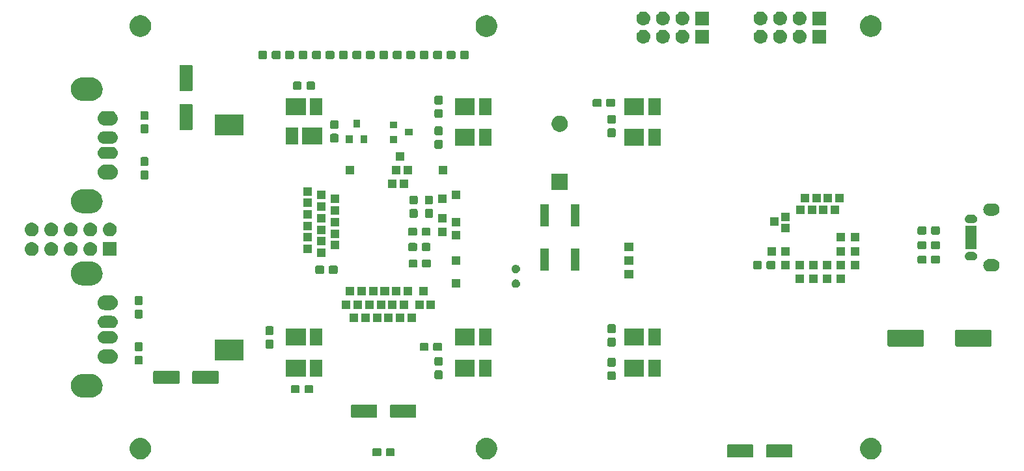
<source format=gbr>
G04 #@! TF.GenerationSoftware,KiCad,Pcbnew,(5.0.1)*
G04 #@! TF.CreationDate,2018-11-29T17:22:57+09:00*
G04 #@! TF.ProjectId,securehid,7365637572656869642E6B696361645F,rev?*
G04 #@! TF.SameCoordinates,Original*
G04 #@! TF.FileFunction,Soldermask,Bot*
G04 #@! TF.FilePolarity,Negative*
%FSLAX46Y46*%
G04 Gerber Fmt 4.6, Leading zero omitted, Abs format (unit mm)*
G04 Created by KiCad (PCBNEW (5.0.1)) date Thu Nov 29 17:22:57 2018*
%MOMM*%
%LPD*%
G01*
G04 APERTURE LIST*
%ADD10C,0.100000*%
G04 APERTURE END LIST*
D10*
G36*
X96798433Y-107124893D02*
X96888657Y-107142839D01*
X96994267Y-107186585D01*
X97143621Y-107248449D01*
X97373089Y-107401774D01*
X97568226Y-107596911D01*
X97721551Y-107826379D01*
X97772342Y-107949000D01*
X97821299Y-108067190D01*
X97827161Y-108081344D01*
X97881000Y-108352012D01*
X97881000Y-108627988D01*
X97827161Y-108898656D01*
X97721551Y-109153621D01*
X97568226Y-109383089D01*
X97373089Y-109578226D01*
X97143621Y-109731551D01*
X96994267Y-109793415D01*
X96888657Y-109837161D01*
X96798433Y-109855107D01*
X96617988Y-109891000D01*
X96342012Y-109891000D01*
X96161567Y-109855107D01*
X96071343Y-109837161D01*
X95965733Y-109793415D01*
X95816379Y-109731551D01*
X95586911Y-109578226D01*
X95391774Y-109383089D01*
X95238449Y-109153621D01*
X95132839Y-108898656D01*
X95079000Y-108627988D01*
X95079000Y-108352012D01*
X95132839Y-108081344D01*
X95138702Y-108067190D01*
X95187658Y-107949000D01*
X95238449Y-107826379D01*
X95391774Y-107596911D01*
X95586911Y-107401774D01*
X95816379Y-107248449D01*
X95965733Y-107186585D01*
X96071343Y-107142839D01*
X96161567Y-107124893D01*
X96342012Y-107089000D01*
X96617988Y-107089000D01*
X96798433Y-107124893D01*
X96798433Y-107124893D01*
G37*
G36*
X146788433Y-107124893D02*
X146878657Y-107142839D01*
X146984267Y-107186585D01*
X147133621Y-107248449D01*
X147363089Y-107401774D01*
X147558226Y-107596911D01*
X147711551Y-107826379D01*
X147762342Y-107949000D01*
X147811299Y-108067190D01*
X147817161Y-108081344D01*
X147871000Y-108352012D01*
X147871000Y-108627988D01*
X147817161Y-108898656D01*
X147711551Y-109153621D01*
X147558226Y-109383089D01*
X147363089Y-109578226D01*
X147133621Y-109731551D01*
X146984267Y-109793415D01*
X146878657Y-109837161D01*
X146788433Y-109855107D01*
X146607988Y-109891000D01*
X146332012Y-109891000D01*
X146151567Y-109855107D01*
X146061343Y-109837161D01*
X145955733Y-109793415D01*
X145806379Y-109731551D01*
X145576911Y-109578226D01*
X145381774Y-109383089D01*
X145228449Y-109153621D01*
X145122839Y-108898656D01*
X145069000Y-108627988D01*
X145069000Y-108352012D01*
X145122839Y-108081344D01*
X145128702Y-108067190D01*
X145177658Y-107949000D01*
X145228449Y-107826379D01*
X145381774Y-107596911D01*
X145576911Y-107401774D01*
X145806379Y-107248449D01*
X145955733Y-107186585D01*
X146061343Y-107142839D01*
X146151567Y-107124893D01*
X146332012Y-107089000D01*
X146607988Y-107089000D01*
X146788433Y-107124893D01*
X146788433Y-107124893D01*
G37*
G36*
X51788433Y-107124893D02*
X51878657Y-107142839D01*
X51984267Y-107186585D01*
X52133621Y-107248449D01*
X52363089Y-107401774D01*
X52558226Y-107596911D01*
X52711551Y-107826379D01*
X52762342Y-107949000D01*
X52811299Y-108067190D01*
X52817161Y-108081344D01*
X52871000Y-108352012D01*
X52871000Y-108627988D01*
X52817161Y-108898656D01*
X52711551Y-109153621D01*
X52558226Y-109383089D01*
X52363089Y-109578226D01*
X52133621Y-109731551D01*
X51984267Y-109793415D01*
X51878657Y-109837161D01*
X51788433Y-109855107D01*
X51607988Y-109891000D01*
X51332012Y-109891000D01*
X51151567Y-109855107D01*
X51061343Y-109837161D01*
X50955733Y-109793415D01*
X50806379Y-109731551D01*
X50576911Y-109578226D01*
X50381774Y-109383089D01*
X50228449Y-109153621D01*
X50122839Y-108898656D01*
X50069000Y-108627988D01*
X50069000Y-108352012D01*
X50122839Y-108081344D01*
X50128702Y-108067190D01*
X50177658Y-107949000D01*
X50228449Y-107826379D01*
X50381774Y-107596911D01*
X50576911Y-107401774D01*
X50806379Y-107248449D01*
X50955733Y-107186585D01*
X51061343Y-107142839D01*
X51151567Y-107124893D01*
X51332012Y-107089000D01*
X51607988Y-107089000D01*
X51788433Y-107124893D01*
X51788433Y-107124893D01*
G37*
G36*
X131030996Y-107953051D02*
X131064653Y-107963261D01*
X131095667Y-107979838D01*
X131122852Y-108002148D01*
X131145162Y-108029333D01*
X131161739Y-108060347D01*
X131171949Y-108094004D01*
X131176000Y-108135138D01*
X131176000Y-109464862D01*
X131171949Y-109505996D01*
X131161739Y-109539653D01*
X131145162Y-109570667D01*
X131122852Y-109597852D01*
X131095667Y-109620162D01*
X131064653Y-109636739D01*
X131030996Y-109646949D01*
X130989862Y-109651000D01*
X127935138Y-109651000D01*
X127894004Y-109646949D01*
X127860347Y-109636739D01*
X127829333Y-109620162D01*
X127802148Y-109597852D01*
X127779838Y-109570667D01*
X127763261Y-109539653D01*
X127753051Y-109505996D01*
X127749000Y-109464862D01*
X127749000Y-108135138D01*
X127753051Y-108094004D01*
X127763261Y-108060347D01*
X127779838Y-108029333D01*
X127802148Y-108002148D01*
X127829333Y-107979838D01*
X127860347Y-107963261D01*
X127894004Y-107953051D01*
X127935138Y-107949000D01*
X130989862Y-107949000D01*
X131030996Y-107953051D01*
X131030996Y-107953051D01*
G37*
G36*
X136105996Y-107953051D02*
X136139653Y-107963261D01*
X136170667Y-107979838D01*
X136197852Y-108002148D01*
X136220162Y-108029333D01*
X136236739Y-108060347D01*
X136246949Y-108094004D01*
X136251000Y-108135138D01*
X136251000Y-109464862D01*
X136246949Y-109505996D01*
X136236739Y-109539653D01*
X136220162Y-109570667D01*
X136197852Y-109597852D01*
X136170667Y-109620162D01*
X136139653Y-109636739D01*
X136105996Y-109646949D01*
X136064862Y-109651000D01*
X133010138Y-109651000D01*
X132969004Y-109646949D01*
X132935347Y-109636739D01*
X132904333Y-109620162D01*
X132877148Y-109597852D01*
X132854838Y-109570667D01*
X132838261Y-109539653D01*
X132828051Y-109505996D01*
X132824000Y-109464862D01*
X132824000Y-108135138D01*
X132828051Y-108094004D01*
X132838261Y-108060347D01*
X132854838Y-108029333D01*
X132877148Y-108002148D01*
X132904333Y-107979838D01*
X132935347Y-107963261D01*
X132969004Y-107953051D01*
X133010138Y-107949000D01*
X136064862Y-107949000D01*
X136105996Y-107953051D01*
X136105996Y-107953051D01*
G37*
G36*
X84389499Y-108428445D02*
X84426993Y-108439819D01*
X84461557Y-108458294D01*
X84491847Y-108483153D01*
X84516706Y-108513443D01*
X84535181Y-108548007D01*
X84546555Y-108585501D01*
X84551000Y-108630638D01*
X84551000Y-109269362D01*
X84546555Y-109314499D01*
X84535181Y-109351993D01*
X84516706Y-109386557D01*
X84491847Y-109416847D01*
X84461557Y-109441706D01*
X84426993Y-109460181D01*
X84389499Y-109471555D01*
X84344362Y-109476000D01*
X83605638Y-109476000D01*
X83560501Y-109471555D01*
X83523007Y-109460181D01*
X83488443Y-109441706D01*
X83458153Y-109416847D01*
X83433294Y-109386557D01*
X83414819Y-109351993D01*
X83403445Y-109314499D01*
X83399000Y-109269362D01*
X83399000Y-108630638D01*
X83403445Y-108585501D01*
X83414819Y-108548007D01*
X83433294Y-108513443D01*
X83458153Y-108483153D01*
X83488443Y-108458294D01*
X83523007Y-108439819D01*
X83560501Y-108428445D01*
X83605638Y-108424000D01*
X84344362Y-108424000D01*
X84389499Y-108428445D01*
X84389499Y-108428445D01*
G37*
G36*
X82639499Y-108428445D02*
X82676993Y-108439819D01*
X82711557Y-108458294D01*
X82741847Y-108483153D01*
X82766706Y-108513443D01*
X82785181Y-108548007D01*
X82796555Y-108585501D01*
X82801000Y-108630638D01*
X82801000Y-109269362D01*
X82796555Y-109314499D01*
X82785181Y-109351993D01*
X82766706Y-109386557D01*
X82741847Y-109416847D01*
X82711557Y-109441706D01*
X82676993Y-109460181D01*
X82639499Y-109471555D01*
X82594362Y-109476000D01*
X81855638Y-109476000D01*
X81810501Y-109471555D01*
X81773007Y-109460181D01*
X81738443Y-109441706D01*
X81708153Y-109416847D01*
X81683294Y-109386557D01*
X81664819Y-109351993D01*
X81653445Y-109314499D01*
X81649000Y-109269362D01*
X81649000Y-108630638D01*
X81653445Y-108585501D01*
X81664819Y-108548007D01*
X81683294Y-108513443D01*
X81708153Y-108483153D01*
X81738443Y-108458294D01*
X81773007Y-108439819D01*
X81810501Y-108428445D01*
X81855638Y-108424000D01*
X82594362Y-108424000D01*
X82639499Y-108428445D01*
X82639499Y-108428445D01*
G37*
G36*
X87205996Y-102753051D02*
X87239653Y-102763261D01*
X87270667Y-102779838D01*
X87297852Y-102802148D01*
X87320162Y-102829333D01*
X87336739Y-102860347D01*
X87346949Y-102894004D01*
X87351000Y-102935138D01*
X87351000Y-104264862D01*
X87346949Y-104305996D01*
X87336739Y-104339653D01*
X87320162Y-104370667D01*
X87297852Y-104397852D01*
X87270667Y-104420162D01*
X87239653Y-104436739D01*
X87205996Y-104446949D01*
X87164862Y-104451000D01*
X84110138Y-104451000D01*
X84069004Y-104446949D01*
X84035347Y-104436739D01*
X84004333Y-104420162D01*
X83977148Y-104397852D01*
X83954838Y-104370667D01*
X83938261Y-104339653D01*
X83928051Y-104305996D01*
X83924000Y-104264862D01*
X83924000Y-102935138D01*
X83928051Y-102894004D01*
X83938261Y-102860347D01*
X83954838Y-102829333D01*
X83977148Y-102802148D01*
X84004333Y-102779838D01*
X84035347Y-102763261D01*
X84069004Y-102753051D01*
X84110138Y-102749000D01*
X87164862Y-102749000D01*
X87205996Y-102753051D01*
X87205996Y-102753051D01*
G37*
G36*
X82130996Y-102753051D02*
X82164653Y-102763261D01*
X82195667Y-102779838D01*
X82222852Y-102802148D01*
X82245162Y-102829333D01*
X82261739Y-102860347D01*
X82271949Y-102894004D01*
X82276000Y-102935138D01*
X82276000Y-104264862D01*
X82271949Y-104305996D01*
X82261739Y-104339653D01*
X82245162Y-104370667D01*
X82222852Y-104397852D01*
X82195667Y-104420162D01*
X82164653Y-104436739D01*
X82130996Y-104446949D01*
X82089862Y-104451000D01*
X79035138Y-104451000D01*
X78994004Y-104446949D01*
X78960347Y-104436739D01*
X78929333Y-104420162D01*
X78902148Y-104397852D01*
X78879838Y-104370667D01*
X78863261Y-104339653D01*
X78853051Y-104305996D01*
X78849000Y-104264862D01*
X78849000Y-102935138D01*
X78853051Y-102894004D01*
X78863261Y-102860347D01*
X78879838Y-102829333D01*
X78902148Y-102802148D01*
X78929333Y-102779838D01*
X78960347Y-102763261D01*
X78994004Y-102753051D01*
X79035138Y-102749000D01*
X82089862Y-102749000D01*
X82130996Y-102753051D01*
X82130996Y-102753051D01*
G37*
G36*
X45152143Y-98756481D02*
X45304049Y-98771442D01*
X45498959Y-98830567D01*
X45596415Y-98860130D01*
X45694690Y-98912660D01*
X45865858Y-99004151D01*
X46102029Y-99197971D01*
X46295849Y-99434142D01*
X46353343Y-99541706D01*
X46439870Y-99703585D01*
X46439870Y-99703586D01*
X46528558Y-99995951D01*
X46558504Y-100300000D01*
X46528558Y-100604049D01*
X46469433Y-100798959D01*
X46439870Y-100896415D01*
X46387340Y-100994690D01*
X46295849Y-101165858D01*
X46102029Y-101402029D01*
X45865858Y-101595849D01*
X45694690Y-101687340D01*
X45596415Y-101739870D01*
X45498959Y-101769433D01*
X45304049Y-101828558D01*
X45152143Y-101843519D01*
X45076191Y-101851000D01*
X43923809Y-101851000D01*
X43847857Y-101843519D01*
X43695951Y-101828558D01*
X43501041Y-101769433D01*
X43403585Y-101739870D01*
X43305310Y-101687340D01*
X43134142Y-101595849D01*
X42897971Y-101402029D01*
X42704151Y-101165858D01*
X42612660Y-100994690D01*
X42560130Y-100896415D01*
X42530567Y-100798959D01*
X42471442Y-100604049D01*
X42441496Y-100300000D01*
X42471442Y-99995951D01*
X42560130Y-99703586D01*
X42560130Y-99703585D01*
X42646657Y-99541706D01*
X42704151Y-99434142D01*
X42897971Y-99197971D01*
X43134142Y-99004151D01*
X43305310Y-98912660D01*
X43403585Y-98860130D01*
X43501041Y-98830567D01*
X43695951Y-98771442D01*
X43847857Y-98756481D01*
X43923809Y-98749000D01*
X45076191Y-98749000D01*
X45152143Y-98756481D01*
X45152143Y-98756481D01*
G37*
G36*
X73789499Y-100228445D02*
X73826993Y-100239819D01*
X73861557Y-100258294D01*
X73891847Y-100283153D01*
X73916706Y-100313443D01*
X73935181Y-100348007D01*
X73946555Y-100385501D01*
X73951000Y-100430638D01*
X73951000Y-101069362D01*
X73946555Y-101114499D01*
X73935181Y-101151993D01*
X73916706Y-101186557D01*
X73891847Y-101216847D01*
X73861557Y-101241706D01*
X73826993Y-101260181D01*
X73789499Y-101271555D01*
X73744362Y-101276000D01*
X73005638Y-101276000D01*
X72960501Y-101271555D01*
X72923007Y-101260181D01*
X72888443Y-101241706D01*
X72858153Y-101216847D01*
X72833294Y-101186557D01*
X72814819Y-101151993D01*
X72803445Y-101114499D01*
X72799000Y-101069362D01*
X72799000Y-100430638D01*
X72803445Y-100385501D01*
X72814819Y-100348007D01*
X72833294Y-100313443D01*
X72858153Y-100283153D01*
X72888443Y-100258294D01*
X72923007Y-100239819D01*
X72960501Y-100228445D01*
X73005638Y-100224000D01*
X73744362Y-100224000D01*
X73789499Y-100228445D01*
X73789499Y-100228445D01*
G37*
G36*
X72039499Y-100228445D02*
X72076993Y-100239819D01*
X72111557Y-100258294D01*
X72141847Y-100283153D01*
X72166706Y-100313443D01*
X72185181Y-100348007D01*
X72196555Y-100385501D01*
X72201000Y-100430638D01*
X72201000Y-101069362D01*
X72196555Y-101114499D01*
X72185181Y-101151993D01*
X72166706Y-101186557D01*
X72141847Y-101216847D01*
X72111557Y-101241706D01*
X72076993Y-101260181D01*
X72039499Y-101271555D01*
X71994362Y-101276000D01*
X71255638Y-101276000D01*
X71210501Y-101271555D01*
X71173007Y-101260181D01*
X71138443Y-101241706D01*
X71108153Y-101216847D01*
X71083294Y-101186557D01*
X71064819Y-101151993D01*
X71053445Y-101114499D01*
X71049000Y-101069362D01*
X71049000Y-100430638D01*
X71053445Y-100385501D01*
X71064819Y-100348007D01*
X71083294Y-100313443D01*
X71108153Y-100283153D01*
X71138443Y-100258294D01*
X71173007Y-100239819D01*
X71210501Y-100228445D01*
X71255638Y-100224000D01*
X71994362Y-100224000D01*
X72039499Y-100228445D01*
X72039499Y-100228445D01*
G37*
G36*
X61505996Y-98353051D02*
X61539653Y-98363261D01*
X61570667Y-98379838D01*
X61597852Y-98402148D01*
X61620162Y-98429333D01*
X61636739Y-98460347D01*
X61646949Y-98494004D01*
X61651000Y-98535138D01*
X61651000Y-99864862D01*
X61646949Y-99905996D01*
X61636739Y-99939653D01*
X61620162Y-99970667D01*
X61597852Y-99997852D01*
X61570667Y-100020162D01*
X61539653Y-100036739D01*
X61505996Y-100046949D01*
X61464862Y-100051000D01*
X58410138Y-100051000D01*
X58369004Y-100046949D01*
X58335347Y-100036739D01*
X58304333Y-100020162D01*
X58277148Y-99997852D01*
X58254838Y-99970667D01*
X58238261Y-99939653D01*
X58228051Y-99905996D01*
X58224000Y-99864862D01*
X58224000Y-98535138D01*
X58228051Y-98494004D01*
X58238261Y-98460347D01*
X58254838Y-98429333D01*
X58277148Y-98402148D01*
X58304333Y-98379838D01*
X58335347Y-98363261D01*
X58369004Y-98353051D01*
X58410138Y-98349000D01*
X61464862Y-98349000D01*
X61505996Y-98353051D01*
X61505996Y-98353051D01*
G37*
G36*
X56430996Y-98353051D02*
X56464653Y-98363261D01*
X56495667Y-98379838D01*
X56522852Y-98402148D01*
X56545162Y-98429333D01*
X56561739Y-98460347D01*
X56571949Y-98494004D01*
X56576000Y-98535138D01*
X56576000Y-99864862D01*
X56571949Y-99905996D01*
X56561739Y-99939653D01*
X56545162Y-99970667D01*
X56522852Y-99997852D01*
X56495667Y-100020162D01*
X56464653Y-100036739D01*
X56430996Y-100046949D01*
X56389862Y-100051000D01*
X53335138Y-100051000D01*
X53294004Y-100046949D01*
X53260347Y-100036739D01*
X53229333Y-100020162D01*
X53202148Y-99997852D01*
X53179838Y-99970667D01*
X53163261Y-99939653D01*
X53153051Y-99905996D01*
X53149000Y-99864862D01*
X53149000Y-98535138D01*
X53153051Y-98494004D01*
X53163261Y-98460347D01*
X53179838Y-98429333D01*
X53202148Y-98402148D01*
X53229333Y-98379838D01*
X53260347Y-98363261D01*
X53294004Y-98353051D01*
X53335138Y-98349000D01*
X56389862Y-98349000D01*
X56430996Y-98353051D01*
X56430996Y-98353051D01*
G37*
G36*
X113114499Y-98428445D02*
X113151993Y-98439819D01*
X113186557Y-98458294D01*
X113216847Y-98483153D01*
X113241706Y-98513443D01*
X113260181Y-98548007D01*
X113271555Y-98585501D01*
X113276000Y-98630638D01*
X113276000Y-99369362D01*
X113271555Y-99414499D01*
X113260181Y-99451993D01*
X113241706Y-99486557D01*
X113216847Y-99516847D01*
X113186557Y-99541706D01*
X113151993Y-99560181D01*
X113114499Y-99571555D01*
X113069362Y-99576000D01*
X112430638Y-99576000D01*
X112385501Y-99571555D01*
X112348007Y-99560181D01*
X112313443Y-99541706D01*
X112283153Y-99516847D01*
X112258294Y-99486557D01*
X112239819Y-99451993D01*
X112228445Y-99414499D01*
X112224000Y-99369362D01*
X112224000Y-98630638D01*
X112228445Y-98585501D01*
X112239819Y-98548007D01*
X112258294Y-98513443D01*
X112283153Y-98483153D01*
X112313443Y-98458294D01*
X112348007Y-98439819D01*
X112385501Y-98428445D01*
X112430638Y-98424000D01*
X113069362Y-98424000D01*
X113114499Y-98428445D01*
X113114499Y-98428445D01*
G37*
G36*
X90614499Y-98303445D02*
X90651993Y-98314819D01*
X90686557Y-98333294D01*
X90716847Y-98358153D01*
X90741706Y-98388443D01*
X90760181Y-98423007D01*
X90771555Y-98460501D01*
X90776000Y-98505638D01*
X90776000Y-99244362D01*
X90771555Y-99289499D01*
X90760181Y-99326993D01*
X90741706Y-99361557D01*
X90716847Y-99391847D01*
X90686557Y-99416706D01*
X90651993Y-99435181D01*
X90614499Y-99446555D01*
X90569362Y-99451000D01*
X89930638Y-99451000D01*
X89885501Y-99446555D01*
X89848007Y-99435181D01*
X89813443Y-99416706D01*
X89783153Y-99391847D01*
X89758294Y-99361557D01*
X89739819Y-99326993D01*
X89728445Y-99289499D01*
X89724000Y-99244362D01*
X89724000Y-98505638D01*
X89728445Y-98460501D01*
X89739819Y-98423007D01*
X89758294Y-98388443D01*
X89783153Y-98358153D01*
X89813443Y-98333294D01*
X89848007Y-98314819D01*
X89885501Y-98303445D01*
X89930638Y-98299000D01*
X90569362Y-98299000D01*
X90614499Y-98303445D01*
X90614499Y-98303445D01*
G37*
G36*
X116971000Y-99101000D02*
X114369000Y-99101000D01*
X114369000Y-96899000D01*
X116971000Y-96899000D01*
X116971000Y-99101000D01*
X116971000Y-99101000D01*
G37*
G36*
X119131000Y-99101000D02*
X117529000Y-99101000D01*
X117529000Y-96899000D01*
X119131000Y-96899000D01*
X119131000Y-99101000D01*
X119131000Y-99101000D01*
G37*
G36*
X72971000Y-99101000D02*
X70369000Y-99101000D01*
X70369000Y-96899000D01*
X72971000Y-96899000D01*
X72971000Y-99101000D01*
X72971000Y-99101000D01*
G37*
G36*
X75131000Y-99101000D02*
X73529000Y-99101000D01*
X73529000Y-96899000D01*
X75131000Y-96899000D01*
X75131000Y-99101000D01*
X75131000Y-99101000D01*
G37*
G36*
X94971000Y-99101000D02*
X92369000Y-99101000D01*
X92369000Y-96899000D01*
X94971000Y-96899000D01*
X94971000Y-99101000D01*
X94971000Y-99101000D01*
G37*
G36*
X97131000Y-99101000D02*
X95529000Y-99101000D01*
X95529000Y-96899000D01*
X97131000Y-96899000D01*
X97131000Y-99101000D01*
X97131000Y-99101000D01*
G37*
G36*
X113114499Y-96678445D02*
X113151993Y-96689819D01*
X113186557Y-96708294D01*
X113216847Y-96733153D01*
X113241706Y-96763443D01*
X113260181Y-96798007D01*
X113271555Y-96835501D01*
X113276000Y-96880638D01*
X113276000Y-97619362D01*
X113271555Y-97664499D01*
X113260181Y-97701993D01*
X113241706Y-97736557D01*
X113216847Y-97766847D01*
X113186557Y-97791706D01*
X113151993Y-97810181D01*
X113114499Y-97821555D01*
X113069362Y-97826000D01*
X112430638Y-97826000D01*
X112385501Y-97821555D01*
X112348007Y-97810181D01*
X112313443Y-97791706D01*
X112283153Y-97766847D01*
X112258294Y-97736557D01*
X112239819Y-97701993D01*
X112228445Y-97664499D01*
X112224000Y-97619362D01*
X112224000Y-96880638D01*
X112228445Y-96835501D01*
X112239819Y-96798007D01*
X112258294Y-96763443D01*
X112283153Y-96733153D01*
X112313443Y-96708294D01*
X112348007Y-96689819D01*
X112385501Y-96678445D01*
X112430638Y-96674000D01*
X113069362Y-96674000D01*
X113114499Y-96678445D01*
X113114499Y-96678445D01*
G37*
G36*
X90614499Y-96553445D02*
X90651993Y-96564819D01*
X90686557Y-96583294D01*
X90716847Y-96608153D01*
X90741706Y-96638443D01*
X90760181Y-96673007D01*
X90771555Y-96710501D01*
X90776000Y-96755638D01*
X90776000Y-97494362D01*
X90771555Y-97539499D01*
X90760181Y-97576993D01*
X90741706Y-97611557D01*
X90716847Y-97641847D01*
X90686557Y-97666706D01*
X90651993Y-97685181D01*
X90614499Y-97696555D01*
X90569362Y-97701000D01*
X89930638Y-97701000D01*
X89885501Y-97696555D01*
X89848007Y-97685181D01*
X89813443Y-97666706D01*
X89783153Y-97641847D01*
X89758294Y-97611557D01*
X89739819Y-97576993D01*
X89728445Y-97539499D01*
X89724000Y-97494362D01*
X89724000Y-96755638D01*
X89728445Y-96710501D01*
X89739819Y-96673007D01*
X89758294Y-96638443D01*
X89783153Y-96608153D01*
X89813443Y-96583294D01*
X89848007Y-96564819D01*
X89885501Y-96553445D01*
X89930638Y-96549000D01*
X90569362Y-96549000D01*
X90614499Y-96553445D01*
X90614499Y-96553445D01*
G37*
G36*
X51614499Y-96403445D02*
X51651993Y-96414819D01*
X51686557Y-96433294D01*
X51716847Y-96458153D01*
X51741706Y-96488443D01*
X51760181Y-96523007D01*
X51771555Y-96560501D01*
X51776000Y-96605638D01*
X51776000Y-97344362D01*
X51771555Y-97389499D01*
X51760181Y-97426993D01*
X51741706Y-97461557D01*
X51716847Y-97491847D01*
X51686557Y-97516706D01*
X51651993Y-97535181D01*
X51614499Y-97546555D01*
X51569362Y-97551000D01*
X50930638Y-97551000D01*
X50885501Y-97546555D01*
X50848007Y-97535181D01*
X50813443Y-97516706D01*
X50783153Y-97491847D01*
X50758294Y-97461557D01*
X50739819Y-97426993D01*
X50728445Y-97389499D01*
X50724000Y-97344362D01*
X50724000Y-96605638D01*
X50728445Y-96560501D01*
X50739819Y-96523007D01*
X50758294Y-96488443D01*
X50783153Y-96458153D01*
X50813443Y-96433294D01*
X50848007Y-96414819D01*
X50885501Y-96403445D01*
X50930638Y-96399000D01*
X51569362Y-96399000D01*
X51614499Y-96403445D01*
X51614499Y-96403445D01*
G37*
G36*
X47746425Y-95562760D02*
X47746428Y-95562761D01*
X47746429Y-95562761D01*
X47925693Y-95617140D01*
X47925695Y-95617141D01*
X48090905Y-95705448D01*
X48235712Y-95824288D01*
X48354552Y-95969095D01*
X48442859Y-96134305D01*
X48497240Y-96313575D01*
X48515601Y-96500000D01*
X48497240Y-96686425D01*
X48497239Y-96686428D01*
X48497239Y-96686429D01*
X48452019Y-96835501D01*
X48442859Y-96865695D01*
X48354552Y-97030905D01*
X48235712Y-97175712D01*
X48090905Y-97294552D01*
X48090903Y-97294553D01*
X47925693Y-97382860D01*
X47746429Y-97437239D01*
X47746428Y-97437239D01*
X47746425Y-97437240D01*
X47606718Y-97451000D01*
X46813282Y-97451000D01*
X46673575Y-97437240D01*
X46673572Y-97437239D01*
X46673571Y-97437239D01*
X46494307Y-97382860D01*
X46329097Y-97294553D01*
X46329095Y-97294552D01*
X46184288Y-97175712D01*
X46065448Y-97030905D01*
X45977141Y-96865695D01*
X45967982Y-96835501D01*
X45922761Y-96686429D01*
X45922761Y-96686428D01*
X45922760Y-96686425D01*
X45904399Y-96500000D01*
X45922760Y-96313575D01*
X45977141Y-96134305D01*
X46065448Y-95969095D01*
X46184288Y-95824288D01*
X46329095Y-95705448D01*
X46494305Y-95617141D01*
X46494307Y-95617140D01*
X46673571Y-95562761D01*
X46673572Y-95562761D01*
X46673575Y-95562760D01*
X46813282Y-95549000D01*
X47606718Y-95549000D01*
X47746425Y-95562760D01*
X47746425Y-95562760D01*
G37*
G36*
X64851000Y-97001000D02*
X61149000Y-97001000D01*
X61149000Y-94299000D01*
X64851000Y-94299000D01*
X64851000Y-97001000D01*
X64851000Y-97001000D01*
G37*
G36*
X51614499Y-94653445D02*
X51651993Y-94664819D01*
X51686557Y-94683294D01*
X51716847Y-94708153D01*
X51741706Y-94738443D01*
X51760181Y-94773007D01*
X51771555Y-94810501D01*
X51776000Y-94855638D01*
X51776000Y-95594362D01*
X51771555Y-95639499D01*
X51760181Y-95676993D01*
X51741706Y-95711557D01*
X51716847Y-95741847D01*
X51686557Y-95766706D01*
X51651993Y-95785181D01*
X51614499Y-95796555D01*
X51569362Y-95801000D01*
X50930638Y-95801000D01*
X50885501Y-95796555D01*
X50848007Y-95785181D01*
X50813443Y-95766706D01*
X50783153Y-95741847D01*
X50758294Y-95711557D01*
X50739819Y-95676993D01*
X50728445Y-95639499D01*
X50724000Y-95594362D01*
X50724000Y-94855638D01*
X50728445Y-94810501D01*
X50739819Y-94773007D01*
X50758294Y-94738443D01*
X50783153Y-94708153D01*
X50813443Y-94683294D01*
X50848007Y-94664819D01*
X50885501Y-94653445D01*
X50930638Y-94649000D01*
X51569362Y-94649000D01*
X51614499Y-94653445D01*
X51614499Y-94653445D01*
G37*
G36*
X88789499Y-94728445D02*
X88826993Y-94739819D01*
X88861557Y-94758294D01*
X88891847Y-94783153D01*
X88916706Y-94813443D01*
X88935181Y-94848007D01*
X88946555Y-94885501D01*
X88951000Y-94930638D01*
X88951000Y-95569362D01*
X88946555Y-95614499D01*
X88935181Y-95651993D01*
X88916706Y-95686557D01*
X88891847Y-95716847D01*
X88861557Y-95741706D01*
X88826993Y-95760181D01*
X88789499Y-95771555D01*
X88744362Y-95776000D01*
X88005638Y-95776000D01*
X87960501Y-95771555D01*
X87923007Y-95760181D01*
X87888443Y-95741706D01*
X87858153Y-95716847D01*
X87833294Y-95686557D01*
X87814819Y-95651993D01*
X87803445Y-95614499D01*
X87799000Y-95569362D01*
X87799000Y-94930638D01*
X87803445Y-94885501D01*
X87814819Y-94848007D01*
X87833294Y-94813443D01*
X87858153Y-94783153D01*
X87888443Y-94758294D01*
X87923007Y-94739819D01*
X87960501Y-94728445D01*
X88005638Y-94724000D01*
X88744362Y-94724000D01*
X88789499Y-94728445D01*
X88789499Y-94728445D01*
G37*
G36*
X90539499Y-94728445D02*
X90576993Y-94739819D01*
X90611557Y-94758294D01*
X90641847Y-94783153D01*
X90666706Y-94813443D01*
X90685181Y-94848007D01*
X90696555Y-94885501D01*
X90701000Y-94930638D01*
X90701000Y-95569362D01*
X90696555Y-95614499D01*
X90685181Y-95651993D01*
X90666706Y-95686557D01*
X90641847Y-95716847D01*
X90611557Y-95741706D01*
X90576993Y-95760181D01*
X90539499Y-95771555D01*
X90494362Y-95776000D01*
X89755638Y-95776000D01*
X89710501Y-95771555D01*
X89673007Y-95760181D01*
X89638443Y-95741706D01*
X89608153Y-95716847D01*
X89583294Y-95686557D01*
X89564819Y-95651993D01*
X89553445Y-95614499D01*
X89549000Y-95569362D01*
X89549000Y-94930638D01*
X89553445Y-94885501D01*
X89564819Y-94848007D01*
X89583294Y-94813443D01*
X89608153Y-94783153D01*
X89638443Y-94758294D01*
X89673007Y-94739819D01*
X89710501Y-94728445D01*
X89755638Y-94724000D01*
X90494362Y-94724000D01*
X90539499Y-94728445D01*
X90539499Y-94728445D01*
G37*
G36*
X68614499Y-94303445D02*
X68651993Y-94314819D01*
X68686557Y-94333294D01*
X68716847Y-94358153D01*
X68741706Y-94388443D01*
X68760181Y-94423007D01*
X68771555Y-94460501D01*
X68776000Y-94505638D01*
X68776000Y-95244362D01*
X68771555Y-95289499D01*
X68760181Y-95326993D01*
X68741706Y-95361557D01*
X68716847Y-95391847D01*
X68686557Y-95416706D01*
X68651993Y-95435181D01*
X68614499Y-95446555D01*
X68569362Y-95451000D01*
X67930638Y-95451000D01*
X67885501Y-95446555D01*
X67848007Y-95435181D01*
X67813443Y-95416706D01*
X67783153Y-95391847D01*
X67758294Y-95361557D01*
X67739819Y-95326993D01*
X67728445Y-95289499D01*
X67724000Y-95244362D01*
X67724000Y-94505638D01*
X67728445Y-94460501D01*
X67739819Y-94423007D01*
X67758294Y-94388443D01*
X67783153Y-94358153D01*
X67813443Y-94333294D01*
X67848007Y-94314819D01*
X67885501Y-94303445D01*
X67930638Y-94299000D01*
X68569362Y-94299000D01*
X68614499Y-94303445D01*
X68614499Y-94303445D01*
G37*
G36*
X162016535Y-93002800D02*
X162047740Y-93012266D01*
X162076487Y-93027631D01*
X162101687Y-93048313D01*
X162122369Y-93073513D01*
X162137734Y-93102260D01*
X162147200Y-93133465D01*
X162151000Y-93172045D01*
X162151000Y-95027955D01*
X162147200Y-95066535D01*
X162137734Y-95097740D01*
X162122369Y-95126487D01*
X162101687Y-95151687D01*
X162076487Y-95172369D01*
X162047740Y-95187734D01*
X162016535Y-95197200D01*
X161977955Y-95201000D01*
X157622045Y-95201000D01*
X157583465Y-95197200D01*
X157552260Y-95187734D01*
X157523513Y-95172369D01*
X157498313Y-95151687D01*
X157477631Y-95126487D01*
X157462266Y-95097740D01*
X157452800Y-95066535D01*
X157449000Y-95027955D01*
X157449000Y-93172045D01*
X157452800Y-93133465D01*
X157462266Y-93102260D01*
X157477631Y-93073513D01*
X157498313Y-93048313D01*
X157523513Y-93027631D01*
X157552260Y-93012266D01*
X157583465Y-93002800D01*
X157622045Y-92999000D01*
X161977955Y-92999000D01*
X162016535Y-93002800D01*
X162016535Y-93002800D01*
G37*
G36*
X153216535Y-93002800D02*
X153247740Y-93012266D01*
X153276487Y-93027631D01*
X153301687Y-93048313D01*
X153322369Y-93073513D01*
X153337734Y-93102260D01*
X153347200Y-93133465D01*
X153351000Y-93172045D01*
X153351000Y-95027955D01*
X153347200Y-95066535D01*
X153337734Y-95097740D01*
X153322369Y-95126487D01*
X153301687Y-95151687D01*
X153276487Y-95172369D01*
X153247740Y-95187734D01*
X153216535Y-95197200D01*
X153177955Y-95201000D01*
X148822045Y-95201000D01*
X148783465Y-95197200D01*
X148752260Y-95187734D01*
X148723513Y-95172369D01*
X148698313Y-95151687D01*
X148677631Y-95126487D01*
X148662266Y-95097740D01*
X148652800Y-95066535D01*
X148649000Y-95027955D01*
X148649000Y-93172045D01*
X148652800Y-93133465D01*
X148662266Y-93102260D01*
X148677631Y-93073513D01*
X148698313Y-93048313D01*
X148723513Y-93027631D01*
X148752260Y-93012266D01*
X148783465Y-93002800D01*
X148822045Y-92999000D01*
X153177955Y-92999000D01*
X153216535Y-93002800D01*
X153216535Y-93002800D01*
G37*
G36*
X113114499Y-94053445D02*
X113151993Y-94064819D01*
X113186557Y-94083294D01*
X113216847Y-94108153D01*
X113241706Y-94138443D01*
X113260181Y-94173007D01*
X113271555Y-94210501D01*
X113276000Y-94255638D01*
X113276000Y-94994362D01*
X113271555Y-95039499D01*
X113260181Y-95076993D01*
X113241706Y-95111557D01*
X113216847Y-95141847D01*
X113186557Y-95166706D01*
X113151993Y-95185181D01*
X113114499Y-95196555D01*
X113069362Y-95201000D01*
X112430638Y-95201000D01*
X112385501Y-95196555D01*
X112348007Y-95185181D01*
X112313443Y-95166706D01*
X112283153Y-95141847D01*
X112258294Y-95111557D01*
X112239819Y-95076993D01*
X112228445Y-95039499D01*
X112224000Y-94994362D01*
X112224000Y-94255638D01*
X112228445Y-94210501D01*
X112239819Y-94173007D01*
X112258294Y-94138443D01*
X112283153Y-94108153D01*
X112313443Y-94083294D01*
X112348007Y-94064819D01*
X112385501Y-94053445D01*
X112430638Y-94049000D01*
X113069362Y-94049000D01*
X113114499Y-94053445D01*
X113114499Y-94053445D01*
G37*
G36*
X116971000Y-95101000D02*
X114369000Y-95101000D01*
X114369000Y-92899000D01*
X116971000Y-92899000D01*
X116971000Y-95101000D01*
X116971000Y-95101000D01*
G37*
G36*
X119131000Y-95101000D02*
X117529000Y-95101000D01*
X117529000Y-92899000D01*
X119131000Y-92899000D01*
X119131000Y-95101000D01*
X119131000Y-95101000D01*
G37*
G36*
X94971000Y-95101000D02*
X92369000Y-95101000D01*
X92369000Y-92899000D01*
X94971000Y-92899000D01*
X94971000Y-95101000D01*
X94971000Y-95101000D01*
G37*
G36*
X75131000Y-95101000D02*
X73529000Y-95101000D01*
X73529000Y-92899000D01*
X75131000Y-92899000D01*
X75131000Y-95101000D01*
X75131000Y-95101000D01*
G37*
G36*
X72971000Y-95101000D02*
X70369000Y-95101000D01*
X70369000Y-92899000D01*
X72971000Y-92899000D01*
X72971000Y-95101000D01*
X72971000Y-95101000D01*
G37*
G36*
X97131000Y-95101000D02*
X95529000Y-95101000D01*
X95529000Y-92899000D01*
X97131000Y-92899000D01*
X97131000Y-95101000D01*
X97131000Y-95101000D01*
G37*
G36*
X47867025Y-93210590D02*
X48018012Y-93256392D01*
X48157165Y-93330770D01*
X48279133Y-93430867D01*
X48379230Y-93552835D01*
X48453608Y-93691988D01*
X48499410Y-93842975D01*
X48514875Y-94000000D01*
X48499410Y-94157025D01*
X48453608Y-94308012D01*
X48379230Y-94447165D01*
X48279133Y-94569133D01*
X48157165Y-94669230D01*
X48018012Y-94743608D01*
X47867025Y-94789410D01*
X47749346Y-94801000D01*
X46670654Y-94801000D01*
X46552975Y-94789410D01*
X46401988Y-94743608D01*
X46262835Y-94669230D01*
X46140867Y-94569133D01*
X46040770Y-94447165D01*
X45966392Y-94308012D01*
X45920590Y-94157025D01*
X45905125Y-94000000D01*
X45920590Y-93842975D01*
X45966392Y-93691988D01*
X46040770Y-93552835D01*
X46140867Y-93430867D01*
X46262835Y-93330770D01*
X46401988Y-93256392D01*
X46552975Y-93210590D01*
X46670654Y-93199000D01*
X47749346Y-93199000D01*
X47867025Y-93210590D01*
X47867025Y-93210590D01*
G37*
G36*
X68614499Y-92553445D02*
X68651993Y-92564819D01*
X68686557Y-92583294D01*
X68716847Y-92608153D01*
X68741706Y-92638443D01*
X68760181Y-92673007D01*
X68771555Y-92710501D01*
X68776000Y-92755638D01*
X68776000Y-93494362D01*
X68771555Y-93539499D01*
X68760181Y-93576993D01*
X68741706Y-93611557D01*
X68716847Y-93641847D01*
X68686557Y-93666706D01*
X68651993Y-93685181D01*
X68614499Y-93696555D01*
X68569362Y-93701000D01*
X67930638Y-93701000D01*
X67885501Y-93696555D01*
X67848007Y-93685181D01*
X67813443Y-93666706D01*
X67783153Y-93641847D01*
X67758294Y-93611557D01*
X67739819Y-93576993D01*
X67728445Y-93539499D01*
X67724000Y-93494362D01*
X67724000Y-92755638D01*
X67728445Y-92710501D01*
X67739819Y-92673007D01*
X67758294Y-92638443D01*
X67783153Y-92608153D01*
X67813443Y-92583294D01*
X67848007Y-92564819D01*
X67885501Y-92553445D01*
X67930638Y-92549000D01*
X68569362Y-92549000D01*
X68614499Y-92553445D01*
X68614499Y-92553445D01*
G37*
G36*
X113114499Y-92303445D02*
X113151993Y-92314819D01*
X113186557Y-92333294D01*
X113216847Y-92358153D01*
X113241706Y-92388443D01*
X113260181Y-92423007D01*
X113271555Y-92460501D01*
X113276000Y-92505638D01*
X113276000Y-93244362D01*
X113271555Y-93289499D01*
X113260181Y-93326993D01*
X113241706Y-93361557D01*
X113216847Y-93391847D01*
X113186557Y-93416706D01*
X113151993Y-93435181D01*
X113114499Y-93446555D01*
X113069362Y-93451000D01*
X112430638Y-93451000D01*
X112385501Y-93446555D01*
X112348007Y-93435181D01*
X112313443Y-93416706D01*
X112283153Y-93391847D01*
X112258294Y-93361557D01*
X112239819Y-93326993D01*
X112228445Y-93289499D01*
X112224000Y-93244362D01*
X112224000Y-92505638D01*
X112228445Y-92460501D01*
X112239819Y-92423007D01*
X112258294Y-92388443D01*
X112283153Y-92358153D01*
X112313443Y-92333294D01*
X112348007Y-92314819D01*
X112385501Y-92303445D01*
X112430638Y-92299000D01*
X113069362Y-92299000D01*
X113114499Y-92303445D01*
X113114499Y-92303445D01*
G37*
G36*
X47867025Y-91210590D02*
X48018012Y-91256392D01*
X48157165Y-91330770D01*
X48279133Y-91430867D01*
X48379230Y-91552835D01*
X48453608Y-91691988D01*
X48499410Y-91842975D01*
X48514875Y-92000000D01*
X48499410Y-92157025D01*
X48453608Y-92308012D01*
X48379230Y-92447165D01*
X48279133Y-92569133D01*
X48157165Y-92669230D01*
X48018012Y-92743608D01*
X47867025Y-92789410D01*
X47749346Y-92801000D01*
X46670654Y-92801000D01*
X46552975Y-92789410D01*
X46401988Y-92743608D01*
X46262835Y-92669230D01*
X46140867Y-92569133D01*
X46040770Y-92447165D01*
X45966392Y-92308012D01*
X45920590Y-92157025D01*
X45905125Y-92000000D01*
X45920590Y-91842975D01*
X45966392Y-91691988D01*
X46040770Y-91552835D01*
X46140867Y-91430867D01*
X46262835Y-91330770D01*
X46401988Y-91256392D01*
X46552975Y-91210590D01*
X46670654Y-91199000D01*
X47749346Y-91199000D01*
X47867025Y-91210590D01*
X47867025Y-91210590D01*
G37*
G36*
X85801000Y-92051000D02*
X84699000Y-92051000D01*
X84699000Y-90949000D01*
X85801000Y-90949000D01*
X85801000Y-92051000D01*
X85801000Y-92051000D01*
G37*
G36*
X87301000Y-92051000D02*
X86199000Y-92051000D01*
X86199000Y-90949000D01*
X87301000Y-90949000D01*
X87301000Y-92051000D01*
X87301000Y-92051000D01*
G37*
G36*
X84301000Y-92051000D02*
X83199000Y-92051000D01*
X83199000Y-90949000D01*
X84301000Y-90949000D01*
X84301000Y-92051000D01*
X84301000Y-92051000D01*
G37*
G36*
X81301000Y-92051000D02*
X80199000Y-92051000D01*
X80199000Y-90949000D01*
X81301000Y-90949000D01*
X81301000Y-92051000D01*
X81301000Y-92051000D01*
G37*
G36*
X82801000Y-92051000D02*
X81699000Y-92051000D01*
X81699000Y-90949000D01*
X82801000Y-90949000D01*
X82801000Y-92051000D01*
X82801000Y-92051000D01*
G37*
G36*
X79801000Y-92051000D02*
X78699000Y-92051000D01*
X78699000Y-90949000D01*
X79801000Y-90949000D01*
X79801000Y-92051000D01*
X79801000Y-92051000D01*
G37*
G36*
X51614499Y-90403445D02*
X51651993Y-90414819D01*
X51686557Y-90433294D01*
X51716847Y-90458153D01*
X51741706Y-90488443D01*
X51760181Y-90523007D01*
X51771555Y-90560501D01*
X51776000Y-90605638D01*
X51776000Y-91344362D01*
X51771555Y-91389499D01*
X51760181Y-91426993D01*
X51741706Y-91461557D01*
X51716847Y-91491847D01*
X51686557Y-91516706D01*
X51651993Y-91535181D01*
X51614499Y-91546555D01*
X51569362Y-91551000D01*
X50930638Y-91551000D01*
X50885501Y-91546555D01*
X50848007Y-91535181D01*
X50813443Y-91516706D01*
X50783153Y-91491847D01*
X50758294Y-91461557D01*
X50739819Y-91426993D01*
X50728445Y-91389499D01*
X50724000Y-91344362D01*
X50724000Y-90605638D01*
X50728445Y-90560501D01*
X50739819Y-90523007D01*
X50758294Y-90488443D01*
X50783153Y-90458153D01*
X50813443Y-90433294D01*
X50848007Y-90414819D01*
X50885501Y-90403445D01*
X50930638Y-90399000D01*
X51569362Y-90399000D01*
X51614499Y-90403445D01*
X51614499Y-90403445D01*
G37*
G36*
X47746425Y-88562760D02*
X47746428Y-88562761D01*
X47746429Y-88562761D01*
X47925693Y-88617140D01*
X47925695Y-88617141D01*
X48090905Y-88705448D01*
X48235712Y-88824288D01*
X48354552Y-88969095D01*
X48442859Y-89134305D01*
X48497240Y-89313575D01*
X48515601Y-89500000D01*
X48497240Y-89686425D01*
X48497239Y-89686428D01*
X48497239Y-89686429D01*
X48463833Y-89796555D01*
X48442859Y-89865695D01*
X48354552Y-90030905D01*
X48235712Y-90175712D01*
X48090905Y-90294552D01*
X48090903Y-90294553D01*
X47925693Y-90382860D01*
X47746429Y-90437239D01*
X47746428Y-90437239D01*
X47746425Y-90437240D01*
X47606718Y-90451000D01*
X46813282Y-90451000D01*
X46673575Y-90437240D01*
X46673572Y-90437239D01*
X46673571Y-90437239D01*
X46494307Y-90382860D01*
X46329097Y-90294553D01*
X46329095Y-90294552D01*
X46184288Y-90175712D01*
X46065448Y-90030905D01*
X45977141Y-89865695D01*
X45956168Y-89796555D01*
X45922761Y-89686429D01*
X45922761Y-89686428D01*
X45922760Y-89686425D01*
X45904399Y-89500000D01*
X45922760Y-89313575D01*
X45977141Y-89134305D01*
X46065448Y-88969095D01*
X46184288Y-88824288D01*
X46329095Y-88705448D01*
X46494305Y-88617141D01*
X46494307Y-88617140D01*
X46673571Y-88562761D01*
X46673572Y-88562761D01*
X46673575Y-88562760D01*
X46813282Y-88549000D01*
X47606718Y-88549000D01*
X47746425Y-88562760D01*
X47746425Y-88562760D01*
G37*
G36*
X78801000Y-90301000D02*
X77699000Y-90301000D01*
X77699000Y-89199000D01*
X78801000Y-89199000D01*
X78801000Y-90301000D01*
X78801000Y-90301000D01*
G37*
G36*
X80301000Y-90301000D02*
X79199000Y-90301000D01*
X79199000Y-89199000D01*
X80301000Y-89199000D01*
X80301000Y-90301000D01*
X80301000Y-90301000D01*
G37*
G36*
X81801000Y-90301000D02*
X80699000Y-90301000D01*
X80699000Y-89199000D01*
X81801000Y-89199000D01*
X81801000Y-90301000D01*
X81801000Y-90301000D01*
G37*
G36*
X89801000Y-90301000D02*
X88699000Y-90301000D01*
X88699000Y-89199000D01*
X89801000Y-89199000D01*
X89801000Y-90301000D01*
X89801000Y-90301000D01*
G37*
G36*
X83301000Y-90301000D02*
X82199000Y-90301000D01*
X82199000Y-89199000D01*
X83301000Y-89199000D01*
X83301000Y-90301000D01*
X83301000Y-90301000D01*
G37*
G36*
X84801000Y-90301000D02*
X83699000Y-90301000D01*
X83699000Y-89199000D01*
X84801000Y-89199000D01*
X84801000Y-90301000D01*
X84801000Y-90301000D01*
G37*
G36*
X86301000Y-90301000D02*
X85199000Y-90301000D01*
X85199000Y-89199000D01*
X86301000Y-89199000D01*
X86301000Y-90301000D01*
X86301000Y-90301000D01*
G37*
G36*
X88301000Y-90301000D02*
X87199000Y-90301000D01*
X87199000Y-89199000D01*
X88301000Y-89199000D01*
X88301000Y-90301000D01*
X88301000Y-90301000D01*
G37*
G36*
X51614499Y-88653445D02*
X51651993Y-88664819D01*
X51686557Y-88683294D01*
X51716847Y-88708153D01*
X51741706Y-88738443D01*
X51760181Y-88773007D01*
X51771555Y-88810501D01*
X51776000Y-88855638D01*
X51776000Y-89594362D01*
X51771555Y-89639499D01*
X51760181Y-89676993D01*
X51741706Y-89711557D01*
X51716847Y-89741847D01*
X51686557Y-89766706D01*
X51651993Y-89785181D01*
X51614499Y-89796555D01*
X51569362Y-89801000D01*
X50930638Y-89801000D01*
X50885501Y-89796555D01*
X50848007Y-89785181D01*
X50813443Y-89766706D01*
X50783153Y-89741847D01*
X50758294Y-89711557D01*
X50739819Y-89676993D01*
X50728445Y-89639499D01*
X50724000Y-89594362D01*
X50724000Y-88855638D01*
X50728445Y-88810501D01*
X50739819Y-88773007D01*
X50758294Y-88738443D01*
X50783153Y-88708153D01*
X50813443Y-88683294D01*
X50848007Y-88664819D01*
X50885501Y-88653445D01*
X50930638Y-88649000D01*
X51569362Y-88649000D01*
X51614499Y-88653445D01*
X51614499Y-88653445D01*
G37*
G36*
X85301000Y-88551000D02*
X84199000Y-88551000D01*
X84199000Y-87449000D01*
X85301000Y-87449000D01*
X85301000Y-88551000D01*
X85301000Y-88551000D01*
G37*
G36*
X86801000Y-88551000D02*
X85699000Y-88551000D01*
X85699000Y-87449000D01*
X86801000Y-87449000D01*
X86801000Y-88551000D01*
X86801000Y-88551000D01*
G37*
G36*
X83801000Y-88551000D02*
X82699000Y-88551000D01*
X82699000Y-87449000D01*
X83801000Y-87449000D01*
X83801000Y-88551000D01*
X83801000Y-88551000D01*
G37*
G36*
X82301000Y-88551000D02*
X81199000Y-88551000D01*
X81199000Y-87449000D01*
X82301000Y-87449000D01*
X82301000Y-88551000D01*
X82301000Y-88551000D01*
G37*
G36*
X79301000Y-88551000D02*
X78199000Y-88551000D01*
X78199000Y-87449000D01*
X79301000Y-87449000D01*
X79301000Y-88551000D01*
X79301000Y-88551000D01*
G37*
G36*
X80801000Y-88551000D02*
X79699000Y-88551000D01*
X79699000Y-87449000D01*
X80801000Y-87449000D01*
X80801000Y-88551000D01*
X80801000Y-88551000D01*
G37*
G36*
X88801000Y-88551000D02*
X87699000Y-88551000D01*
X87699000Y-87449000D01*
X88801000Y-87449000D01*
X88801000Y-88551000D01*
X88801000Y-88551000D01*
G37*
G36*
X93051000Y-87551000D02*
X91949000Y-87551000D01*
X91949000Y-86449000D01*
X93051000Y-86449000D01*
X93051000Y-87551000D01*
X93051000Y-87551000D01*
G37*
G36*
X100460721Y-86470174D02*
X100560995Y-86511709D01*
X100651245Y-86572012D01*
X100727988Y-86648755D01*
X100788291Y-86739005D01*
X100829826Y-86839279D01*
X100851000Y-86945730D01*
X100851000Y-87054270D01*
X100829826Y-87160721D01*
X100788291Y-87260995D01*
X100727988Y-87351245D01*
X100651245Y-87427988D01*
X100560995Y-87488291D01*
X100460721Y-87529826D01*
X100354270Y-87551000D01*
X100245730Y-87551000D01*
X100139279Y-87529826D01*
X100039005Y-87488291D01*
X99948755Y-87427988D01*
X99872012Y-87351245D01*
X99811709Y-87260995D01*
X99770174Y-87160721D01*
X99749000Y-87054270D01*
X99749000Y-86945730D01*
X99770174Y-86839279D01*
X99811709Y-86739005D01*
X99872012Y-86648755D01*
X99948755Y-86572012D01*
X100039005Y-86511709D01*
X100139279Y-86470174D01*
X100245730Y-86449000D01*
X100354270Y-86449000D01*
X100460721Y-86470174D01*
X100460721Y-86470174D01*
G37*
G36*
X45152143Y-84156481D02*
X45304049Y-84171442D01*
X45445362Y-84214309D01*
X45596415Y-84260130D01*
X45674734Y-84301993D01*
X45865858Y-84404151D01*
X46102029Y-84597971D01*
X46295849Y-84834142D01*
X46352046Y-84939279D01*
X46439870Y-85103585D01*
X46445321Y-85121555D01*
X46528558Y-85395951D01*
X46558504Y-85700000D01*
X46528558Y-86004049D01*
X46469433Y-86198959D01*
X46439870Y-86296415D01*
X46410693Y-86351000D01*
X46295849Y-86565858D01*
X46102029Y-86802029D01*
X45865858Y-86995849D01*
X45756560Y-87054270D01*
X45596415Y-87139870D01*
X45527678Y-87160721D01*
X45304049Y-87228558D01*
X45152143Y-87243519D01*
X45076191Y-87251000D01*
X43923809Y-87251000D01*
X43847857Y-87243519D01*
X43695951Y-87228558D01*
X43472322Y-87160721D01*
X43403585Y-87139870D01*
X43243440Y-87054270D01*
X43134142Y-86995849D01*
X42897971Y-86802029D01*
X42704151Y-86565858D01*
X42589307Y-86351000D01*
X42560130Y-86296415D01*
X42530567Y-86198959D01*
X42471442Y-86004049D01*
X42441496Y-85700000D01*
X42471442Y-85395951D01*
X42554679Y-85121555D01*
X42560130Y-85103585D01*
X42647954Y-84939279D01*
X42704151Y-84834142D01*
X42897971Y-84597971D01*
X43134142Y-84404151D01*
X43325266Y-84301993D01*
X43403585Y-84260130D01*
X43554638Y-84214309D01*
X43695951Y-84171442D01*
X43847857Y-84156481D01*
X43923809Y-84149000D01*
X45076191Y-84149000D01*
X45152143Y-84156481D01*
X45152143Y-84156481D01*
G37*
G36*
X137751000Y-86951000D02*
X136649000Y-86951000D01*
X136649000Y-85849000D01*
X137751000Y-85849000D01*
X137751000Y-86951000D01*
X137751000Y-86951000D01*
G37*
G36*
X143151000Y-86951000D02*
X142049000Y-86951000D01*
X142049000Y-85849000D01*
X143151000Y-85849000D01*
X143151000Y-86951000D01*
X143151000Y-86951000D01*
G37*
G36*
X141351000Y-86951000D02*
X140249000Y-86951000D01*
X140249000Y-85849000D01*
X141351000Y-85849000D01*
X141351000Y-86951000D01*
X141351000Y-86951000D01*
G37*
G36*
X139551000Y-86951000D02*
X138449000Y-86951000D01*
X138449000Y-85849000D01*
X139551000Y-85849000D01*
X139551000Y-86951000D01*
X139551000Y-86951000D01*
G37*
G36*
X115551000Y-86351000D02*
X114449000Y-86351000D01*
X114449000Y-85249000D01*
X115551000Y-85249000D01*
X115551000Y-86351000D01*
X115551000Y-86351000D01*
G37*
G36*
X76964499Y-84678445D02*
X77001993Y-84689819D01*
X77036557Y-84708294D01*
X77066847Y-84733153D01*
X77091706Y-84763443D01*
X77110181Y-84798007D01*
X77121555Y-84835501D01*
X77126000Y-84880638D01*
X77126000Y-85519362D01*
X77121555Y-85564499D01*
X77110181Y-85601993D01*
X77091706Y-85636557D01*
X77066847Y-85666847D01*
X77036557Y-85691706D01*
X77001993Y-85710181D01*
X76964499Y-85721555D01*
X76919362Y-85726000D01*
X76180638Y-85726000D01*
X76135501Y-85721555D01*
X76098007Y-85710181D01*
X76063443Y-85691706D01*
X76033153Y-85666847D01*
X76008294Y-85636557D01*
X75989819Y-85601993D01*
X75978445Y-85564499D01*
X75974000Y-85519362D01*
X75974000Y-84880638D01*
X75978445Y-84835501D01*
X75989819Y-84798007D01*
X76008294Y-84763443D01*
X76033153Y-84733153D01*
X76063443Y-84708294D01*
X76098007Y-84689819D01*
X76135501Y-84678445D01*
X76180638Y-84674000D01*
X76919362Y-84674000D01*
X76964499Y-84678445D01*
X76964499Y-84678445D01*
G37*
G36*
X75214499Y-84678445D02*
X75251993Y-84689819D01*
X75286557Y-84708294D01*
X75316847Y-84733153D01*
X75341706Y-84763443D01*
X75360181Y-84798007D01*
X75371555Y-84835501D01*
X75376000Y-84880638D01*
X75376000Y-85519362D01*
X75371555Y-85564499D01*
X75360181Y-85601993D01*
X75341706Y-85636557D01*
X75316847Y-85666847D01*
X75286557Y-85691706D01*
X75251993Y-85710181D01*
X75214499Y-85721555D01*
X75169362Y-85726000D01*
X74430638Y-85726000D01*
X74385501Y-85721555D01*
X74348007Y-85710181D01*
X74313443Y-85691706D01*
X74283153Y-85666847D01*
X74258294Y-85636557D01*
X74239819Y-85601993D01*
X74228445Y-85564499D01*
X74224000Y-85519362D01*
X74224000Y-84880638D01*
X74228445Y-84835501D01*
X74239819Y-84798007D01*
X74258294Y-84763443D01*
X74283153Y-84733153D01*
X74313443Y-84708294D01*
X74348007Y-84689819D01*
X74385501Y-84678445D01*
X74430638Y-84674000D01*
X75169362Y-84674000D01*
X75214499Y-84678445D01*
X75214499Y-84678445D01*
G37*
G36*
X100460721Y-84570174D02*
X100560995Y-84611709D01*
X100651245Y-84672012D01*
X100727988Y-84748755D01*
X100788291Y-84839005D01*
X100829826Y-84939279D01*
X100851000Y-85045730D01*
X100851000Y-85154270D01*
X100829826Y-85260721D01*
X100788291Y-85360995D01*
X100727988Y-85451245D01*
X100651245Y-85527988D01*
X100560995Y-85588291D01*
X100460721Y-85629826D01*
X100354270Y-85651000D01*
X100245730Y-85651000D01*
X100139279Y-85629826D01*
X100039005Y-85588291D01*
X99948755Y-85527988D01*
X99872012Y-85451245D01*
X99811709Y-85360995D01*
X99770174Y-85260721D01*
X99749000Y-85154270D01*
X99749000Y-85045730D01*
X99770174Y-84939279D01*
X99811709Y-84839005D01*
X99872012Y-84748755D01*
X99948755Y-84672012D01*
X100039005Y-84611709D01*
X100139279Y-84570174D01*
X100245730Y-84549000D01*
X100354270Y-84549000D01*
X100460721Y-84570174D01*
X100460721Y-84570174D01*
G37*
G36*
X162557025Y-83835590D02*
X162708012Y-83881392D01*
X162847165Y-83955770D01*
X162969133Y-84055867D01*
X163069230Y-84177835D01*
X163143608Y-84316988D01*
X163189410Y-84467975D01*
X163204875Y-84625000D01*
X163189410Y-84782025D01*
X163143608Y-84933012D01*
X163069230Y-85072165D01*
X162969133Y-85194133D01*
X162847165Y-85294230D01*
X162708012Y-85368608D01*
X162557025Y-85414410D01*
X162439346Y-85426000D01*
X161860654Y-85426000D01*
X161742975Y-85414410D01*
X161591988Y-85368608D01*
X161452835Y-85294230D01*
X161330867Y-85194133D01*
X161230770Y-85072165D01*
X161156392Y-84933012D01*
X161110590Y-84782025D01*
X161095125Y-84625000D01*
X161110590Y-84467975D01*
X161156392Y-84316988D01*
X161230770Y-84177835D01*
X161330867Y-84055867D01*
X161452835Y-83955770D01*
X161591988Y-83881392D01*
X161742975Y-83835590D01*
X161860654Y-83824000D01*
X162439346Y-83824000D01*
X162557025Y-83835590D01*
X162557025Y-83835590D01*
G37*
G36*
X108551000Y-85306000D02*
X107449000Y-85306000D01*
X107449000Y-82454000D01*
X108551000Y-82454000D01*
X108551000Y-85306000D01*
X108551000Y-85306000D01*
G37*
G36*
X104551000Y-85306000D02*
X103449000Y-85306000D01*
X103449000Y-82454000D01*
X104551000Y-82454000D01*
X104551000Y-85306000D01*
X104551000Y-85306000D01*
G37*
G36*
X139551000Y-85151000D02*
X138449000Y-85151000D01*
X138449000Y-84049000D01*
X139551000Y-84049000D01*
X139551000Y-85151000D01*
X139551000Y-85151000D01*
G37*
G36*
X144951000Y-85151000D02*
X143849000Y-85151000D01*
X143849000Y-84049000D01*
X144951000Y-84049000D01*
X144951000Y-85151000D01*
X144951000Y-85151000D01*
G37*
G36*
X143151000Y-85151000D02*
X142049000Y-85151000D01*
X142049000Y-84049000D01*
X143151000Y-84049000D01*
X143151000Y-85151000D01*
X143151000Y-85151000D01*
G37*
G36*
X137751000Y-85151000D02*
X136649000Y-85151000D01*
X136649000Y-84049000D01*
X137751000Y-84049000D01*
X137751000Y-85151000D01*
X137751000Y-85151000D01*
G37*
G36*
X135951000Y-85151000D02*
X134849000Y-85151000D01*
X134849000Y-84049000D01*
X135951000Y-84049000D01*
X135951000Y-85151000D01*
X135951000Y-85151000D01*
G37*
G36*
X141351000Y-85151000D02*
X140249000Y-85151000D01*
X140249000Y-84049000D01*
X141351000Y-84049000D01*
X141351000Y-85151000D01*
X141351000Y-85151000D01*
G37*
G36*
X133889499Y-84078445D02*
X133926993Y-84089819D01*
X133961557Y-84108294D01*
X133991847Y-84133153D01*
X134016706Y-84163443D01*
X134035181Y-84198007D01*
X134046555Y-84235501D01*
X134051000Y-84280638D01*
X134051000Y-84919362D01*
X134046555Y-84964499D01*
X134035181Y-85001993D01*
X134016706Y-85036557D01*
X133991847Y-85066847D01*
X133961557Y-85091706D01*
X133926993Y-85110181D01*
X133889499Y-85121555D01*
X133844362Y-85126000D01*
X133105638Y-85126000D01*
X133060501Y-85121555D01*
X133023007Y-85110181D01*
X132988443Y-85091706D01*
X132958153Y-85066847D01*
X132933294Y-85036557D01*
X132914819Y-85001993D01*
X132903445Y-84964499D01*
X132899000Y-84919362D01*
X132899000Y-84280638D01*
X132903445Y-84235501D01*
X132914819Y-84198007D01*
X132933294Y-84163443D01*
X132958153Y-84133153D01*
X132988443Y-84108294D01*
X133023007Y-84089819D01*
X133060501Y-84078445D01*
X133105638Y-84074000D01*
X133844362Y-84074000D01*
X133889499Y-84078445D01*
X133889499Y-84078445D01*
G37*
G36*
X132139499Y-84078445D02*
X132176993Y-84089819D01*
X132211557Y-84108294D01*
X132241847Y-84133153D01*
X132266706Y-84163443D01*
X132285181Y-84198007D01*
X132296555Y-84235501D01*
X132301000Y-84280638D01*
X132301000Y-84919362D01*
X132296555Y-84964499D01*
X132285181Y-85001993D01*
X132266706Y-85036557D01*
X132241847Y-85066847D01*
X132211557Y-85091706D01*
X132176993Y-85110181D01*
X132139499Y-85121555D01*
X132094362Y-85126000D01*
X131355638Y-85126000D01*
X131310501Y-85121555D01*
X131273007Y-85110181D01*
X131238443Y-85091706D01*
X131208153Y-85066847D01*
X131183294Y-85036557D01*
X131164819Y-85001993D01*
X131153445Y-84964499D01*
X131149000Y-84919362D01*
X131149000Y-84280638D01*
X131153445Y-84235501D01*
X131164819Y-84198007D01*
X131183294Y-84163443D01*
X131208153Y-84133153D01*
X131238443Y-84108294D01*
X131273007Y-84089819D01*
X131310501Y-84078445D01*
X131355638Y-84074000D01*
X132094362Y-84074000D01*
X132139499Y-84078445D01*
X132139499Y-84078445D01*
G37*
G36*
X89089499Y-83878445D02*
X89126993Y-83889819D01*
X89161557Y-83908294D01*
X89191847Y-83933153D01*
X89216706Y-83963443D01*
X89235181Y-83998007D01*
X89246555Y-84035501D01*
X89251000Y-84080638D01*
X89251000Y-84719362D01*
X89246555Y-84764499D01*
X89235181Y-84801993D01*
X89216706Y-84836557D01*
X89191847Y-84866847D01*
X89161557Y-84891706D01*
X89126993Y-84910181D01*
X89089499Y-84921555D01*
X89044362Y-84926000D01*
X88305638Y-84926000D01*
X88260501Y-84921555D01*
X88223007Y-84910181D01*
X88188443Y-84891706D01*
X88158153Y-84866847D01*
X88133294Y-84836557D01*
X88114819Y-84801993D01*
X88103445Y-84764499D01*
X88099000Y-84719362D01*
X88099000Y-84080638D01*
X88103445Y-84035501D01*
X88114819Y-83998007D01*
X88133294Y-83963443D01*
X88158153Y-83933153D01*
X88188443Y-83908294D01*
X88223007Y-83889819D01*
X88260501Y-83878445D01*
X88305638Y-83874000D01*
X89044362Y-83874000D01*
X89089499Y-83878445D01*
X89089499Y-83878445D01*
G37*
G36*
X87339499Y-83878445D02*
X87376993Y-83889819D01*
X87411557Y-83908294D01*
X87441847Y-83933153D01*
X87466706Y-83963443D01*
X87485181Y-83998007D01*
X87496555Y-84035501D01*
X87501000Y-84080638D01*
X87501000Y-84719362D01*
X87496555Y-84764499D01*
X87485181Y-84801993D01*
X87466706Y-84836557D01*
X87441847Y-84866847D01*
X87411557Y-84891706D01*
X87376993Y-84910181D01*
X87339499Y-84921555D01*
X87294362Y-84926000D01*
X86555638Y-84926000D01*
X86510501Y-84921555D01*
X86473007Y-84910181D01*
X86438443Y-84891706D01*
X86408153Y-84866847D01*
X86383294Y-84836557D01*
X86364819Y-84801993D01*
X86353445Y-84764499D01*
X86349000Y-84719362D01*
X86349000Y-84080638D01*
X86353445Y-84035501D01*
X86364819Y-83998007D01*
X86383294Y-83963443D01*
X86408153Y-83933153D01*
X86438443Y-83908294D01*
X86473007Y-83889819D01*
X86510501Y-83878445D01*
X86555638Y-83874000D01*
X87294362Y-83874000D01*
X87339499Y-83878445D01*
X87339499Y-83878445D01*
G37*
G36*
X115551000Y-84551000D02*
X114449000Y-84551000D01*
X114449000Y-83449000D01*
X115551000Y-83449000D01*
X115551000Y-84551000D01*
X115551000Y-84551000D01*
G37*
G36*
X93051000Y-84551000D02*
X91949000Y-84551000D01*
X91949000Y-83449000D01*
X93051000Y-83449000D01*
X93051000Y-84551000D01*
X93051000Y-84551000D01*
G37*
G36*
X155289499Y-83378445D02*
X155326993Y-83389819D01*
X155361557Y-83408294D01*
X155391847Y-83433153D01*
X155416706Y-83463443D01*
X155435181Y-83498007D01*
X155446555Y-83535501D01*
X155451000Y-83580638D01*
X155451000Y-84219362D01*
X155446555Y-84264499D01*
X155435181Y-84301993D01*
X155416706Y-84336557D01*
X155391847Y-84366847D01*
X155361557Y-84391706D01*
X155326993Y-84410181D01*
X155289499Y-84421555D01*
X155244362Y-84426000D01*
X154505638Y-84426000D01*
X154460501Y-84421555D01*
X154423007Y-84410181D01*
X154388443Y-84391706D01*
X154358153Y-84366847D01*
X154333294Y-84336557D01*
X154314819Y-84301993D01*
X154303445Y-84264499D01*
X154299000Y-84219362D01*
X154299000Y-83580638D01*
X154303445Y-83535501D01*
X154314819Y-83498007D01*
X154333294Y-83463443D01*
X154358153Y-83433153D01*
X154388443Y-83408294D01*
X154423007Y-83389819D01*
X154460501Y-83378445D01*
X154505638Y-83374000D01*
X155244362Y-83374000D01*
X155289499Y-83378445D01*
X155289499Y-83378445D01*
G37*
G36*
X153539499Y-83378445D02*
X153576993Y-83389819D01*
X153611557Y-83408294D01*
X153641847Y-83433153D01*
X153666706Y-83463443D01*
X153685181Y-83498007D01*
X153696555Y-83535501D01*
X153701000Y-83580638D01*
X153701000Y-84219362D01*
X153696555Y-84264499D01*
X153685181Y-84301993D01*
X153666706Y-84336557D01*
X153641847Y-84366847D01*
X153611557Y-84391706D01*
X153576993Y-84410181D01*
X153539499Y-84421555D01*
X153494362Y-84426000D01*
X152755638Y-84426000D01*
X152710501Y-84421555D01*
X152673007Y-84410181D01*
X152638443Y-84391706D01*
X152608153Y-84366847D01*
X152583294Y-84336557D01*
X152564819Y-84301993D01*
X152553445Y-84264499D01*
X152549000Y-84219362D01*
X152549000Y-83580638D01*
X152553445Y-83535501D01*
X152564819Y-83498007D01*
X152583294Y-83463443D01*
X152608153Y-83433153D01*
X152638443Y-83408294D01*
X152673007Y-83389819D01*
X152710501Y-83378445D01*
X152755638Y-83374000D01*
X153494362Y-83374000D01*
X153539499Y-83378445D01*
X153539499Y-83378445D01*
G37*
G36*
X159858015Y-82881973D02*
X159961879Y-82913479D01*
X160057600Y-82964644D01*
X160141501Y-83033499D01*
X160210356Y-83117400D01*
X160261521Y-83213121D01*
X160293027Y-83316985D01*
X160303666Y-83425000D01*
X160293027Y-83533015D01*
X160261521Y-83636879D01*
X160210356Y-83732600D01*
X160141501Y-83816501D01*
X160057600Y-83885356D01*
X159961879Y-83936521D01*
X159858015Y-83968027D01*
X159777067Y-83976000D01*
X159222933Y-83976000D01*
X159141985Y-83968027D01*
X159038121Y-83936521D01*
X158942400Y-83885356D01*
X158858499Y-83816501D01*
X158789644Y-83732600D01*
X158738479Y-83636879D01*
X158706973Y-83533015D01*
X158696334Y-83425000D01*
X158706973Y-83316985D01*
X158738479Y-83213121D01*
X158789644Y-83117400D01*
X158858499Y-83033499D01*
X158942400Y-82964644D01*
X159038121Y-82913479D01*
X159141985Y-82881973D01*
X159222933Y-82874000D01*
X159777067Y-82874000D01*
X159858015Y-82881973D01*
X159858015Y-82881973D01*
G37*
G36*
X75551000Y-83551000D02*
X74449000Y-83551000D01*
X74449000Y-82449000D01*
X75551000Y-82449000D01*
X75551000Y-83551000D01*
X75551000Y-83551000D01*
G37*
G36*
X37450442Y-81605518D02*
X37516627Y-81612037D01*
X37629853Y-81646384D01*
X37686467Y-81663557D01*
X37823867Y-81737000D01*
X37842991Y-81747222D01*
X37856482Y-81758294D01*
X37980186Y-81859814D01*
X38053378Y-81949000D01*
X38092778Y-81997009D01*
X38092779Y-81997011D01*
X38176443Y-82153533D01*
X38176443Y-82153534D01*
X38227963Y-82323373D01*
X38245359Y-82500000D01*
X38227963Y-82676627D01*
X38202617Y-82760181D01*
X38176443Y-82846467D01*
X38161726Y-82874000D01*
X38092778Y-83002991D01*
X38067740Y-83033500D01*
X37980186Y-83140186D01*
X37891313Y-83213121D01*
X37842991Y-83252778D01*
X37842989Y-83252779D01*
X37686467Y-83336443D01*
X37638478Y-83351000D01*
X37516627Y-83387963D01*
X37455128Y-83394020D01*
X37384260Y-83401000D01*
X37295740Y-83401000D01*
X37224872Y-83394020D01*
X37163373Y-83387963D01*
X37041522Y-83351000D01*
X36993533Y-83336443D01*
X36837011Y-83252779D01*
X36837009Y-83252778D01*
X36788687Y-83213121D01*
X36699814Y-83140186D01*
X36612260Y-83033500D01*
X36587222Y-83002991D01*
X36518274Y-82874000D01*
X36503557Y-82846467D01*
X36477383Y-82760181D01*
X36452037Y-82676627D01*
X36434641Y-82500000D01*
X36452037Y-82323373D01*
X36503557Y-82153534D01*
X36503557Y-82153533D01*
X36587221Y-81997011D01*
X36587222Y-81997009D01*
X36626622Y-81949000D01*
X36699814Y-81859814D01*
X36823518Y-81758294D01*
X36837009Y-81747222D01*
X36856133Y-81737000D01*
X36993533Y-81663557D01*
X37050147Y-81646384D01*
X37163373Y-81612037D01*
X37229558Y-81605518D01*
X37295740Y-81599000D01*
X37384260Y-81599000D01*
X37450442Y-81605518D01*
X37450442Y-81605518D01*
G37*
G36*
X45070442Y-81605518D02*
X45136627Y-81612037D01*
X45249853Y-81646384D01*
X45306467Y-81663557D01*
X45443867Y-81737000D01*
X45462991Y-81747222D01*
X45476482Y-81758294D01*
X45600186Y-81859814D01*
X45673378Y-81949000D01*
X45712778Y-81997009D01*
X45712779Y-81997011D01*
X45796443Y-82153533D01*
X45796443Y-82153534D01*
X45847963Y-82323373D01*
X45865359Y-82500000D01*
X45847963Y-82676627D01*
X45822617Y-82760181D01*
X45796443Y-82846467D01*
X45781726Y-82874000D01*
X45712778Y-83002991D01*
X45687740Y-83033500D01*
X45600186Y-83140186D01*
X45511313Y-83213121D01*
X45462991Y-83252778D01*
X45462989Y-83252779D01*
X45306467Y-83336443D01*
X45258478Y-83351000D01*
X45136627Y-83387963D01*
X45075128Y-83394020D01*
X45004260Y-83401000D01*
X44915740Y-83401000D01*
X44844872Y-83394020D01*
X44783373Y-83387963D01*
X44661522Y-83351000D01*
X44613533Y-83336443D01*
X44457011Y-83252779D01*
X44457009Y-83252778D01*
X44408687Y-83213121D01*
X44319814Y-83140186D01*
X44232260Y-83033500D01*
X44207222Y-83002991D01*
X44138274Y-82874000D01*
X44123557Y-82846467D01*
X44097383Y-82760181D01*
X44072037Y-82676627D01*
X44054641Y-82500000D01*
X44072037Y-82323373D01*
X44123557Y-82153534D01*
X44123557Y-82153533D01*
X44207221Y-81997011D01*
X44207222Y-81997009D01*
X44246622Y-81949000D01*
X44319814Y-81859814D01*
X44443518Y-81758294D01*
X44457009Y-81747222D01*
X44476133Y-81737000D01*
X44613533Y-81663557D01*
X44670147Y-81646384D01*
X44783373Y-81612037D01*
X44849558Y-81605518D01*
X44915740Y-81599000D01*
X45004260Y-81599000D01*
X45070442Y-81605518D01*
X45070442Y-81605518D01*
G37*
G36*
X42530442Y-81605518D02*
X42596627Y-81612037D01*
X42709853Y-81646384D01*
X42766467Y-81663557D01*
X42903867Y-81737000D01*
X42922991Y-81747222D01*
X42936482Y-81758294D01*
X43060186Y-81859814D01*
X43133378Y-81949000D01*
X43172778Y-81997009D01*
X43172779Y-81997011D01*
X43256443Y-82153533D01*
X43256443Y-82153534D01*
X43307963Y-82323373D01*
X43325359Y-82500000D01*
X43307963Y-82676627D01*
X43282617Y-82760181D01*
X43256443Y-82846467D01*
X43241726Y-82874000D01*
X43172778Y-83002991D01*
X43147740Y-83033500D01*
X43060186Y-83140186D01*
X42971313Y-83213121D01*
X42922991Y-83252778D01*
X42922989Y-83252779D01*
X42766467Y-83336443D01*
X42718478Y-83351000D01*
X42596627Y-83387963D01*
X42535128Y-83394020D01*
X42464260Y-83401000D01*
X42375740Y-83401000D01*
X42304872Y-83394020D01*
X42243373Y-83387963D01*
X42121522Y-83351000D01*
X42073533Y-83336443D01*
X41917011Y-83252779D01*
X41917009Y-83252778D01*
X41868687Y-83213121D01*
X41779814Y-83140186D01*
X41692260Y-83033500D01*
X41667222Y-83002991D01*
X41598274Y-82874000D01*
X41583557Y-82846467D01*
X41557383Y-82760181D01*
X41532037Y-82676627D01*
X41514641Y-82500000D01*
X41532037Y-82323373D01*
X41583557Y-82153534D01*
X41583557Y-82153533D01*
X41667221Y-81997011D01*
X41667222Y-81997009D01*
X41706622Y-81949000D01*
X41779814Y-81859814D01*
X41903518Y-81758294D01*
X41917009Y-81747222D01*
X41936133Y-81737000D01*
X42073533Y-81663557D01*
X42130147Y-81646384D01*
X42243373Y-81612037D01*
X42309558Y-81605518D01*
X42375740Y-81599000D01*
X42464260Y-81599000D01*
X42530442Y-81605518D01*
X42530442Y-81605518D01*
G37*
G36*
X48401000Y-83401000D02*
X46599000Y-83401000D01*
X46599000Y-81599000D01*
X48401000Y-81599000D01*
X48401000Y-83401000D01*
X48401000Y-83401000D01*
G37*
G36*
X39990442Y-81605518D02*
X40056627Y-81612037D01*
X40169853Y-81646384D01*
X40226467Y-81663557D01*
X40363867Y-81737000D01*
X40382991Y-81747222D01*
X40396482Y-81758294D01*
X40520186Y-81859814D01*
X40593378Y-81949000D01*
X40632778Y-81997009D01*
X40632779Y-81997011D01*
X40716443Y-82153533D01*
X40716443Y-82153534D01*
X40767963Y-82323373D01*
X40785359Y-82500000D01*
X40767963Y-82676627D01*
X40742617Y-82760181D01*
X40716443Y-82846467D01*
X40701726Y-82874000D01*
X40632778Y-83002991D01*
X40607740Y-83033500D01*
X40520186Y-83140186D01*
X40431313Y-83213121D01*
X40382991Y-83252778D01*
X40382989Y-83252779D01*
X40226467Y-83336443D01*
X40178478Y-83351000D01*
X40056627Y-83387963D01*
X39995128Y-83394020D01*
X39924260Y-83401000D01*
X39835740Y-83401000D01*
X39764872Y-83394020D01*
X39703373Y-83387963D01*
X39581522Y-83351000D01*
X39533533Y-83336443D01*
X39377011Y-83252779D01*
X39377009Y-83252778D01*
X39328687Y-83213121D01*
X39239814Y-83140186D01*
X39152260Y-83033500D01*
X39127222Y-83002991D01*
X39058274Y-82874000D01*
X39043557Y-82846467D01*
X39017383Y-82760181D01*
X38992037Y-82676627D01*
X38974641Y-82500000D01*
X38992037Y-82323373D01*
X39043557Y-82153534D01*
X39043557Y-82153533D01*
X39127221Y-81997011D01*
X39127222Y-81997009D01*
X39166622Y-81949000D01*
X39239814Y-81859814D01*
X39363518Y-81758294D01*
X39377009Y-81747222D01*
X39396133Y-81737000D01*
X39533533Y-81663557D01*
X39590147Y-81646384D01*
X39703373Y-81612037D01*
X39769558Y-81605518D01*
X39835740Y-81599000D01*
X39924260Y-81599000D01*
X39990442Y-81605518D01*
X39990442Y-81605518D01*
G37*
G36*
X134151000Y-83351000D02*
X133049000Y-83351000D01*
X133049000Y-82249000D01*
X134151000Y-82249000D01*
X134151000Y-83351000D01*
X134151000Y-83351000D01*
G37*
G36*
X143151000Y-83351000D02*
X142049000Y-83351000D01*
X142049000Y-82249000D01*
X143151000Y-82249000D01*
X143151000Y-83351000D01*
X143151000Y-83351000D01*
G37*
G36*
X144951000Y-83351000D02*
X143849000Y-83351000D01*
X143849000Y-82249000D01*
X144951000Y-82249000D01*
X144951000Y-83351000D01*
X144951000Y-83351000D01*
G37*
G36*
X135951000Y-83351000D02*
X134849000Y-83351000D01*
X134849000Y-82249000D01*
X135951000Y-82249000D01*
X135951000Y-83351000D01*
X135951000Y-83351000D01*
G37*
G36*
X73801000Y-83051000D02*
X72699000Y-83051000D01*
X72699000Y-81949000D01*
X73801000Y-81949000D01*
X73801000Y-83051000D01*
X73801000Y-83051000D01*
G37*
G36*
X87289499Y-81728445D02*
X87326993Y-81739819D01*
X87361557Y-81758294D01*
X87391847Y-81783153D01*
X87416706Y-81813443D01*
X87435181Y-81848007D01*
X87446555Y-81885501D01*
X87451000Y-81930638D01*
X87451000Y-82569362D01*
X87446555Y-82614499D01*
X87435181Y-82651993D01*
X87416706Y-82686557D01*
X87391847Y-82716847D01*
X87361557Y-82741706D01*
X87326993Y-82760181D01*
X87289499Y-82771555D01*
X87244362Y-82776000D01*
X86505638Y-82776000D01*
X86460501Y-82771555D01*
X86423007Y-82760181D01*
X86388443Y-82741706D01*
X86358153Y-82716847D01*
X86333294Y-82686557D01*
X86314819Y-82651993D01*
X86303445Y-82614499D01*
X86299000Y-82569362D01*
X86299000Y-81930638D01*
X86303445Y-81885501D01*
X86314819Y-81848007D01*
X86333294Y-81813443D01*
X86358153Y-81783153D01*
X86388443Y-81758294D01*
X86423007Y-81739819D01*
X86460501Y-81728445D01*
X86505638Y-81724000D01*
X87244362Y-81724000D01*
X87289499Y-81728445D01*
X87289499Y-81728445D01*
G37*
G36*
X89039499Y-81728445D02*
X89076993Y-81739819D01*
X89111557Y-81758294D01*
X89141847Y-81783153D01*
X89166706Y-81813443D01*
X89185181Y-81848007D01*
X89196555Y-81885501D01*
X89201000Y-81930638D01*
X89201000Y-82569362D01*
X89196555Y-82614499D01*
X89185181Y-82651993D01*
X89166706Y-82686557D01*
X89141847Y-82716847D01*
X89111557Y-82741706D01*
X89076993Y-82760181D01*
X89039499Y-82771555D01*
X88994362Y-82776000D01*
X88255638Y-82776000D01*
X88210501Y-82771555D01*
X88173007Y-82760181D01*
X88138443Y-82741706D01*
X88108153Y-82716847D01*
X88083294Y-82686557D01*
X88064819Y-82651993D01*
X88053445Y-82614499D01*
X88049000Y-82569362D01*
X88049000Y-81930638D01*
X88053445Y-81885501D01*
X88064819Y-81848007D01*
X88083294Y-81813443D01*
X88108153Y-81783153D01*
X88138443Y-81758294D01*
X88173007Y-81739819D01*
X88210501Y-81728445D01*
X88255638Y-81724000D01*
X88994362Y-81724000D01*
X89039499Y-81728445D01*
X89039499Y-81728445D01*
G37*
G36*
X115551000Y-82751000D02*
X114449000Y-82751000D01*
X114449000Y-81649000D01*
X115551000Y-81649000D01*
X115551000Y-82751000D01*
X115551000Y-82751000D01*
G37*
G36*
X160226000Y-82551000D02*
X158774000Y-82551000D01*
X158774000Y-79449000D01*
X160226000Y-79449000D01*
X160226000Y-82551000D01*
X160226000Y-82551000D01*
G37*
G36*
X77301000Y-82551000D02*
X76199000Y-82551000D01*
X76199000Y-81449000D01*
X77301000Y-81449000D01*
X77301000Y-82551000D01*
X77301000Y-82551000D01*
G37*
G36*
X155289499Y-81478445D02*
X155326993Y-81489819D01*
X155361557Y-81508294D01*
X155391847Y-81533153D01*
X155416706Y-81563443D01*
X155435181Y-81598007D01*
X155446555Y-81635501D01*
X155451000Y-81680638D01*
X155451000Y-82319362D01*
X155446555Y-82364499D01*
X155435181Y-82401993D01*
X155416706Y-82436557D01*
X155391847Y-82466847D01*
X155361557Y-82491706D01*
X155326993Y-82510181D01*
X155289499Y-82521555D01*
X155244362Y-82526000D01*
X154505638Y-82526000D01*
X154460501Y-82521555D01*
X154423007Y-82510181D01*
X154388443Y-82491706D01*
X154358153Y-82466847D01*
X154333294Y-82436557D01*
X154314819Y-82401993D01*
X154303445Y-82364499D01*
X154299000Y-82319362D01*
X154299000Y-81680638D01*
X154303445Y-81635501D01*
X154314819Y-81598007D01*
X154333294Y-81563443D01*
X154358153Y-81533153D01*
X154388443Y-81508294D01*
X154423007Y-81489819D01*
X154460501Y-81478445D01*
X154505638Y-81474000D01*
X155244362Y-81474000D01*
X155289499Y-81478445D01*
X155289499Y-81478445D01*
G37*
G36*
X153539499Y-81478445D02*
X153576993Y-81489819D01*
X153611557Y-81508294D01*
X153641847Y-81533153D01*
X153666706Y-81563443D01*
X153685181Y-81598007D01*
X153696555Y-81635501D01*
X153701000Y-81680638D01*
X153701000Y-82319362D01*
X153696555Y-82364499D01*
X153685181Y-82401993D01*
X153666706Y-82436557D01*
X153641847Y-82466847D01*
X153611557Y-82491706D01*
X153576993Y-82510181D01*
X153539499Y-82521555D01*
X153494362Y-82526000D01*
X152755638Y-82526000D01*
X152710501Y-82521555D01*
X152673007Y-82510181D01*
X152638443Y-82491706D01*
X152608153Y-82466847D01*
X152583294Y-82436557D01*
X152564819Y-82401993D01*
X152553445Y-82364499D01*
X152549000Y-82319362D01*
X152549000Y-81680638D01*
X152553445Y-81635501D01*
X152564819Y-81598007D01*
X152583294Y-81563443D01*
X152608153Y-81533153D01*
X152638443Y-81508294D01*
X152673007Y-81489819D01*
X152710501Y-81478445D01*
X152755638Y-81474000D01*
X153494362Y-81474000D01*
X153539499Y-81478445D01*
X153539499Y-81478445D01*
G37*
G36*
X75551000Y-82051000D02*
X74449000Y-82051000D01*
X74449000Y-80949000D01*
X75551000Y-80949000D01*
X75551000Y-82051000D01*
X75551000Y-82051000D01*
G37*
G36*
X73801000Y-81551000D02*
X72699000Y-81551000D01*
X72699000Y-80449000D01*
X73801000Y-80449000D01*
X73801000Y-81551000D01*
X73801000Y-81551000D01*
G37*
G36*
X144951000Y-81551000D02*
X143849000Y-81551000D01*
X143849000Y-80449000D01*
X144951000Y-80449000D01*
X144951000Y-81551000D01*
X144951000Y-81551000D01*
G37*
G36*
X143151000Y-81551000D02*
X142049000Y-81551000D01*
X142049000Y-80449000D01*
X143151000Y-80449000D01*
X143151000Y-81551000D01*
X143151000Y-81551000D01*
G37*
G36*
X93051000Y-81301000D02*
X91949000Y-81301000D01*
X91949000Y-80199000D01*
X93051000Y-80199000D01*
X93051000Y-81301000D01*
X93051000Y-81301000D01*
G37*
G36*
X77301000Y-81051000D02*
X76199000Y-81051000D01*
X76199000Y-79949000D01*
X77301000Y-79949000D01*
X77301000Y-81051000D01*
X77301000Y-81051000D01*
G37*
G36*
X42530443Y-79065519D02*
X42596627Y-79072037D01*
X42709853Y-79106384D01*
X42766467Y-79123557D01*
X42905087Y-79197652D01*
X42922991Y-79207222D01*
X42958729Y-79236552D01*
X43060186Y-79319814D01*
X43143448Y-79421271D01*
X43172778Y-79457009D01*
X43172779Y-79457011D01*
X43256443Y-79613533D01*
X43267818Y-79651031D01*
X43307963Y-79783373D01*
X43325359Y-79960000D01*
X43307963Y-80136627D01*
X43289042Y-80199000D01*
X43256443Y-80306467D01*
X43232639Y-80351000D01*
X43172778Y-80462991D01*
X43172240Y-80463646D01*
X43060186Y-80600186D01*
X42958729Y-80683448D01*
X42922991Y-80712778D01*
X42922989Y-80712779D01*
X42766467Y-80796443D01*
X42751444Y-80801000D01*
X42596627Y-80847963D01*
X42530442Y-80854482D01*
X42464260Y-80861000D01*
X42375740Y-80861000D01*
X42309558Y-80854482D01*
X42243373Y-80847963D01*
X42088556Y-80801000D01*
X42073533Y-80796443D01*
X41917011Y-80712779D01*
X41917009Y-80712778D01*
X41881271Y-80683448D01*
X41779814Y-80600186D01*
X41667760Y-80463646D01*
X41667222Y-80462991D01*
X41607361Y-80351000D01*
X41583557Y-80306467D01*
X41550958Y-80199000D01*
X41532037Y-80136627D01*
X41514641Y-79960000D01*
X41532037Y-79783373D01*
X41572182Y-79651031D01*
X41583557Y-79613533D01*
X41667221Y-79457011D01*
X41667222Y-79457009D01*
X41696552Y-79421271D01*
X41779814Y-79319814D01*
X41881271Y-79236552D01*
X41917009Y-79207222D01*
X41934913Y-79197652D01*
X42073533Y-79123557D01*
X42130147Y-79106384D01*
X42243373Y-79072037D01*
X42309557Y-79065519D01*
X42375740Y-79059000D01*
X42464260Y-79059000D01*
X42530443Y-79065519D01*
X42530443Y-79065519D01*
G37*
G36*
X45070443Y-79065519D02*
X45136627Y-79072037D01*
X45249853Y-79106384D01*
X45306467Y-79123557D01*
X45445087Y-79197652D01*
X45462991Y-79207222D01*
X45498729Y-79236552D01*
X45600186Y-79319814D01*
X45683448Y-79421271D01*
X45712778Y-79457009D01*
X45712779Y-79457011D01*
X45796443Y-79613533D01*
X45807818Y-79651031D01*
X45847963Y-79783373D01*
X45865359Y-79960000D01*
X45847963Y-80136627D01*
X45829042Y-80199000D01*
X45796443Y-80306467D01*
X45772639Y-80351000D01*
X45712778Y-80462991D01*
X45712240Y-80463646D01*
X45600186Y-80600186D01*
X45498729Y-80683448D01*
X45462991Y-80712778D01*
X45462989Y-80712779D01*
X45306467Y-80796443D01*
X45291444Y-80801000D01*
X45136627Y-80847963D01*
X45070442Y-80854482D01*
X45004260Y-80861000D01*
X44915740Y-80861000D01*
X44849558Y-80854482D01*
X44783373Y-80847963D01*
X44628556Y-80801000D01*
X44613533Y-80796443D01*
X44457011Y-80712779D01*
X44457009Y-80712778D01*
X44421271Y-80683448D01*
X44319814Y-80600186D01*
X44207760Y-80463646D01*
X44207222Y-80462991D01*
X44147361Y-80351000D01*
X44123557Y-80306467D01*
X44090958Y-80199000D01*
X44072037Y-80136627D01*
X44054641Y-79960000D01*
X44072037Y-79783373D01*
X44112182Y-79651031D01*
X44123557Y-79613533D01*
X44207221Y-79457011D01*
X44207222Y-79457009D01*
X44236552Y-79421271D01*
X44319814Y-79319814D01*
X44421271Y-79236552D01*
X44457009Y-79207222D01*
X44474913Y-79197652D01*
X44613533Y-79123557D01*
X44670147Y-79106384D01*
X44783373Y-79072037D01*
X44849557Y-79065519D01*
X44915740Y-79059000D01*
X45004260Y-79059000D01*
X45070443Y-79065519D01*
X45070443Y-79065519D01*
G37*
G36*
X37450443Y-79065519D02*
X37516627Y-79072037D01*
X37629853Y-79106384D01*
X37686467Y-79123557D01*
X37825087Y-79197652D01*
X37842991Y-79207222D01*
X37878729Y-79236552D01*
X37980186Y-79319814D01*
X38063448Y-79421271D01*
X38092778Y-79457009D01*
X38092779Y-79457011D01*
X38176443Y-79613533D01*
X38187818Y-79651031D01*
X38227963Y-79783373D01*
X38245359Y-79960000D01*
X38227963Y-80136627D01*
X38209042Y-80199000D01*
X38176443Y-80306467D01*
X38152639Y-80351000D01*
X38092778Y-80462991D01*
X38092240Y-80463646D01*
X37980186Y-80600186D01*
X37878729Y-80683448D01*
X37842991Y-80712778D01*
X37842989Y-80712779D01*
X37686467Y-80796443D01*
X37671444Y-80801000D01*
X37516627Y-80847963D01*
X37450442Y-80854482D01*
X37384260Y-80861000D01*
X37295740Y-80861000D01*
X37229558Y-80854482D01*
X37163373Y-80847963D01*
X37008556Y-80801000D01*
X36993533Y-80796443D01*
X36837011Y-80712779D01*
X36837009Y-80712778D01*
X36801271Y-80683448D01*
X36699814Y-80600186D01*
X36587760Y-80463646D01*
X36587222Y-80462991D01*
X36527361Y-80351000D01*
X36503557Y-80306467D01*
X36470958Y-80199000D01*
X36452037Y-80136627D01*
X36434641Y-79960000D01*
X36452037Y-79783373D01*
X36492182Y-79651031D01*
X36503557Y-79613533D01*
X36587221Y-79457011D01*
X36587222Y-79457009D01*
X36616552Y-79421271D01*
X36699814Y-79319814D01*
X36801271Y-79236552D01*
X36837009Y-79207222D01*
X36854913Y-79197652D01*
X36993533Y-79123557D01*
X37050147Y-79106384D01*
X37163373Y-79072037D01*
X37229557Y-79065519D01*
X37295740Y-79059000D01*
X37384260Y-79059000D01*
X37450443Y-79065519D01*
X37450443Y-79065519D01*
G37*
G36*
X47610443Y-79065519D02*
X47676627Y-79072037D01*
X47789853Y-79106384D01*
X47846467Y-79123557D01*
X47985087Y-79197652D01*
X48002991Y-79207222D01*
X48038729Y-79236552D01*
X48140186Y-79319814D01*
X48223448Y-79421271D01*
X48252778Y-79457009D01*
X48252779Y-79457011D01*
X48336443Y-79613533D01*
X48347818Y-79651031D01*
X48387963Y-79783373D01*
X48405359Y-79960000D01*
X48387963Y-80136627D01*
X48369042Y-80199000D01*
X48336443Y-80306467D01*
X48312639Y-80351000D01*
X48252778Y-80462991D01*
X48252240Y-80463646D01*
X48140186Y-80600186D01*
X48038729Y-80683448D01*
X48002991Y-80712778D01*
X48002989Y-80712779D01*
X47846467Y-80796443D01*
X47831444Y-80801000D01*
X47676627Y-80847963D01*
X47610442Y-80854482D01*
X47544260Y-80861000D01*
X47455740Y-80861000D01*
X47389558Y-80854482D01*
X47323373Y-80847963D01*
X47168556Y-80801000D01*
X47153533Y-80796443D01*
X46997011Y-80712779D01*
X46997009Y-80712778D01*
X46961271Y-80683448D01*
X46859814Y-80600186D01*
X46747760Y-80463646D01*
X46747222Y-80462991D01*
X46687361Y-80351000D01*
X46663557Y-80306467D01*
X46630958Y-80199000D01*
X46612037Y-80136627D01*
X46594641Y-79960000D01*
X46612037Y-79783373D01*
X46652182Y-79651031D01*
X46663557Y-79613533D01*
X46747221Y-79457011D01*
X46747222Y-79457009D01*
X46776552Y-79421271D01*
X46859814Y-79319814D01*
X46961271Y-79236552D01*
X46997009Y-79207222D01*
X47014913Y-79197652D01*
X47153533Y-79123557D01*
X47210147Y-79106384D01*
X47323373Y-79072037D01*
X47389557Y-79065519D01*
X47455740Y-79059000D01*
X47544260Y-79059000D01*
X47610443Y-79065519D01*
X47610443Y-79065519D01*
G37*
G36*
X39990443Y-79065519D02*
X40056627Y-79072037D01*
X40169853Y-79106384D01*
X40226467Y-79123557D01*
X40365087Y-79197652D01*
X40382991Y-79207222D01*
X40418729Y-79236552D01*
X40520186Y-79319814D01*
X40603448Y-79421271D01*
X40632778Y-79457009D01*
X40632779Y-79457011D01*
X40716443Y-79613533D01*
X40727818Y-79651031D01*
X40767963Y-79783373D01*
X40785359Y-79960000D01*
X40767963Y-80136627D01*
X40749042Y-80199000D01*
X40716443Y-80306467D01*
X40692639Y-80351000D01*
X40632778Y-80462991D01*
X40632240Y-80463646D01*
X40520186Y-80600186D01*
X40418729Y-80683448D01*
X40382991Y-80712778D01*
X40382989Y-80712779D01*
X40226467Y-80796443D01*
X40211444Y-80801000D01*
X40056627Y-80847963D01*
X39990442Y-80854482D01*
X39924260Y-80861000D01*
X39835740Y-80861000D01*
X39769558Y-80854482D01*
X39703373Y-80847963D01*
X39548556Y-80801000D01*
X39533533Y-80796443D01*
X39377011Y-80712779D01*
X39377009Y-80712778D01*
X39341271Y-80683448D01*
X39239814Y-80600186D01*
X39127760Y-80463646D01*
X39127222Y-80462991D01*
X39067361Y-80351000D01*
X39043557Y-80306467D01*
X39010958Y-80199000D01*
X38992037Y-80136627D01*
X38974641Y-79960000D01*
X38992037Y-79783373D01*
X39032182Y-79651031D01*
X39043557Y-79613533D01*
X39127221Y-79457011D01*
X39127222Y-79457009D01*
X39156552Y-79421271D01*
X39239814Y-79319814D01*
X39341271Y-79236552D01*
X39377009Y-79207222D01*
X39394913Y-79197652D01*
X39533533Y-79123557D01*
X39590147Y-79106384D01*
X39703373Y-79072037D01*
X39769557Y-79065519D01*
X39835740Y-79059000D01*
X39924260Y-79059000D01*
X39990443Y-79065519D01*
X39990443Y-79065519D01*
G37*
G36*
X91301000Y-80801000D02*
X90199000Y-80801000D01*
X90199000Y-79699000D01*
X91301000Y-79699000D01*
X91301000Y-80801000D01*
X91301000Y-80801000D01*
G37*
G36*
X87289499Y-79728445D02*
X87326993Y-79739819D01*
X87361557Y-79758294D01*
X87391847Y-79783153D01*
X87416706Y-79813443D01*
X87435181Y-79848007D01*
X87446555Y-79885501D01*
X87451000Y-79930638D01*
X87451000Y-80569362D01*
X87446555Y-80614499D01*
X87435181Y-80651993D01*
X87416706Y-80686557D01*
X87391847Y-80716847D01*
X87361557Y-80741706D01*
X87326993Y-80760181D01*
X87289499Y-80771555D01*
X87244362Y-80776000D01*
X86505638Y-80776000D01*
X86460501Y-80771555D01*
X86423007Y-80760181D01*
X86388443Y-80741706D01*
X86358153Y-80716847D01*
X86333294Y-80686557D01*
X86314819Y-80651993D01*
X86303445Y-80614499D01*
X86299000Y-80569362D01*
X86299000Y-79930638D01*
X86303445Y-79885501D01*
X86314819Y-79848007D01*
X86333294Y-79813443D01*
X86358153Y-79783153D01*
X86388443Y-79758294D01*
X86423007Y-79739819D01*
X86460501Y-79728445D01*
X86505638Y-79724000D01*
X87244362Y-79724000D01*
X87289499Y-79728445D01*
X87289499Y-79728445D01*
G37*
G36*
X89039499Y-79728445D02*
X89076993Y-79739819D01*
X89111557Y-79758294D01*
X89141847Y-79783153D01*
X89166706Y-79813443D01*
X89185181Y-79848007D01*
X89196555Y-79885501D01*
X89201000Y-79930638D01*
X89201000Y-80569362D01*
X89196555Y-80614499D01*
X89185181Y-80651993D01*
X89166706Y-80686557D01*
X89141847Y-80716847D01*
X89111557Y-80741706D01*
X89076993Y-80760181D01*
X89039499Y-80771555D01*
X88994362Y-80776000D01*
X88255638Y-80776000D01*
X88210501Y-80771555D01*
X88173007Y-80760181D01*
X88138443Y-80741706D01*
X88108153Y-80716847D01*
X88083294Y-80686557D01*
X88064819Y-80651993D01*
X88053445Y-80614499D01*
X88049000Y-80569362D01*
X88049000Y-79930638D01*
X88053445Y-79885501D01*
X88064819Y-79848007D01*
X88083294Y-79813443D01*
X88108153Y-79783153D01*
X88138443Y-79758294D01*
X88173007Y-79739819D01*
X88210501Y-79728445D01*
X88255638Y-79724000D01*
X88994362Y-79724000D01*
X89039499Y-79728445D01*
X89039499Y-79728445D01*
G37*
G36*
X153539499Y-79578445D02*
X153576993Y-79589819D01*
X153611557Y-79608294D01*
X153641847Y-79633153D01*
X153666706Y-79663443D01*
X153685181Y-79698007D01*
X153696555Y-79735501D01*
X153701000Y-79780638D01*
X153701000Y-80419362D01*
X153696555Y-80464499D01*
X153685181Y-80501993D01*
X153666706Y-80536557D01*
X153641847Y-80566847D01*
X153611557Y-80591706D01*
X153576993Y-80610181D01*
X153539499Y-80621555D01*
X153494362Y-80626000D01*
X152755638Y-80626000D01*
X152710501Y-80621555D01*
X152673007Y-80610181D01*
X152638443Y-80591706D01*
X152608153Y-80566847D01*
X152583294Y-80536557D01*
X152564819Y-80501993D01*
X152553445Y-80464499D01*
X152549000Y-80419362D01*
X152549000Y-79780638D01*
X152553445Y-79735501D01*
X152564819Y-79698007D01*
X152583294Y-79663443D01*
X152608153Y-79633153D01*
X152638443Y-79608294D01*
X152673007Y-79589819D01*
X152710501Y-79578445D01*
X152755638Y-79574000D01*
X153494362Y-79574000D01*
X153539499Y-79578445D01*
X153539499Y-79578445D01*
G37*
G36*
X155289499Y-79578445D02*
X155326993Y-79589819D01*
X155361557Y-79608294D01*
X155391847Y-79633153D01*
X155416706Y-79663443D01*
X155435181Y-79698007D01*
X155446555Y-79735501D01*
X155451000Y-79780638D01*
X155451000Y-80419362D01*
X155446555Y-80464499D01*
X155435181Y-80501993D01*
X155416706Y-80536557D01*
X155391847Y-80566847D01*
X155361557Y-80591706D01*
X155326993Y-80610181D01*
X155289499Y-80621555D01*
X155244362Y-80626000D01*
X154505638Y-80626000D01*
X154460501Y-80621555D01*
X154423007Y-80610181D01*
X154388443Y-80591706D01*
X154358153Y-80566847D01*
X154333294Y-80536557D01*
X154314819Y-80501993D01*
X154303445Y-80464499D01*
X154299000Y-80419362D01*
X154299000Y-79780638D01*
X154303445Y-79735501D01*
X154314819Y-79698007D01*
X154333294Y-79663443D01*
X154358153Y-79633153D01*
X154388443Y-79608294D01*
X154423007Y-79589819D01*
X154460501Y-79578445D01*
X154505638Y-79574000D01*
X155244362Y-79574000D01*
X155289499Y-79578445D01*
X155289499Y-79578445D01*
G37*
G36*
X75551000Y-80551000D02*
X74449000Y-80551000D01*
X74449000Y-79449000D01*
X75551000Y-79449000D01*
X75551000Y-80551000D01*
X75551000Y-80551000D01*
G37*
G36*
X135951000Y-80351000D02*
X134849000Y-80351000D01*
X134849000Y-79249000D01*
X135951000Y-79249000D01*
X135951000Y-80351000D01*
X135951000Y-80351000D01*
G37*
G36*
X73801000Y-80051000D02*
X72699000Y-80051000D01*
X72699000Y-78949000D01*
X73801000Y-78949000D01*
X73801000Y-80051000D01*
X73801000Y-80051000D01*
G37*
G36*
X93051000Y-79551000D02*
X91949000Y-79551000D01*
X91949000Y-78449000D01*
X93051000Y-78449000D01*
X93051000Y-79551000D01*
X93051000Y-79551000D01*
G37*
G36*
X77301000Y-79551000D02*
X76199000Y-79551000D01*
X76199000Y-78449000D01*
X77301000Y-78449000D01*
X77301000Y-79551000D01*
X77301000Y-79551000D01*
G37*
G36*
X108551000Y-79546000D02*
X107449000Y-79546000D01*
X107449000Y-76694000D01*
X108551000Y-76694000D01*
X108551000Y-79546000D01*
X108551000Y-79546000D01*
G37*
G36*
X104551000Y-79546000D02*
X103449000Y-79546000D01*
X103449000Y-76694000D01*
X104551000Y-76694000D01*
X104551000Y-79546000D01*
X104551000Y-79546000D01*
G37*
G36*
X134451000Y-79451000D02*
X133349000Y-79451000D01*
X133349000Y-78349000D01*
X134451000Y-78349000D01*
X134451000Y-79451000D01*
X134451000Y-79451000D01*
G37*
G36*
X159858015Y-78031973D02*
X159961879Y-78063479D01*
X160057600Y-78114644D01*
X160141501Y-78183499D01*
X160210356Y-78267400D01*
X160261521Y-78363121D01*
X160293027Y-78466985D01*
X160303666Y-78575000D01*
X160293027Y-78683015D01*
X160261521Y-78786879D01*
X160210356Y-78882600D01*
X160141501Y-78966501D01*
X160057600Y-79035356D01*
X159961879Y-79086521D01*
X159858015Y-79118027D01*
X159777067Y-79126000D01*
X159222933Y-79126000D01*
X159141985Y-79118027D01*
X159038121Y-79086521D01*
X158942400Y-79035356D01*
X158858499Y-78966501D01*
X158789644Y-78882600D01*
X158738479Y-78786879D01*
X158706973Y-78683015D01*
X158696334Y-78575000D01*
X158706973Y-78466985D01*
X158738479Y-78363121D01*
X158789644Y-78267400D01*
X158858499Y-78183499D01*
X158942400Y-78114644D01*
X159038121Y-78063479D01*
X159141985Y-78031973D01*
X159222933Y-78024000D01*
X159777067Y-78024000D01*
X159858015Y-78031973D01*
X159858015Y-78031973D01*
G37*
G36*
X91301000Y-79051000D02*
X90199000Y-79051000D01*
X90199000Y-77949000D01*
X91301000Y-77949000D01*
X91301000Y-79051000D01*
X91301000Y-79051000D01*
G37*
G36*
X75551000Y-79051000D02*
X74449000Y-79051000D01*
X74449000Y-77949000D01*
X75551000Y-77949000D01*
X75551000Y-79051000D01*
X75551000Y-79051000D01*
G37*
G36*
X135951000Y-78851000D02*
X134849000Y-78851000D01*
X134849000Y-77749000D01*
X135951000Y-77749000D01*
X135951000Y-78851000D01*
X135951000Y-78851000D01*
G37*
G36*
X73801000Y-78551000D02*
X72699000Y-78551000D01*
X72699000Y-77449000D01*
X73801000Y-77449000D01*
X73801000Y-78551000D01*
X73801000Y-78551000D01*
G37*
G36*
X89364499Y-77303445D02*
X89401993Y-77314819D01*
X89436557Y-77333294D01*
X89466847Y-77358153D01*
X89491706Y-77388443D01*
X89510181Y-77423007D01*
X89521555Y-77460501D01*
X89526000Y-77505638D01*
X89526000Y-78244362D01*
X89521555Y-78289499D01*
X89510181Y-78326993D01*
X89491706Y-78361557D01*
X89466847Y-78391847D01*
X89436557Y-78416706D01*
X89401993Y-78435181D01*
X89364499Y-78446555D01*
X89319362Y-78451000D01*
X88680638Y-78451000D01*
X88635501Y-78446555D01*
X88598007Y-78435181D01*
X88563443Y-78416706D01*
X88533153Y-78391847D01*
X88508294Y-78361557D01*
X88489819Y-78326993D01*
X88478445Y-78289499D01*
X88474000Y-78244362D01*
X88474000Y-77505638D01*
X88478445Y-77460501D01*
X88489819Y-77423007D01*
X88508294Y-77388443D01*
X88533153Y-77358153D01*
X88563443Y-77333294D01*
X88598007Y-77314819D01*
X88635501Y-77303445D01*
X88680638Y-77299000D01*
X89319362Y-77299000D01*
X89364499Y-77303445D01*
X89364499Y-77303445D01*
G37*
G36*
X87364499Y-77303445D02*
X87401993Y-77314819D01*
X87436557Y-77333294D01*
X87466847Y-77358153D01*
X87491706Y-77388443D01*
X87510181Y-77423007D01*
X87521555Y-77460501D01*
X87526000Y-77505638D01*
X87526000Y-78244362D01*
X87521555Y-78289499D01*
X87510181Y-78326993D01*
X87491706Y-78361557D01*
X87466847Y-78391847D01*
X87436557Y-78416706D01*
X87401993Y-78435181D01*
X87364499Y-78446555D01*
X87319362Y-78451000D01*
X86680638Y-78451000D01*
X86635501Y-78446555D01*
X86598007Y-78435181D01*
X86563443Y-78416706D01*
X86533153Y-78391847D01*
X86508294Y-78361557D01*
X86489819Y-78326993D01*
X86478445Y-78289499D01*
X86474000Y-78244362D01*
X86474000Y-77505638D01*
X86478445Y-77460501D01*
X86489819Y-77423007D01*
X86508294Y-77388443D01*
X86533153Y-77358153D01*
X86563443Y-77333294D01*
X86598007Y-77314819D01*
X86635501Y-77303445D01*
X86680638Y-77299000D01*
X87319362Y-77299000D01*
X87364499Y-77303445D01*
X87364499Y-77303445D01*
G37*
G36*
X162557025Y-76585590D02*
X162708012Y-76631392D01*
X162847165Y-76705770D01*
X162969133Y-76805867D01*
X163069230Y-76927835D01*
X163143608Y-77066988D01*
X163189410Y-77217975D01*
X163204875Y-77375000D01*
X163189410Y-77532025D01*
X163143608Y-77683012D01*
X163069230Y-77822165D01*
X162969133Y-77944133D01*
X162847165Y-78044230D01*
X162708012Y-78118608D01*
X162557025Y-78164410D01*
X162439346Y-78176000D01*
X161860654Y-78176000D01*
X161742975Y-78164410D01*
X161591988Y-78118608D01*
X161452835Y-78044230D01*
X161330867Y-77944133D01*
X161230770Y-77822165D01*
X161156392Y-77683012D01*
X161110590Y-77532025D01*
X161095125Y-77375000D01*
X161110590Y-77217975D01*
X161156392Y-77066988D01*
X161230770Y-76927835D01*
X161330867Y-76805867D01*
X161452835Y-76705770D01*
X161591988Y-76631392D01*
X161742975Y-76585590D01*
X161860654Y-76574000D01*
X162439346Y-76574000D01*
X162557025Y-76585590D01*
X162557025Y-76585590D01*
G37*
G36*
X77301000Y-78051000D02*
X76199000Y-78051000D01*
X76199000Y-76949000D01*
X77301000Y-76949000D01*
X77301000Y-78051000D01*
X77301000Y-78051000D01*
G37*
G36*
X137851000Y-77951000D02*
X136749000Y-77951000D01*
X136749000Y-76849000D01*
X137851000Y-76849000D01*
X137851000Y-77951000D01*
X137851000Y-77951000D01*
G37*
G36*
X139351000Y-77951000D02*
X138249000Y-77951000D01*
X138249000Y-76849000D01*
X139351000Y-76849000D01*
X139351000Y-77951000D01*
X139351000Y-77951000D01*
G37*
G36*
X142351000Y-77951000D02*
X141249000Y-77951000D01*
X141249000Y-76849000D01*
X142351000Y-76849000D01*
X142351000Y-77951000D01*
X142351000Y-77951000D01*
G37*
G36*
X140851000Y-77951000D02*
X139749000Y-77951000D01*
X139749000Y-76849000D01*
X140851000Y-76849000D01*
X140851000Y-77951000D01*
X140851000Y-77951000D01*
G37*
G36*
X45152143Y-74756481D02*
X45304049Y-74771442D01*
X45498959Y-74830567D01*
X45596415Y-74860130D01*
X45694690Y-74912660D01*
X45865858Y-75004151D01*
X46102029Y-75197971D01*
X46295849Y-75434142D01*
X46380933Y-75593323D01*
X46439870Y-75703585D01*
X46455660Y-75755638D01*
X46528558Y-75995951D01*
X46558504Y-76300000D01*
X46528558Y-76604049D01*
X46499148Y-76701000D01*
X46439870Y-76896415D01*
X46423075Y-76927835D01*
X46295849Y-77165858D01*
X46102029Y-77402029D01*
X45865858Y-77595849D01*
X45702788Y-77683012D01*
X45596415Y-77739870D01*
X45498959Y-77769433D01*
X45304049Y-77828558D01*
X45152143Y-77843519D01*
X45076191Y-77851000D01*
X43923809Y-77851000D01*
X43847857Y-77843519D01*
X43695951Y-77828558D01*
X43501041Y-77769433D01*
X43403585Y-77739870D01*
X43297212Y-77683012D01*
X43134142Y-77595849D01*
X42897971Y-77402029D01*
X42704151Y-77165858D01*
X42576925Y-76927835D01*
X42560130Y-76896415D01*
X42500852Y-76701000D01*
X42471442Y-76604049D01*
X42441496Y-76300000D01*
X42471442Y-75995951D01*
X42544340Y-75755638D01*
X42560130Y-75703585D01*
X42619067Y-75593323D01*
X42704151Y-75434142D01*
X42897971Y-75197971D01*
X43134142Y-75004151D01*
X43305310Y-74912660D01*
X43403585Y-74860130D01*
X43501041Y-74830567D01*
X43695951Y-74771442D01*
X43847857Y-74756481D01*
X43923809Y-74749000D01*
X45076191Y-74749000D01*
X45152143Y-74756481D01*
X45152143Y-74756481D01*
G37*
G36*
X75551000Y-77551000D02*
X74449000Y-77551000D01*
X74449000Y-76449000D01*
X75551000Y-76449000D01*
X75551000Y-77551000D01*
X75551000Y-77551000D01*
G37*
G36*
X73801000Y-77051000D02*
X72699000Y-77051000D01*
X72699000Y-75949000D01*
X73801000Y-75949000D01*
X73801000Y-77051000D01*
X73801000Y-77051000D01*
G37*
G36*
X87364499Y-75553445D02*
X87401993Y-75564819D01*
X87436557Y-75583294D01*
X87466847Y-75608153D01*
X87491706Y-75638443D01*
X87510181Y-75673007D01*
X87521555Y-75710501D01*
X87526000Y-75755638D01*
X87526000Y-76494362D01*
X87521555Y-76539499D01*
X87510181Y-76576993D01*
X87491706Y-76611557D01*
X87466847Y-76641847D01*
X87436557Y-76666706D01*
X87401993Y-76685181D01*
X87364499Y-76696555D01*
X87319362Y-76701000D01*
X86680638Y-76701000D01*
X86635501Y-76696555D01*
X86598007Y-76685181D01*
X86563443Y-76666706D01*
X86533153Y-76641847D01*
X86508294Y-76611557D01*
X86489819Y-76576993D01*
X86478445Y-76539499D01*
X86474000Y-76494362D01*
X86474000Y-75755638D01*
X86478445Y-75710501D01*
X86489819Y-75673007D01*
X86508294Y-75638443D01*
X86533153Y-75608153D01*
X86563443Y-75583294D01*
X86598007Y-75564819D01*
X86635501Y-75553445D01*
X86680638Y-75549000D01*
X87319362Y-75549000D01*
X87364499Y-75553445D01*
X87364499Y-75553445D01*
G37*
G36*
X89364499Y-75553445D02*
X89401993Y-75564819D01*
X89436557Y-75583294D01*
X89466847Y-75608153D01*
X89491706Y-75638443D01*
X89510181Y-75673007D01*
X89521555Y-75710501D01*
X89526000Y-75755638D01*
X89526000Y-76494362D01*
X89521555Y-76539499D01*
X89510181Y-76576993D01*
X89491706Y-76611557D01*
X89466847Y-76641847D01*
X89436557Y-76666706D01*
X89401993Y-76685181D01*
X89364499Y-76696555D01*
X89319362Y-76701000D01*
X88680638Y-76701000D01*
X88635501Y-76696555D01*
X88598007Y-76685181D01*
X88563443Y-76666706D01*
X88533153Y-76641847D01*
X88508294Y-76611557D01*
X88489819Y-76576993D01*
X88478445Y-76539499D01*
X88474000Y-76494362D01*
X88474000Y-75755638D01*
X88478445Y-75710501D01*
X88489819Y-75673007D01*
X88508294Y-75638443D01*
X88533153Y-75608153D01*
X88563443Y-75583294D01*
X88598007Y-75564819D01*
X88635501Y-75553445D01*
X88680638Y-75549000D01*
X89319362Y-75549000D01*
X89364499Y-75553445D01*
X89364499Y-75553445D01*
G37*
G36*
X91301000Y-76551000D02*
X90199000Y-76551000D01*
X90199000Y-75449000D01*
X91301000Y-75449000D01*
X91301000Y-76551000D01*
X91301000Y-76551000D01*
G37*
G36*
X77301000Y-76551000D02*
X76199000Y-76551000D01*
X76199000Y-75449000D01*
X77301000Y-75449000D01*
X77301000Y-76551000D01*
X77301000Y-76551000D01*
G37*
G36*
X141451000Y-76451000D02*
X140349000Y-76451000D01*
X140349000Y-75349000D01*
X141451000Y-75349000D01*
X141451000Y-76451000D01*
X141451000Y-76451000D01*
G37*
G36*
X138451000Y-76451000D02*
X137349000Y-76451000D01*
X137349000Y-75349000D01*
X138451000Y-75349000D01*
X138451000Y-76451000D01*
X138451000Y-76451000D01*
G37*
G36*
X142951000Y-76451000D02*
X141849000Y-76451000D01*
X141849000Y-75349000D01*
X142951000Y-75349000D01*
X142951000Y-76451000D01*
X142951000Y-76451000D01*
G37*
G36*
X139951000Y-76451000D02*
X138849000Y-76451000D01*
X138849000Y-75349000D01*
X139951000Y-75349000D01*
X139951000Y-76451000D01*
X139951000Y-76451000D01*
G37*
G36*
X93051000Y-76051000D02*
X91949000Y-76051000D01*
X91949000Y-74949000D01*
X93051000Y-74949000D01*
X93051000Y-76051000D01*
X93051000Y-76051000D01*
G37*
G36*
X75551000Y-76051000D02*
X74449000Y-76051000D01*
X74449000Y-74949000D01*
X75551000Y-74949000D01*
X75551000Y-76051000D01*
X75551000Y-76051000D01*
G37*
G36*
X73801000Y-75551000D02*
X72699000Y-75551000D01*
X72699000Y-74449000D01*
X73801000Y-74449000D01*
X73801000Y-75551000D01*
X73801000Y-75551000D01*
G37*
G36*
X107051000Y-74851000D02*
X104949000Y-74851000D01*
X104949000Y-72749000D01*
X107051000Y-72749000D01*
X107051000Y-74851000D01*
X107051000Y-74851000D01*
G37*
G36*
X86301000Y-74551000D02*
X85199000Y-74551000D01*
X85199000Y-73449000D01*
X86301000Y-73449000D01*
X86301000Y-74551000D01*
X86301000Y-74551000D01*
G37*
G36*
X84801000Y-74551000D02*
X83699000Y-74551000D01*
X83699000Y-73449000D01*
X84801000Y-73449000D01*
X84801000Y-74551000D01*
X84801000Y-74551000D01*
G37*
G36*
X52364499Y-72303445D02*
X52401993Y-72314819D01*
X52436557Y-72333294D01*
X52466847Y-72358153D01*
X52491706Y-72388443D01*
X52510181Y-72423007D01*
X52521555Y-72460501D01*
X52526000Y-72505638D01*
X52526000Y-73244362D01*
X52521555Y-73289499D01*
X52510181Y-73326993D01*
X52491706Y-73361557D01*
X52466847Y-73391847D01*
X52436557Y-73416706D01*
X52401993Y-73435181D01*
X52364499Y-73446555D01*
X52319362Y-73451000D01*
X51680638Y-73451000D01*
X51635501Y-73446555D01*
X51598007Y-73435181D01*
X51563443Y-73416706D01*
X51533153Y-73391847D01*
X51508294Y-73361557D01*
X51489819Y-73326993D01*
X51478445Y-73289499D01*
X51474000Y-73244362D01*
X51474000Y-72505638D01*
X51478445Y-72460501D01*
X51489819Y-72423007D01*
X51508294Y-72388443D01*
X51533153Y-72358153D01*
X51563443Y-72333294D01*
X51598007Y-72314819D01*
X51635501Y-72303445D01*
X51680638Y-72299000D01*
X52319362Y-72299000D01*
X52364499Y-72303445D01*
X52364499Y-72303445D01*
G37*
G36*
X47746425Y-71562760D02*
X47746428Y-71562761D01*
X47746429Y-71562761D01*
X47925693Y-71617140D01*
X47925695Y-71617141D01*
X48090905Y-71705448D01*
X48235712Y-71824288D01*
X48354552Y-71969095D01*
X48442859Y-72134305D01*
X48497240Y-72313575D01*
X48515601Y-72500000D01*
X48497240Y-72686425D01*
X48442859Y-72865695D01*
X48354552Y-73030905D01*
X48235712Y-73175712D01*
X48090905Y-73294552D01*
X48090903Y-73294553D01*
X47925693Y-73382860D01*
X47746429Y-73437239D01*
X47746428Y-73437239D01*
X47746425Y-73437240D01*
X47606718Y-73451000D01*
X46813282Y-73451000D01*
X46673575Y-73437240D01*
X46673572Y-73437239D01*
X46673571Y-73437239D01*
X46494307Y-73382860D01*
X46329097Y-73294553D01*
X46329095Y-73294552D01*
X46184288Y-73175712D01*
X46065448Y-73030905D01*
X45977141Y-72865695D01*
X45922760Y-72686425D01*
X45904399Y-72500000D01*
X45922760Y-72313575D01*
X45977141Y-72134305D01*
X46065448Y-71969095D01*
X46184288Y-71824288D01*
X46329095Y-71705448D01*
X46494305Y-71617141D01*
X46494307Y-71617140D01*
X46673571Y-71562761D01*
X46673572Y-71562761D01*
X46673575Y-71562760D01*
X46813282Y-71549000D01*
X47606718Y-71549000D01*
X47746425Y-71562760D01*
X47746425Y-71562760D01*
G37*
G36*
X91351000Y-72801000D02*
X90249000Y-72801000D01*
X90249000Y-71699000D01*
X91351000Y-71699000D01*
X91351000Y-72801000D01*
X91351000Y-72801000D01*
G37*
G36*
X86801000Y-72801000D02*
X85699000Y-72801000D01*
X85699000Y-71699000D01*
X86801000Y-71699000D01*
X86801000Y-72801000D01*
X86801000Y-72801000D01*
G37*
G36*
X79301000Y-72801000D02*
X78199000Y-72801000D01*
X78199000Y-71699000D01*
X79301000Y-71699000D01*
X79301000Y-72801000D01*
X79301000Y-72801000D01*
G37*
G36*
X85301000Y-72801000D02*
X84199000Y-72801000D01*
X84199000Y-71699000D01*
X85301000Y-71699000D01*
X85301000Y-72801000D01*
X85301000Y-72801000D01*
G37*
G36*
X52364499Y-70553445D02*
X52401993Y-70564819D01*
X52436557Y-70583294D01*
X52466847Y-70608153D01*
X52491706Y-70638443D01*
X52510181Y-70673007D01*
X52521555Y-70710501D01*
X52526000Y-70755638D01*
X52526000Y-71494362D01*
X52521555Y-71539499D01*
X52510181Y-71576993D01*
X52491706Y-71611557D01*
X52466847Y-71641847D01*
X52436557Y-71666706D01*
X52401993Y-71685181D01*
X52364499Y-71696555D01*
X52319362Y-71701000D01*
X51680638Y-71701000D01*
X51635501Y-71696555D01*
X51598007Y-71685181D01*
X51563443Y-71666706D01*
X51533153Y-71641847D01*
X51508294Y-71611557D01*
X51489819Y-71576993D01*
X51478445Y-71539499D01*
X51474000Y-71494362D01*
X51474000Y-70755638D01*
X51478445Y-70710501D01*
X51489819Y-70673007D01*
X51508294Y-70638443D01*
X51533153Y-70608153D01*
X51563443Y-70583294D01*
X51598007Y-70564819D01*
X51635501Y-70553445D01*
X51680638Y-70549000D01*
X52319362Y-70549000D01*
X52364499Y-70553445D01*
X52364499Y-70553445D01*
G37*
G36*
X85801000Y-71051000D02*
X84699000Y-71051000D01*
X84699000Y-69949000D01*
X85801000Y-69949000D01*
X85801000Y-71051000D01*
X85801000Y-71051000D01*
G37*
G36*
X47867025Y-69210590D02*
X48018012Y-69256392D01*
X48157165Y-69330770D01*
X48279133Y-69430867D01*
X48379230Y-69552835D01*
X48453608Y-69691988D01*
X48499410Y-69842975D01*
X48514875Y-70000000D01*
X48499410Y-70157025D01*
X48453608Y-70308012D01*
X48379230Y-70447165D01*
X48279133Y-70569133D01*
X48157165Y-70669230D01*
X48018012Y-70743608D01*
X47867025Y-70789410D01*
X47749346Y-70801000D01*
X46670654Y-70801000D01*
X46552975Y-70789410D01*
X46401988Y-70743608D01*
X46262835Y-70669230D01*
X46140867Y-70569133D01*
X46040770Y-70447165D01*
X45966392Y-70308012D01*
X45920590Y-70157025D01*
X45905125Y-70000000D01*
X45920590Y-69842975D01*
X45966392Y-69691988D01*
X46040770Y-69552835D01*
X46140867Y-69430867D01*
X46262835Y-69330770D01*
X46401988Y-69256392D01*
X46552975Y-69210590D01*
X46670654Y-69199000D01*
X47749346Y-69199000D01*
X47867025Y-69210590D01*
X47867025Y-69210590D01*
G37*
G36*
X90614499Y-68303445D02*
X90651993Y-68314819D01*
X90686557Y-68333294D01*
X90716847Y-68358153D01*
X90741706Y-68388443D01*
X90760181Y-68423007D01*
X90771555Y-68460501D01*
X90776000Y-68505638D01*
X90776000Y-69244362D01*
X90771555Y-69289499D01*
X90760181Y-69326993D01*
X90741706Y-69361557D01*
X90716847Y-69391847D01*
X90686557Y-69416706D01*
X90651993Y-69435181D01*
X90614499Y-69446555D01*
X90569362Y-69451000D01*
X89930638Y-69451000D01*
X89885501Y-69446555D01*
X89848007Y-69435181D01*
X89813443Y-69416706D01*
X89783153Y-69391847D01*
X89758294Y-69361557D01*
X89739819Y-69326993D01*
X89728445Y-69289499D01*
X89724000Y-69244362D01*
X89724000Y-68505638D01*
X89728445Y-68460501D01*
X89739819Y-68423007D01*
X89758294Y-68388443D01*
X89783153Y-68358153D01*
X89813443Y-68333294D01*
X89848007Y-68314819D01*
X89885501Y-68303445D01*
X89930638Y-68299000D01*
X90569362Y-68299000D01*
X90614499Y-68303445D01*
X90614499Y-68303445D01*
G37*
G36*
X94971000Y-69101000D02*
X92369000Y-69101000D01*
X92369000Y-66899000D01*
X94971000Y-66899000D01*
X94971000Y-69101000D01*
X94971000Y-69101000D01*
G37*
G36*
X97131000Y-69101000D02*
X95529000Y-69101000D01*
X95529000Y-66899000D01*
X97131000Y-66899000D01*
X97131000Y-69101000D01*
X97131000Y-69101000D01*
G37*
G36*
X116971000Y-69101000D02*
X114369000Y-69101000D01*
X114369000Y-66899000D01*
X116971000Y-66899000D01*
X116971000Y-69101000D01*
X116971000Y-69101000D01*
G37*
G36*
X119131000Y-69101000D02*
X117529000Y-69101000D01*
X117529000Y-66899000D01*
X119131000Y-66899000D01*
X119131000Y-69101000D01*
X119131000Y-69101000D01*
G37*
G36*
X75131000Y-68901000D02*
X72529000Y-68901000D01*
X72529000Y-66699000D01*
X75131000Y-66699000D01*
X75131000Y-68901000D01*
X75131000Y-68901000D01*
G37*
G36*
X71971000Y-68901000D02*
X70369000Y-68901000D01*
X70369000Y-66699000D01*
X71971000Y-66699000D01*
X71971000Y-68901000D01*
X71971000Y-68901000D01*
G37*
G36*
X47867025Y-67210590D02*
X48018012Y-67256392D01*
X48157165Y-67330770D01*
X48279133Y-67430867D01*
X48379230Y-67552835D01*
X48453608Y-67691988D01*
X48499410Y-67842975D01*
X48514875Y-68000000D01*
X48499410Y-68157025D01*
X48453608Y-68308012D01*
X48379230Y-68447165D01*
X48279133Y-68569133D01*
X48157165Y-68669230D01*
X48018012Y-68743608D01*
X47867025Y-68789410D01*
X47749346Y-68801000D01*
X46670654Y-68801000D01*
X46552975Y-68789410D01*
X46401988Y-68743608D01*
X46262835Y-68669230D01*
X46140867Y-68569133D01*
X46040770Y-68447165D01*
X45966392Y-68308012D01*
X45920590Y-68157025D01*
X45905125Y-68000000D01*
X45920590Y-67842975D01*
X45966392Y-67691988D01*
X46040770Y-67552835D01*
X46140867Y-67430867D01*
X46262835Y-67330770D01*
X46401988Y-67256392D01*
X46552975Y-67210590D01*
X46670654Y-67199000D01*
X47749346Y-67199000D01*
X47867025Y-67210590D01*
X47867025Y-67210590D01*
G37*
G36*
X81001000Y-68701000D02*
X80099000Y-68701000D01*
X80099000Y-67699000D01*
X81001000Y-67699000D01*
X81001000Y-68701000D01*
X81001000Y-68701000D01*
G37*
G36*
X79101000Y-68701000D02*
X78199000Y-68701000D01*
X78199000Y-67699000D01*
X79101000Y-67699000D01*
X79101000Y-68701000D01*
X79101000Y-68701000D01*
G37*
G36*
X84901000Y-68701000D02*
X83899000Y-68701000D01*
X83899000Y-67799000D01*
X84901000Y-67799000D01*
X84901000Y-68701000D01*
X84901000Y-68701000D01*
G37*
G36*
X77064499Y-67503445D02*
X77101993Y-67514819D01*
X77136557Y-67533294D01*
X77166847Y-67558153D01*
X77191706Y-67588443D01*
X77210181Y-67623007D01*
X77221555Y-67660501D01*
X77226000Y-67705638D01*
X77226000Y-68444362D01*
X77221555Y-68489499D01*
X77210181Y-68526993D01*
X77191706Y-68561557D01*
X77166847Y-68591847D01*
X77136557Y-68616706D01*
X77101993Y-68635181D01*
X77064499Y-68646555D01*
X77019362Y-68651000D01*
X76380638Y-68651000D01*
X76335501Y-68646555D01*
X76298007Y-68635181D01*
X76263443Y-68616706D01*
X76233153Y-68591847D01*
X76208294Y-68561557D01*
X76189819Y-68526993D01*
X76178445Y-68489499D01*
X76174000Y-68444362D01*
X76174000Y-67705638D01*
X76178445Y-67660501D01*
X76189819Y-67623007D01*
X76208294Y-67588443D01*
X76233153Y-67558153D01*
X76263443Y-67533294D01*
X76298007Y-67514819D01*
X76335501Y-67503445D01*
X76380638Y-67499000D01*
X77019362Y-67499000D01*
X77064499Y-67503445D01*
X77064499Y-67503445D01*
G37*
G36*
X113114499Y-66803445D02*
X113151993Y-66814819D01*
X113186557Y-66833294D01*
X113216847Y-66858153D01*
X113241706Y-66888443D01*
X113260181Y-66923007D01*
X113271555Y-66960501D01*
X113276000Y-67005638D01*
X113276000Y-67744362D01*
X113271555Y-67789499D01*
X113260181Y-67826993D01*
X113241706Y-67861557D01*
X113216847Y-67891847D01*
X113186557Y-67916706D01*
X113151993Y-67935181D01*
X113114499Y-67946555D01*
X113069362Y-67951000D01*
X112430638Y-67951000D01*
X112385501Y-67946555D01*
X112348007Y-67935181D01*
X112313443Y-67916706D01*
X112283153Y-67891847D01*
X112258294Y-67861557D01*
X112239819Y-67826993D01*
X112228445Y-67789499D01*
X112224000Y-67744362D01*
X112224000Y-67005638D01*
X112228445Y-66960501D01*
X112239819Y-66923007D01*
X112258294Y-66888443D01*
X112283153Y-66858153D01*
X112313443Y-66833294D01*
X112348007Y-66814819D01*
X112385501Y-66803445D01*
X112430638Y-66799000D01*
X113069362Y-66799000D01*
X113114499Y-66803445D01*
X113114499Y-66803445D01*
G37*
G36*
X86901000Y-67751000D02*
X85899000Y-67751000D01*
X85899000Y-66849000D01*
X86901000Y-66849000D01*
X86901000Y-67751000D01*
X86901000Y-67751000D01*
G37*
G36*
X90614499Y-66553445D02*
X90651993Y-66564819D01*
X90686557Y-66583294D01*
X90716847Y-66608153D01*
X90741706Y-66638443D01*
X90760181Y-66673007D01*
X90771555Y-66710501D01*
X90776000Y-66755638D01*
X90776000Y-67494362D01*
X90771555Y-67539499D01*
X90760181Y-67576993D01*
X90741706Y-67611557D01*
X90716847Y-67641847D01*
X90686557Y-67666706D01*
X90651993Y-67685181D01*
X90614499Y-67696555D01*
X90569362Y-67701000D01*
X89930638Y-67701000D01*
X89885501Y-67696555D01*
X89848007Y-67685181D01*
X89813443Y-67666706D01*
X89783153Y-67641847D01*
X89758294Y-67611557D01*
X89739819Y-67576993D01*
X89728445Y-67539499D01*
X89724000Y-67494362D01*
X89724000Y-66755638D01*
X89728445Y-66710501D01*
X89739819Y-66673007D01*
X89758294Y-66638443D01*
X89783153Y-66608153D01*
X89813443Y-66583294D01*
X89848007Y-66564819D01*
X89885501Y-66553445D01*
X89930638Y-66549000D01*
X90569362Y-66549000D01*
X90614499Y-66553445D01*
X90614499Y-66553445D01*
G37*
G36*
X64851000Y-67701000D02*
X61149000Y-67701000D01*
X61149000Y-64999000D01*
X64851000Y-64999000D01*
X64851000Y-67701000D01*
X64851000Y-67701000D01*
G37*
G36*
X52364499Y-66303445D02*
X52401993Y-66314819D01*
X52436557Y-66333294D01*
X52466847Y-66358153D01*
X52491706Y-66388443D01*
X52510181Y-66423007D01*
X52521555Y-66460501D01*
X52526000Y-66505638D01*
X52526000Y-67244362D01*
X52521555Y-67289499D01*
X52510181Y-67326993D01*
X52491706Y-67361557D01*
X52466847Y-67391847D01*
X52436557Y-67416706D01*
X52401993Y-67435181D01*
X52364499Y-67446555D01*
X52319362Y-67451000D01*
X51680638Y-67451000D01*
X51635501Y-67446555D01*
X51598007Y-67435181D01*
X51563443Y-67416706D01*
X51533153Y-67391847D01*
X51508294Y-67361557D01*
X51489819Y-67326993D01*
X51478445Y-67289499D01*
X51474000Y-67244362D01*
X51474000Y-66505638D01*
X51478445Y-66460501D01*
X51489819Y-66423007D01*
X51508294Y-66388443D01*
X51533153Y-66358153D01*
X51563443Y-66333294D01*
X51598007Y-66314819D01*
X51635501Y-66303445D01*
X51680638Y-66299000D01*
X52319362Y-66299000D01*
X52364499Y-66303445D01*
X52364499Y-66303445D01*
G37*
G36*
X106306565Y-65189389D02*
X106497834Y-65268615D01*
X106669976Y-65383637D01*
X106816363Y-65530024D01*
X106931385Y-65702166D01*
X107010611Y-65893435D01*
X107051000Y-66096484D01*
X107051000Y-66303516D01*
X107010611Y-66506565D01*
X106931385Y-66697834D01*
X106816363Y-66869976D01*
X106669976Y-67016363D01*
X106497834Y-67131385D01*
X106306565Y-67210611D01*
X106103516Y-67251000D01*
X105896484Y-67251000D01*
X105693435Y-67210611D01*
X105502166Y-67131385D01*
X105330024Y-67016363D01*
X105183637Y-66869976D01*
X105068615Y-66697834D01*
X104989389Y-66506565D01*
X104949000Y-66303516D01*
X104949000Y-66096484D01*
X104989389Y-65893435D01*
X105068615Y-65702166D01*
X105183637Y-65530024D01*
X105330024Y-65383637D01*
X105502166Y-65268615D01*
X105693435Y-65189389D01*
X105896484Y-65149000D01*
X106103516Y-65149000D01*
X106306565Y-65189389D01*
X106306565Y-65189389D01*
G37*
G36*
X58105996Y-63628051D02*
X58139653Y-63638261D01*
X58170667Y-63654838D01*
X58197852Y-63677148D01*
X58220162Y-63704333D01*
X58236739Y-63735347D01*
X58246949Y-63769004D01*
X58251000Y-63810138D01*
X58251000Y-66864862D01*
X58246949Y-66905996D01*
X58236739Y-66939653D01*
X58220162Y-66970667D01*
X58197852Y-66997852D01*
X58170667Y-67020162D01*
X58139653Y-67036739D01*
X58105996Y-67046949D01*
X58064862Y-67051000D01*
X56735138Y-67051000D01*
X56694004Y-67046949D01*
X56660347Y-67036739D01*
X56629333Y-67020162D01*
X56602148Y-66997852D01*
X56579838Y-66970667D01*
X56563261Y-66939653D01*
X56553051Y-66905996D01*
X56549000Y-66864862D01*
X56549000Y-63810138D01*
X56553051Y-63769004D01*
X56563261Y-63735347D01*
X56579838Y-63704333D01*
X56602148Y-63677148D01*
X56629333Y-63654838D01*
X56660347Y-63638261D01*
X56694004Y-63628051D01*
X56735138Y-63624000D01*
X58064862Y-63624000D01*
X58105996Y-63628051D01*
X58105996Y-63628051D01*
G37*
G36*
X77064499Y-65753445D02*
X77101993Y-65764819D01*
X77136557Y-65783294D01*
X77166847Y-65808153D01*
X77191706Y-65838443D01*
X77210181Y-65873007D01*
X77221555Y-65910501D01*
X77226000Y-65955638D01*
X77226000Y-66694362D01*
X77221555Y-66739499D01*
X77210181Y-66776993D01*
X77191706Y-66811557D01*
X77166847Y-66841847D01*
X77136557Y-66866706D01*
X77101993Y-66885181D01*
X77064499Y-66896555D01*
X77019362Y-66901000D01*
X76380638Y-66901000D01*
X76335501Y-66896555D01*
X76298007Y-66885181D01*
X76263443Y-66866706D01*
X76233153Y-66841847D01*
X76208294Y-66811557D01*
X76189819Y-66776993D01*
X76178445Y-66739499D01*
X76174000Y-66694362D01*
X76174000Y-65955638D01*
X76178445Y-65910501D01*
X76189819Y-65873007D01*
X76208294Y-65838443D01*
X76233153Y-65808153D01*
X76263443Y-65783294D01*
X76298007Y-65764819D01*
X76335501Y-65753445D01*
X76380638Y-65749000D01*
X77019362Y-65749000D01*
X77064499Y-65753445D01*
X77064499Y-65753445D01*
G37*
G36*
X84901000Y-66801000D02*
X83899000Y-66801000D01*
X83899000Y-65899000D01*
X84901000Y-65899000D01*
X84901000Y-66801000D01*
X84901000Y-66801000D01*
G37*
G36*
X80051000Y-66701000D02*
X79149000Y-66701000D01*
X79149000Y-65699000D01*
X80051000Y-65699000D01*
X80051000Y-66701000D01*
X80051000Y-66701000D01*
G37*
G36*
X47746425Y-64562760D02*
X47746428Y-64562761D01*
X47746429Y-64562761D01*
X47925693Y-64617140D01*
X47925695Y-64617141D01*
X48090905Y-64705448D01*
X48235712Y-64824288D01*
X48354552Y-64969095D01*
X48425057Y-65101000D01*
X48442860Y-65134307D01*
X48479665Y-65255638D01*
X48497240Y-65313575D01*
X48515601Y-65500000D01*
X48497240Y-65686425D01*
X48497239Y-65686428D01*
X48497239Y-65686429D01*
X48460315Y-65808153D01*
X48442859Y-65865695D01*
X48354552Y-66030905D01*
X48235712Y-66175712D01*
X48090905Y-66294552D01*
X48073130Y-66304053D01*
X47925693Y-66382860D01*
X47746429Y-66437239D01*
X47746428Y-66437239D01*
X47746425Y-66437240D01*
X47606718Y-66451000D01*
X46813282Y-66451000D01*
X46673575Y-66437240D01*
X46673572Y-66437239D01*
X46673571Y-66437239D01*
X46494307Y-66382860D01*
X46346870Y-66304053D01*
X46329095Y-66294552D01*
X46184288Y-66175712D01*
X46065448Y-66030905D01*
X45977141Y-65865695D01*
X45959686Y-65808153D01*
X45922761Y-65686429D01*
X45922761Y-65686428D01*
X45922760Y-65686425D01*
X45904399Y-65500000D01*
X45922760Y-65313575D01*
X45940335Y-65255638D01*
X45977140Y-65134307D01*
X45994943Y-65101000D01*
X46065448Y-64969095D01*
X46184288Y-64824288D01*
X46329095Y-64705448D01*
X46494305Y-64617141D01*
X46494307Y-64617140D01*
X46673571Y-64562761D01*
X46673572Y-64562761D01*
X46673575Y-64562760D01*
X46813282Y-64549000D01*
X47606718Y-64549000D01*
X47746425Y-64562760D01*
X47746425Y-64562760D01*
G37*
G36*
X113114499Y-65053445D02*
X113151993Y-65064819D01*
X113186557Y-65083294D01*
X113216847Y-65108153D01*
X113241706Y-65138443D01*
X113260181Y-65173007D01*
X113271555Y-65210501D01*
X113276000Y-65255638D01*
X113276000Y-65994362D01*
X113271555Y-66039499D01*
X113260181Y-66076993D01*
X113241706Y-66111557D01*
X113216847Y-66141847D01*
X113186557Y-66166706D01*
X113151993Y-66185181D01*
X113114499Y-66196555D01*
X113069362Y-66201000D01*
X112430638Y-66201000D01*
X112385501Y-66196555D01*
X112348007Y-66185181D01*
X112313443Y-66166706D01*
X112283153Y-66141847D01*
X112258294Y-66111557D01*
X112239819Y-66076993D01*
X112228445Y-66039499D01*
X112224000Y-65994362D01*
X112224000Y-65255638D01*
X112228445Y-65210501D01*
X112239819Y-65173007D01*
X112258294Y-65138443D01*
X112283153Y-65108153D01*
X112313443Y-65083294D01*
X112348007Y-65064819D01*
X112385501Y-65053445D01*
X112430638Y-65049000D01*
X113069362Y-65049000D01*
X113114499Y-65053445D01*
X113114499Y-65053445D01*
G37*
G36*
X52364499Y-64553445D02*
X52401993Y-64564819D01*
X52436557Y-64583294D01*
X52466847Y-64608153D01*
X52491706Y-64638443D01*
X52510181Y-64673007D01*
X52521555Y-64710501D01*
X52526000Y-64755638D01*
X52526000Y-65494362D01*
X52521555Y-65539499D01*
X52510181Y-65576993D01*
X52491706Y-65611557D01*
X52466847Y-65641847D01*
X52436557Y-65666706D01*
X52401993Y-65685181D01*
X52364499Y-65696555D01*
X52319362Y-65701000D01*
X51680638Y-65701000D01*
X51635501Y-65696555D01*
X51598007Y-65685181D01*
X51563443Y-65666706D01*
X51533153Y-65641847D01*
X51508294Y-65611557D01*
X51489819Y-65576993D01*
X51478445Y-65539499D01*
X51474000Y-65494362D01*
X51474000Y-64755638D01*
X51478445Y-64710501D01*
X51489819Y-64673007D01*
X51508294Y-64638443D01*
X51533153Y-64608153D01*
X51563443Y-64583294D01*
X51598007Y-64564819D01*
X51635501Y-64553445D01*
X51680638Y-64549000D01*
X52319362Y-64549000D01*
X52364499Y-64553445D01*
X52364499Y-64553445D01*
G37*
G36*
X90614499Y-64303445D02*
X90651993Y-64314819D01*
X90686557Y-64333294D01*
X90716847Y-64358153D01*
X90741706Y-64388443D01*
X90760181Y-64423007D01*
X90771555Y-64460501D01*
X90776000Y-64505638D01*
X90776000Y-65244362D01*
X90771555Y-65289499D01*
X90760181Y-65326993D01*
X90741706Y-65361557D01*
X90716847Y-65391847D01*
X90686557Y-65416706D01*
X90651993Y-65435181D01*
X90614499Y-65446555D01*
X90569362Y-65451000D01*
X89930638Y-65451000D01*
X89885501Y-65446555D01*
X89848007Y-65435181D01*
X89813443Y-65416706D01*
X89783153Y-65391847D01*
X89758294Y-65361557D01*
X89739819Y-65326993D01*
X89728445Y-65289499D01*
X89724000Y-65244362D01*
X89724000Y-64505638D01*
X89728445Y-64460501D01*
X89739819Y-64423007D01*
X89758294Y-64388443D01*
X89783153Y-64358153D01*
X89813443Y-64333294D01*
X89848007Y-64314819D01*
X89885501Y-64303445D01*
X89930638Y-64299000D01*
X90569362Y-64299000D01*
X90614499Y-64303445D01*
X90614499Y-64303445D01*
G37*
G36*
X97131000Y-65101000D02*
X95529000Y-65101000D01*
X95529000Y-62899000D01*
X97131000Y-62899000D01*
X97131000Y-65101000D01*
X97131000Y-65101000D01*
G37*
G36*
X72971000Y-65101000D02*
X70369000Y-65101000D01*
X70369000Y-62899000D01*
X72971000Y-62899000D01*
X72971000Y-65101000D01*
X72971000Y-65101000D01*
G37*
G36*
X116971000Y-65101000D02*
X114369000Y-65101000D01*
X114369000Y-62899000D01*
X116971000Y-62899000D01*
X116971000Y-65101000D01*
X116971000Y-65101000D01*
G37*
G36*
X94971000Y-65101000D02*
X92369000Y-65101000D01*
X92369000Y-62899000D01*
X94971000Y-62899000D01*
X94971000Y-65101000D01*
X94971000Y-65101000D01*
G37*
G36*
X119131000Y-65101000D02*
X117529000Y-65101000D01*
X117529000Y-62899000D01*
X119131000Y-62899000D01*
X119131000Y-65101000D01*
X119131000Y-65101000D01*
G37*
G36*
X75131000Y-65101000D02*
X73529000Y-65101000D01*
X73529000Y-62899000D01*
X75131000Y-62899000D01*
X75131000Y-65101000D01*
X75131000Y-65101000D01*
G37*
G36*
X111289499Y-62978445D02*
X111326993Y-62989819D01*
X111361557Y-63008294D01*
X111391847Y-63033153D01*
X111416706Y-63063443D01*
X111435181Y-63098007D01*
X111446555Y-63135501D01*
X111451000Y-63180638D01*
X111451000Y-63819362D01*
X111446555Y-63864499D01*
X111435181Y-63901993D01*
X111416706Y-63936557D01*
X111391847Y-63966847D01*
X111361557Y-63991706D01*
X111326993Y-64010181D01*
X111289499Y-64021555D01*
X111244362Y-64026000D01*
X110505638Y-64026000D01*
X110460501Y-64021555D01*
X110423007Y-64010181D01*
X110388443Y-63991706D01*
X110358153Y-63966847D01*
X110333294Y-63936557D01*
X110314819Y-63901993D01*
X110303445Y-63864499D01*
X110299000Y-63819362D01*
X110299000Y-63180638D01*
X110303445Y-63135501D01*
X110314819Y-63098007D01*
X110333294Y-63063443D01*
X110358153Y-63033153D01*
X110388443Y-63008294D01*
X110423007Y-62989819D01*
X110460501Y-62978445D01*
X110505638Y-62974000D01*
X111244362Y-62974000D01*
X111289499Y-62978445D01*
X111289499Y-62978445D01*
G37*
G36*
X113039499Y-62978445D02*
X113076993Y-62989819D01*
X113111557Y-63008294D01*
X113141847Y-63033153D01*
X113166706Y-63063443D01*
X113185181Y-63098007D01*
X113196555Y-63135501D01*
X113201000Y-63180638D01*
X113201000Y-63819362D01*
X113196555Y-63864499D01*
X113185181Y-63901993D01*
X113166706Y-63936557D01*
X113141847Y-63966847D01*
X113111557Y-63991706D01*
X113076993Y-64010181D01*
X113039499Y-64021555D01*
X112994362Y-64026000D01*
X112255638Y-64026000D01*
X112210501Y-64021555D01*
X112173007Y-64010181D01*
X112138443Y-63991706D01*
X112108153Y-63966847D01*
X112083294Y-63936557D01*
X112064819Y-63901993D01*
X112053445Y-63864499D01*
X112049000Y-63819362D01*
X112049000Y-63180638D01*
X112053445Y-63135501D01*
X112064819Y-63098007D01*
X112083294Y-63063443D01*
X112108153Y-63033153D01*
X112138443Y-63008294D01*
X112173007Y-62989819D01*
X112210501Y-62978445D01*
X112255638Y-62974000D01*
X112994362Y-62974000D01*
X113039499Y-62978445D01*
X113039499Y-62978445D01*
G37*
G36*
X90614499Y-62553445D02*
X90651993Y-62564819D01*
X90686557Y-62583294D01*
X90716847Y-62608153D01*
X90741706Y-62638443D01*
X90760181Y-62673007D01*
X90771555Y-62710501D01*
X90776000Y-62755638D01*
X90776000Y-63494362D01*
X90771555Y-63539499D01*
X90760181Y-63576993D01*
X90741706Y-63611557D01*
X90716847Y-63641847D01*
X90686557Y-63666706D01*
X90651993Y-63685181D01*
X90614499Y-63696555D01*
X90569362Y-63701000D01*
X89930638Y-63701000D01*
X89885501Y-63696555D01*
X89848007Y-63685181D01*
X89813443Y-63666706D01*
X89783153Y-63641847D01*
X89758294Y-63611557D01*
X89739819Y-63576993D01*
X89728445Y-63539499D01*
X89724000Y-63494362D01*
X89724000Y-62755638D01*
X89728445Y-62710501D01*
X89739819Y-62673007D01*
X89758294Y-62638443D01*
X89783153Y-62608153D01*
X89813443Y-62583294D01*
X89848007Y-62564819D01*
X89885501Y-62553445D01*
X89930638Y-62549000D01*
X90569362Y-62549000D01*
X90614499Y-62553445D01*
X90614499Y-62553445D01*
G37*
G36*
X45152143Y-60156481D02*
X45304049Y-60171442D01*
X45498959Y-60230567D01*
X45596415Y-60260130D01*
X45694690Y-60312660D01*
X45865858Y-60404151D01*
X46102029Y-60597971D01*
X46295849Y-60834142D01*
X46347427Y-60930638D01*
X46439870Y-61103585D01*
X46439870Y-61103586D01*
X46528558Y-61395951D01*
X46558504Y-61700000D01*
X46528558Y-62004049D01*
X46469433Y-62198959D01*
X46439870Y-62296415D01*
X46387340Y-62394690D01*
X46295849Y-62565858D01*
X46102029Y-62802029D01*
X45865858Y-62995849D01*
X45694690Y-63087340D01*
X45596415Y-63139870D01*
X45498959Y-63169433D01*
X45304049Y-63228558D01*
X45152143Y-63243519D01*
X45076191Y-63251000D01*
X43923809Y-63251000D01*
X43847857Y-63243519D01*
X43695951Y-63228558D01*
X43501041Y-63169433D01*
X43403585Y-63139870D01*
X43305310Y-63087340D01*
X43134142Y-62995849D01*
X42897971Y-62802029D01*
X42704151Y-62565858D01*
X42612660Y-62394690D01*
X42560130Y-62296415D01*
X42530567Y-62198959D01*
X42471442Y-62004049D01*
X42441496Y-61700000D01*
X42471442Y-61395951D01*
X42560130Y-61103586D01*
X42560130Y-61103585D01*
X42652573Y-60930638D01*
X42704151Y-60834142D01*
X42897971Y-60597971D01*
X43134142Y-60404151D01*
X43305310Y-60312660D01*
X43403585Y-60260130D01*
X43501041Y-60230567D01*
X43695951Y-60171442D01*
X43847857Y-60156481D01*
X43923809Y-60149000D01*
X45076191Y-60149000D01*
X45152143Y-60156481D01*
X45152143Y-60156481D01*
G37*
G36*
X58105996Y-58553051D02*
X58139653Y-58563261D01*
X58170667Y-58579838D01*
X58197852Y-58602148D01*
X58220162Y-58629333D01*
X58236739Y-58660347D01*
X58246949Y-58694004D01*
X58251000Y-58735138D01*
X58251000Y-61789862D01*
X58246949Y-61830996D01*
X58236739Y-61864653D01*
X58220162Y-61895667D01*
X58197852Y-61922852D01*
X58170667Y-61945162D01*
X58139653Y-61961739D01*
X58105996Y-61971949D01*
X58064862Y-61976000D01*
X56735138Y-61976000D01*
X56694004Y-61971949D01*
X56660347Y-61961739D01*
X56629333Y-61945162D01*
X56602148Y-61922852D01*
X56579838Y-61895667D01*
X56563261Y-61864653D01*
X56553051Y-61830996D01*
X56549000Y-61789862D01*
X56549000Y-58735138D01*
X56553051Y-58694004D01*
X56563261Y-58660347D01*
X56579838Y-58629333D01*
X56602148Y-58602148D01*
X56629333Y-58579838D01*
X56660347Y-58563261D01*
X56694004Y-58553051D01*
X56735138Y-58549000D01*
X58064862Y-58549000D01*
X58105996Y-58553051D01*
X58105996Y-58553051D01*
G37*
G36*
X72289499Y-60728445D02*
X72326993Y-60739819D01*
X72361557Y-60758294D01*
X72391847Y-60783153D01*
X72416706Y-60813443D01*
X72435181Y-60848007D01*
X72446555Y-60885501D01*
X72451000Y-60930638D01*
X72451000Y-61569362D01*
X72446555Y-61614499D01*
X72435181Y-61651993D01*
X72416706Y-61686557D01*
X72391847Y-61716847D01*
X72361557Y-61741706D01*
X72326993Y-61760181D01*
X72289499Y-61771555D01*
X72244362Y-61776000D01*
X71505638Y-61776000D01*
X71460501Y-61771555D01*
X71423007Y-61760181D01*
X71388443Y-61741706D01*
X71358153Y-61716847D01*
X71333294Y-61686557D01*
X71314819Y-61651993D01*
X71303445Y-61614499D01*
X71299000Y-61569362D01*
X71299000Y-60930638D01*
X71303445Y-60885501D01*
X71314819Y-60848007D01*
X71333294Y-60813443D01*
X71358153Y-60783153D01*
X71388443Y-60758294D01*
X71423007Y-60739819D01*
X71460501Y-60728445D01*
X71505638Y-60724000D01*
X72244362Y-60724000D01*
X72289499Y-60728445D01*
X72289499Y-60728445D01*
G37*
G36*
X74039499Y-60728445D02*
X74076993Y-60739819D01*
X74111557Y-60758294D01*
X74141847Y-60783153D01*
X74166706Y-60813443D01*
X74185181Y-60848007D01*
X74196555Y-60885501D01*
X74201000Y-60930638D01*
X74201000Y-61569362D01*
X74196555Y-61614499D01*
X74185181Y-61651993D01*
X74166706Y-61686557D01*
X74141847Y-61716847D01*
X74111557Y-61741706D01*
X74076993Y-61760181D01*
X74039499Y-61771555D01*
X73994362Y-61776000D01*
X73255638Y-61776000D01*
X73210501Y-61771555D01*
X73173007Y-61760181D01*
X73138443Y-61741706D01*
X73108153Y-61716847D01*
X73083294Y-61686557D01*
X73064819Y-61651993D01*
X73053445Y-61614499D01*
X73049000Y-61569362D01*
X73049000Y-60930638D01*
X73053445Y-60885501D01*
X73064819Y-60848007D01*
X73083294Y-60813443D01*
X73108153Y-60783153D01*
X73138443Y-60758294D01*
X73173007Y-60739819D01*
X73210501Y-60728445D01*
X73255638Y-60724000D01*
X73994362Y-60724000D01*
X74039499Y-60728445D01*
X74039499Y-60728445D01*
G37*
G36*
X74789499Y-56728445D02*
X74826993Y-56739819D01*
X74861557Y-56758294D01*
X74891847Y-56783153D01*
X74916706Y-56813443D01*
X74935181Y-56848007D01*
X74946555Y-56885501D01*
X74951000Y-56930638D01*
X74951000Y-57569362D01*
X74946555Y-57614499D01*
X74935181Y-57651993D01*
X74916706Y-57686557D01*
X74891847Y-57716847D01*
X74861557Y-57741706D01*
X74826993Y-57760181D01*
X74789499Y-57771555D01*
X74744362Y-57776000D01*
X74005638Y-57776000D01*
X73960501Y-57771555D01*
X73923007Y-57760181D01*
X73888443Y-57741706D01*
X73858153Y-57716847D01*
X73833294Y-57686557D01*
X73814819Y-57651993D01*
X73803445Y-57614499D01*
X73799000Y-57569362D01*
X73799000Y-56930638D01*
X73803445Y-56885501D01*
X73814819Y-56848007D01*
X73833294Y-56813443D01*
X73858153Y-56783153D01*
X73888443Y-56758294D01*
X73923007Y-56739819D01*
X73960501Y-56728445D01*
X74005638Y-56724000D01*
X74744362Y-56724000D01*
X74789499Y-56728445D01*
X74789499Y-56728445D01*
G37*
G36*
X92289499Y-56728445D02*
X92326993Y-56739819D01*
X92361557Y-56758294D01*
X92391847Y-56783153D01*
X92416706Y-56813443D01*
X92435181Y-56848007D01*
X92446555Y-56885501D01*
X92451000Y-56930638D01*
X92451000Y-57569362D01*
X92446555Y-57614499D01*
X92435181Y-57651993D01*
X92416706Y-57686557D01*
X92391847Y-57716847D01*
X92361557Y-57741706D01*
X92326993Y-57760181D01*
X92289499Y-57771555D01*
X92244362Y-57776000D01*
X91505638Y-57776000D01*
X91460501Y-57771555D01*
X91423007Y-57760181D01*
X91388443Y-57741706D01*
X91358153Y-57716847D01*
X91333294Y-57686557D01*
X91314819Y-57651993D01*
X91303445Y-57614499D01*
X91299000Y-57569362D01*
X91299000Y-56930638D01*
X91303445Y-56885501D01*
X91314819Y-56848007D01*
X91333294Y-56813443D01*
X91358153Y-56783153D01*
X91388443Y-56758294D01*
X91423007Y-56739819D01*
X91460501Y-56728445D01*
X91505638Y-56724000D01*
X92244362Y-56724000D01*
X92289499Y-56728445D01*
X92289499Y-56728445D01*
G37*
G36*
X88789499Y-56728445D02*
X88826993Y-56739819D01*
X88861557Y-56758294D01*
X88891847Y-56783153D01*
X88916706Y-56813443D01*
X88935181Y-56848007D01*
X88946555Y-56885501D01*
X88951000Y-56930638D01*
X88951000Y-57569362D01*
X88946555Y-57614499D01*
X88935181Y-57651993D01*
X88916706Y-57686557D01*
X88891847Y-57716847D01*
X88861557Y-57741706D01*
X88826993Y-57760181D01*
X88789499Y-57771555D01*
X88744362Y-57776000D01*
X88005638Y-57776000D01*
X87960501Y-57771555D01*
X87923007Y-57760181D01*
X87888443Y-57741706D01*
X87858153Y-57716847D01*
X87833294Y-57686557D01*
X87814819Y-57651993D01*
X87803445Y-57614499D01*
X87799000Y-57569362D01*
X87799000Y-56930638D01*
X87803445Y-56885501D01*
X87814819Y-56848007D01*
X87833294Y-56813443D01*
X87858153Y-56783153D01*
X87888443Y-56758294D01*
X87923007Y-56739819D01*
X87960501Y-56728445D01*
X88005638Y-56724000D01*
X88744362Y-56724000D01*
X88789499Y-56728445D01*
X88789499Y-56728445D01*
G37*
G36*
X85289499Y-56728445D02*
X85326993Y-56739819D01*
X85361557Y-56758294D01*
X85391847Y-56783153D01*
X85416706Y-56813443D01*
X85435181Y-56848007D01*
X85446555Y-56885501D01*
X85451000Y-56930638D01*
X85451000Y-57569362D01*
X85446555Y-57614499D01*
X85435181Y-57651993D01*
X85416706Y-57686557D01*
X85391847Y-57716847D01*
X85361557Y-57741706D01*
X85326993Y-57760181D01*
X85289499Y-57771555D01*
X85244362Y-57776000D01*
X84505638Y-57776000D01*
X84460501Y-57771555D01*
X84423007Y-57760181D01*
X84388443Y-57741706D01*
X84358153Y-57716847D01*
X84333294Y-57686557D01*
X84314819Y-57651993D01*
X84303445Y-57614499D01*
X84299000Y-57569362D01*
X84299000Y-56930638D01*
X84303445Y-56885501D01*
X84314819Y-56848007D01*
X84333294Y-56813443D01*
X84358153Y-56783153D01*
X84388443Y-56758294D01*
X84423007Y-56739819D01*
X84460501Y-56728445D01*
X84505638Y-56724000D01*
X85244362Y-56724000D01*
X85289499Y-56728445D01*
X85289499Y-56728445D01*
G37*
G36*
X87039499Y-56728445D02*
X87076993Y-56739819D01*
X87111557Y-56758294D01*
X87141847Y-56783153D01*
X87166706Y-56813443D01*
X87185181Y-56848007D01*
X87196555Y-56885501D01*
X87201000Y-56930638D01*
X87201000Y-57569362D01*
X87196555Y-57614499D01*
X87185181Y-57651993D01*
X87166706Y-57686557D01*
X87141847Y-57716847D01*
X87111557Y-57741706D01*
X87076993Y-57760181D01*
X87039499Y-57771555D01*
X86994362Y-57776000D01*
X86255638Y-57776000D01*
X86210501Y-57771555D01*
X86173007Y-57760181D01*
X86138443Y-57741706D01*
X86108153Y-57716847D01*
X86083294Y-57686557D01*
X86064819Y-57651993D01*
X86053445Y-57614499D01*
X86049000Y-57569362D01*
X86049000Y-56930638D01*
X86053445Y-56885501D01*
X86064819Y-56848007D01*
X86083294Y-56813443D01*
X86108153Y-56783153D01*
X86138443Y-56758294D01*
X86173007Y-56739819D01*
X86210501Y-56728445D01*
X86255638Y-56724000D01*
X86994362Y-56724000D01*
X87039499Y-56728445D01*
X87039499Y-56728445D01*
G37*
G36*
X83539499Y-56728445D02*
X83576993Y-56739819D01*
X83611557Y-56758294D01*
X83641847Y-56783153D01*
X83666706Y-56813443D01*
X83685181Y-56848007D01*
X83696555Y-56885501D01*
X83701000Y-56930638D01*
X83701000Y-57569362D01*
X83696555Y-57614499D01*
X83685181Y-57651993D01*
X83666706Y-57686557D01*
X83641847Y-57716847D01*
X83611557Y-57741706D01*
X83576993Y-57760181D01*
X83539499Y-57771555D01*
X83494362Y-57776000D01*
X82755638Y-57776000D01*
X82710501Y-57771555D01*
X82673007Y-57760181D01*
X82638443Y-57741706D01*
X82608153Y-57716847D01*
X82583294Y-57686557D01*
X82564819Y-57651993D01*
X82553445Y-57614499D01*
X82549000Y-57569362D01*
X82549000Y-56930638D01*
X82553445Y-56885501D01*
X82564819Y-56848007D01*
X82583294Y-56813443D01*
X82608153Y-56783153D01*
X82638443Y-56758294D01*
X82673007Y-56739819D01*
X82710501Y-56728445D01*
X82755638Y-56724000D01*
X83494362Y-56724000D01*
X83539499Y-56728445D01*
X83539499Y-56728445D01*
G37*
G36*
X81789499Y-56728445D02*
X81826993Y-56739819D01*
X81861557Y-56758294D01*
X81891847Y-56783153D01*
X81916706Y-56813443D01*
X81935181Y-56848007D01*
X81946555Y-56885501D01*
X81951000Y-56930638D01*
X81951000Y-57569362D01*
X81946555Y-57614499D01*
X81935181Y-57651993D01*
X81916706Y-57686557D01*
X81891847Y-57716847D01*
X81861557Y-57741706D01*
X81826993Y-57760181D01*
X81789499Y-57771555D01*
X81744362Y-57776000D01*
X81005638Y-57776000D01*
X80960501Y-57771555D01*
X80923007Y-57760181D01*
X80888443Y-57741706D01*
X80858153Y-57716847D01*
X80833294Y-57686557D01*
X80814819Y-57651993D01*
X80803445Y-57614499D01*
X80799000Y-57569362D01*
X80799000Y-56930638D01*
X80803445Y-56885501D01*
X80814819Y-56848007D01*
X80833294Y-56813443D01*
X80858153Y-56783153D01*
X80888443Y-56758294D01*
X80923007Y-56739819D01*
X80960501Y-56728445D01*
X81005638Y-56724000D01*
X81744362Y-56724000D01*
X81789499Y-56728445D01*
X81789499Y-56728445D01*
G37*
G36*
X78289499Y-56728445D02*
X78326993Y-56739819D01*
X78361557Y-56758294D01*
X78391847Y-56783153D01*
X78416706Y-56813443D01*
X78435181Y-56848007D01*
X78446555Y-56885501D01*
X78451000Y-56930638D01*
X78451000Y-57569362D01*
X78446555Y-57614499D01*
X78435181Y-57651993D01*
X78416706Y-57686557D01*
X78391847Y-57716847D01*
X78361557Y-57741706D01*
X78326993Y-57760181D01*
X78289499Y-57771555D01*
X78244362Y-57776000D01*
X77505638Y-57776000D01*
X77460501Y-57771555D01*
X77423007Y-57760181D01*
X77388443Y-57741706D01*
X77358153Y-57716847D01*
X77333294Y-57686557D01*
X77314819Y-57651993D01*
X77303445Y-57614499D01*
X77299000Y-57569362D01*
X77299000Y-56930638D01*
X77303445Y-56885501D01*
X77314819Y-56848007D01*
X77333294Y-56813443D01*
X77358153Y-56783153D01*
X77388443Y-56758294D01*
X77423007Y-56739819D01*
X77460501Y-56728445D01*
X77505638Y-56724000D01*
X78244362Y-56724000D01*
X78289499Y-56728445D01*
X78289499Y-56728445D01*
G37*
G36*
X69539499Y-56728445D02*
X69576993Y-56739819D01*
X69611557Y-56758294D01*
X69641847Y-56783153D01*
X69666706Y-56813443D01*
X69685181Y-56848007D01*
X69696555Y-56885501D01*
X69701000Y-56930638D01*
X69701000Y-57569362D01*
X69696555Y-57614499D01*
X69685181Y-57651993D01*
X69666706Y-57686557D01*
X69641847Y-57716847D01*
X69611557Y-57741706D01*
X69576993Y-57760181D01*
X69539499Y-57771555D01*
X69494362Y-57776000D01*
X68755638Y-57776000D01*
X68710501Y-57771555D01*
X68673007Y-57760181D01*
X68638443Y-57741706D01*
X68608153Y-57716847D01*
X68583294Y-57686557D01*
X68564819Y-57651993D01*
X68553445Y-57614499D01*
X68549000Y-57569362D01*
X68549000Y-56930638D01*
X68553445Y-56885501D01*
X68564819Y-56848007D01*
X68583294Y-56813443D01*
X68608153Y-56783153D01*
X68638443Y-56758294D01*
X68673007Y-56739819D01*
X68710501Y-56728445D01*
X68755638Y-56724000D01*
X69494362Y-56724000D01*
X69539499Y-56728445D01*
X69539499Y-56728445D01*
G37*
G36*
X73039499Y-56728445D02*
X73076993Y-56739819D01*
X73111557Y-56758294D01*
X73141847Y-56783153D01*
X73166706Y-56813443D01*
X73185181Y-56848007D01*
X73196555Y-56885501D01*
X73201000Y-56930638D01*
X73201000Y-57569362D01*
X73196555Y-57614499D01*
X73185181Y-57651993D01*
X73166706Y-57686557D01*
X73141847Y-57716847D01*
X73111557Y-57741706D01*
X73076993Y-57760181D01*
X73039499Y-57771555D01*
X72994362Y-57776000D01*
X72255638Y-57776000D01*
X72210501Y-57771555D01*
X72173007Y-57760181D01*
X72138443Y-57741706D01*
X72108153Y-57716847D01*
X72083294Y-57686557D01*
X72064819Y-57651993D01*
X72053445Y-57614499D01*
X72049000Y-57569362D01*
X72049000Y-56930638D01*
X72053445Y-56885501D01*
X72064819Y-56848007D01*
X72083294Y-56813443D01*
X72108153Y-56783153D01*
X72138443Y-56758294D01*
X72173007Y-56739819D01*
X72210501Y-56728445D01*
X72255638Y-56724000D01*
X72994362Y-56724000D01*
X73039499Y-56728445D01*
X73039499Y-56728445D01*
G37*
G36*
X71289499Y-56728445D02*
X71326993Y-56739819D01*
X71361557Y-56758294D01*
X71391847Y-56783153D01*
X71416706Y-56813443D01*
X71435181Y-56848007D01*
X71446555Y-56885501D01*
X71451000Y-56930638D01*
X71451000Y-57569362D01*
X71446555Y-57614499D01*
X71435181Y-57651993D01*
X71416706Y-57686557D01*
X71391847Y-57716847D01*
X71361557Y-57741706D01*
X71326993Y-57760181D01*
X71289499Y-57771555D01*
X71244362Y-57776000D01*
X70505638Y-57776000D01*
X70460501Y-57771555D01*
X70423007Y-57760181D01*
X70388443Y-57741706D01*
X70358153Y-57716847D01*
X70333294Y-57686557D01*
X70314819Y-57651993D01*
X70303445Y-57614499D01*
X70299000Y-57569362D01*
X70299000Y-56930638D01*
X70303445Y-56885501D01*
X70314819Y-56848007D01*
X70333294Y-56813443D01*
X70358153Y-56783153D01*
X70388443Y-56758294D01*
X70423007Y-56739819D01*
X70460501Y-56728445D01*
X70505638Y-56724000D01*
X71244362Y-56724000D01*
X71289499Y-56728445D01*
X71289499Y-56728445D01*
G37*
G36*
X80039499Y-56728445D02*
X80076993Y-56739819D01*
X80111557Y-56758294D01*
X80141847Y-56783153D01*
X80166706Y-56813443D01*
X80185181Y-56848007D01*
X80196555Y-56885501D01*
X80201000Y-56930638D01*
X80201000Y-57569362D01*
X80196555Y-57614499D01*
X80185181Y-57651993D01*
X80166706Y-57686557D01*
X80141847Y-57716847D01*
X80111557Y-57741706D01*
X80076993Y-57760181D01*
X80039499Y-57771555D01*
X79994362Y-57776000D01*
X79255638Y-57776000D01*
X79210501Y-57771555D01*
X79173007Y-57760181D01*
X79138443Y-57741706D01*
X79108153Y-57716847D01*
X79083294Y-57686557D01*
X79064819Y-57651993D01*
X79053445Y-57614499D01*
X79049000Y-57569362D01*
X79049000Y-56930638D01*
X79053445Y-56885501D01*
X79064819Y-56848007D01*
X79083294Y-56813443D01*
X79108153Y-56783153D01*
X79138443Y-56758294D01*
X79173007Y-56739819D01*
X79210501Y-56728445D01*
X79255638Y-56724000D01*
X79994362Y-56724000D01*
X80039499Y-56728445D01*
X80039499Y-56728445D01*
G37*
G36*
X90539499Y-56728445D02*
X90576993Y-56739819D01*
X90611557Y-56758294D01*
X90641847Y-56783153D01*
X90666706Y-56813443D01*
X90685181Y-56848007D01*
X90696555Y-56885501D01*
X90701000Y-56930638D01*
X90701000Y-57569362D01*
X90696555Y-57614499D01*
X90685181Y-57651993D01*
X90666706Y-57686557D01*
X90641847Y-57716847D01*
X90611557Y-57741706D01*
X90576993Y-57760181D01*
X90539499Y-57771555D01*
X90494362Y-57776000D01*
X89755638Y-57776000D01*
X89710501Y-57771555D01*
X89673007Y-57760181D01*
X89638443Y-57741706D01*
X89608153Y-57716847D01*
X89583294Y-57686557D01*
X89564819Y-57651993D01*
X89553445Y-57614499D01*
X89549000Y-57569362D01*
X89549000Y-56930638D01*
X89553445Y-56885501D01*
X89564819Y-56848007D01*
X89583294Y-56813443D01*
X89608153Y-56783153D01*
X89638443Y-56758294D01*
X89673007Y-56739819D01*
X89710501Y-56728445D01*
X89755638Y-56724000D01*
X90494362Y-56724000D01*
X90539499Y-56728445D01*
X90539499Y-56728445D01*
G37*
G36*
X94039499Y-56728445D02*
X94076993Y-56739819D01*
X94111557Y-56758294D01*
X94141847Y-56783153D01*
X94166706Y-56813443D01*
X94185181Y-56848007D01*
X94196555Y-56885501D01*
X94201000Y-56930638D01*
X94201000Y-57569362D01*
X94196555Y-57614499D01*
X94185181Y-57651993D01*
X94166706Y-57686557D01*
X94141847Y-57716847D01*
X94111557Y-57741706D01*
X94076993Y-57760181D01*
X94039499Y-57771555D01*
X93994362Y-57776000D01*
X93255638Y-57776000D01*
X93210501Y-57771555D01*
X93173007Y-57760181D01*
X93138443Y-57741706D01*
X93108153Y-57716847D01*
X93083294Y-57686557D01*
X93064819Y-57651993D01*
X93053445Y-57614499D01*
X93049000Y-57569362D01*
X93049000Y-56930638D01*
X93053445Y-56885501D01*
X93064819Y-56848007D01*
X93083294Y-56813443D01*
X93108153Y-56783153D01*
X93138443Y-56758294D01*
X93173007Y-56739819D01*
X93210501Y-56728445D01*
X93255638Y-56724000D01*
X93994362Y-56724000D01*
X94039499Y-56728445D01*
X94039499Y-56728445D01*
G37*
G36*
X76539499Y-56728445D02*
X76576993Y-56739819D01*
X76611557Y-56758294D01*
X76641847Y-56783153D01*
X76666706Y-56813443D01*
X76685181Y-56848007D01*
X76696555Y-56885501D01*
X76701000Y-56930638D01*
X76701000Y-57569362D01*
X76696555Y-57614499D01*
X76685181Y-57651993D01*
X76666706Y-57686557D01*
X76641847Y-57716847D01*
X76611557Y-57741706D01*
X76576993Y-57760181D01*
X76539499Y-57771555D01*
X76494362Y-57776000D01*
X75755638Y-57776000D01*
X75710501Y-57771555D01*
X75673007Y-57760181D01*
X75638443Y-57741706D01*
X75608153Y-57716847D01*
X75583294Y-57686557D01*
X75564819Y-57651993D01*
X75553445Y-57614499D01*
X75549000Y-57569362D01*
X75549000Y-56930638D01*
X75553445Y-56885501D01*
X75564819Y-56848007D01*
X75583294Y-56813443D01*
X75608153Y-56783153D01*
X75638443Y-56758294D01*
X75673007Y-56739819D01*
X75710501Y-56728445D01*
X75755638Y-56724000D01*
X76494362Y-56724000D01*
X76539499Y-56728445D01*
X76539499Y-56728445D01*
G37*
G36*
X67789499Y-56728445D02*
X67826993Y-56739819D01*
X67861557Y-56758294D01*
X67891847Y-56783153D01*
X67916706Y-56813443D01*
X67935181Y-56848007D01*
X67946555Y-56885501D01*
X67951000Y-56930638D01*
X67951000Y-57569362D01*
X67946555Y-57614499D01*
X67935181Y-57651993D01*
X67916706Y-57686557D01*
X67891847Y-57716847D01*
X67861557Y-57741706D01*
X67826993Y-57760181D01*
X67789499Y-57771555D01*
X67744362Y-57776000D01*
X67005638Y-57776000D01*
X66960501Y-57771555D01*
X66923007Y-57760181D01*
X66888443Y-57741706D01*
X66858153Y-57716847D01*
X66833294Y-57686557D01*
X66814819Y-57651993D01*
X66803445Y-57614499D01*
X66799000Y-57569362D01*
X66799000Y-56930638D01*
X66803445Y-56885501D01*
X66814819Y-56848007D01*
X66833294Y-56813443D01*
X66858153Y-56783153D01*
X66888443Y-56758294D01*
X66923007Y-56739819D01*
X66960501Y-56728445D01*
X67005638Y-56724000D01*
X67744362Y-56724000D01*
X67789499Y-56728445D01*
X67789499Y-56728445D01*
G37*
G36*
X122070443Y-53965519D02*
X122136627Y-53972037D01*
X122249853Y-54006384D01*
X122306467Y-54023557D01*
X122445087Y-54097652D01*
X122462991Y-54107222D01*
X122498729Y-54136552D01*
X122600186Y-54219814D01*
X122683448Y-54321271D01*
X122712778Y-54357009D01*
X122712779Y-54357011D01*
X122796443Y-54513533D01*
X122796443Y-54513534D01*
X122847963Y-54683373D01*
X122865359Y-54860000D01*
X122847963Y-55036627D01*
X122813616Y-55149853D01*
X122796443Y-55206467D01*
X122722348Y-55345087D01*
X122712778Y-55362991D01*
X122683448Y-55398729D01*
X122600186Y-55500186D01*
X122498729Y-55583448D01*
X122462991Y-55612778D01*
X122462989Y-55612779D01*
X122306467Y-55696443D01*
X122249853Y-55713616D01*
X122136627Y-55747963D01*
X122070443Y-55754481D01*
X122004260Y-55761000D01*
X121915740Y-55761000D01*
X121849557Y-55754481D01*
X121783373Y-55747963D01*
X121670147Y-55713616D01*
X121613533Y-55696443D01*
X121457011Y-55612779D01*
X121457009Y-55612778D01*
X121421271Y-55583448D01*
X121319814Y-55500186D01*
X121236552Y-55398729D01*
X121207222Y-55362991D01*
X121197652Y-55345087D01*
X121123557Y-55206467D01*
X121106384Y-55149853D01*
X121072037Y-55036627D01*
X121054641Y-54860000D01*
X121072037Y-54683373D01*
X121123557Y-54513534D01*
X121123557Y-54513533D01*
X121207221Y-54357011D01*
X121207222Y-54357009D01*
X121236552Y-54321271D01*
X121319814Y-54219814D01*
X121421271Y-54136552D01*
X121457009Y-54107222D01*
X121474913Y-54097652D01*
X121613533Y-54023557D01*
X121670147Y-54006384D01*
X121783373Y-53972037D01*
X121849557Y-53965519D01*
X121915740Y-53959000D01*
X122004260Y-53959000D01*
X122070443Y-53965519D01*
X122070443Y-53965519D01*
G37*
G36*
X116990443Y-53965519D02*
X117056627Y-53972037D01*
X117169853Y-54006384D01*
X117226467Y-54023557D01*
X117365087Y-54097652D01*
X117382991Y-54107222D01*
X117418729Y-54136552D01*
X117520186Y-54219814D01*
X117603448Y-54321271D01*
X117632778Y-54357009D01*
X117632779Y-54357011D01*
X117716443Y-54513533D01*
X117716443Y-54513534D01*
X117767963Y-54683373D01*
X117785359Y-54860000D01*
X117767963Y-55036627D01*
X117733616Y-55149853D01*
X117716443Y-55206467D01*
X117642348Y-55345087D01*
X117632778Y-55362991D01*
X117603448Y-55398729D01*
X117520186Y-55500186D01*
X117418729Y-55583448D01*
X117382991Y-55612778D01*
X117382989Y-55612779D01*
X117226467Y-55696443D01*
X117169853Y-55713616D01*
X117056627Y-55747963D01*
X116990443Y-55754481D01*
X116924260Y-55761000D01*
X116835740Y-55761000D01*
X116769557Y-55754481D01*
X116703373Y-55747963D01*
X116590147Y-55713616D01*
X116533533Y-55696443D01*
X116377011Y-55612779D01*
X116377009Y-55612778D01*
X116341271Y-55583448D01*
X116239814Y-55500186D01*
X116156552Y-55398729D01*
X116127222Y-55362991D01*
X116117652Y-55345087D01*
X116043557Y-55206467D01*
X116026384Y-55149853D01*
X115992037Y-55036627D01*
X115974641Y-54860000D01*
X115992037Y-54683373D01*
X116043557Y-54513534D01*
X116043557Y-54513533D01*
X116127221Y-54357011D01*
X116127222Y-54357009D01*
X116156552Y-54321271D01*
X116239814Y-54219814D01*
X116341271Y-54136552D01*
X116377009Y-54107222D01*
X116394913Y-54097652D01*
X116533533Y-54023557D01*
X116590147Y-54006384D01*
X116703373Y-53972037D01*
X116769557Y-53965519D01*
X116835740Y-53959000D01*
X116924260Y-53959000D01*
X116990443Y-53965519D01*
X116990443Y-53965519D01*
G37*
G36*
X119530443Y-53965519D02*
X119596627Y-53972037D01*
X119709853Y-54006384D01*
X119766467Y-54023557D01*
X119905087Y-54097652D01*
X119922991Y-54107222D01*
X119958729Y-54136552D01*
X120060186Y-54219814D01*
X120143448Y-54321271D01*
X120172778Y-54357009D01*
X120172779Y-54357011D01*
X120256443Y-54513533D01*
X120256443Y-54513534D01*
X120307963Y-54683373D01*
X120325359Y-54860000D01*
X120307963Y-55036627D01*
X120273616Y-55149853D01*
X120256443Y-55206467D01*
X120182348Y-55345087D01*
X120172778Y-55362991D01*
X120143448Y-55398729D01*
X120060186Y-55500186D01*
X119958729Y-55583448D01*
X119922991Y-55612778D01*
X119922989Y-55612779D01*
X119766467Y-55696443D01*
X119709853Y-55713616D01*
X119596627Y-55747963D01*
X119530443Y-55754481D01*
X119464260Y-55761000D01*
X119375740Y-55761000D01*
X119309557Y-55754481D01*
X119243373Y-55747963D01*
X119130147Y-55713616D01*
X119073533Y-55696443D01*
X118917011Y-55612779D01*
X118917009Y-55612778D01*
X118881271Y-55583448D01*
X118779814Y-55500186D01*
X118696552Y-55398729D01*
X118667222Y-55362991D01*
X118657652Y-55345087D01*
X118583557Y-55206467D01*
X118566384Y-55149853D01*
X118532037Y-55036627D01*
X118514641Y-54860000D01*
X118532037Y-54683373D01*
X118583557Y-54513534D01*
X118583557Y-54513533D01*
X118667221Y-54357011D01*
X118667222Y-54357009D01*
X118696552Y-54321271D01*
X118779814Y-54219814D01*
X118881271Y-54136552D01*
X118917009Y-54107222D01*
X118934913Y-54097652D01*
X119073533Y-54023557D01*
X119130147Y-54006384D01*
X119243373Y-53972037D01*
X119309557Y-53965519D01*
X119375740Y-53959000D01*
X119464260Y-53959000D01*
X119530443Y-53965519D01*
X119530443Y-53965519D01*
G37*
G36*
X125401000Y-55761000D02*
X123599000Y-55761000D01*
X123599000Y-53959000D01*
X125401000Y-53959000D01*
X125401000Y-55761000D01*
X125401000Y-55761000D01*
G37*
G36*
X132230443Y-53965519D02*
X132296627Y-53972037D01*
X132409853Y-54006384D01*
X132466467Y-54023557D01*
X132605087Y-54097652D01*
X132622991Y-54107222D01*
X132658729Y-54136552D01*
X132760186Y-54219814D01*
X132843448Y-54321271D01*
X132872778Y-54357009D01*
X132872779Y-54357011D01*
X132956443Y-54513533D01*
X132956443Y-54513534D01*
X133007963Y-54683373D01*
X133025359Y-54860000D01*
X133007963Y-55036627D01*
X132973616Y-55149853D01*
X132956443Y-55206467D01*
X132882348Y-55345087D01*
X132872778Y-55362991D01*
X132843448Y-55398729D01*
X132760186Y-55500186D01*
X132658729Y-55583448D01*
X132622991Y-55612778D01*
X132622989Y-55612779D01*
X132466467Y-55696443D01*
X132409853Y-55713616D01*
X132296627Y-55747963D01*
X132230443Y-55754481D01*
X132164260Y-55761000D01*
X132075740Y-55761000D01*
X132009557Y-55754481D01*
X131943373Y-55747963D01*
X131830147Y-55713616D01*
X131773533Y-55696443D01*
X131617011Y-55612779D01*
X131617009Y-55612778D01*
X131581271Y-55583448D01*
X131479814Y-55500186D01*
X131396552Y-55398729D01*
X131367222Y-55362991D01*
X131357652Y-55345087D01*
X131283557Y-55206467D01*
X131266384Y-55149853D01*
X131232037Y-55036627D01*
X131214641Y-54860000D01*
X131232037Y-54683373D01*
X131283557Y-54513534D01*
X131283557Y-54513533D01*
X131367221Y-54357011D01*
X131367222Y-54357009D01*
X131396552Y-54321271D01*
X131479814Y-54219814D01*
X131581271Y-54136552D01*
X131617009Y-54107222D01*
X131634913Y-54097652D01*
X131773533Y-54023557D01*
X131830147Y-54006384D01*
X131943373Y-53972037D01*
X132009557Y-53965519D01*
X132075740Y-53959000D01*
X132164260Y-53959000D01*
X132230443Y-53965519D01*
X132230443Y-53965519D01*
G37*
G36*
X140641000Y-55761000D02*
X138839000Y-55761000D01*
X138839000Y-53959000D01*
X140641000Y-53959000D01*
X140641000Y-55761000D01*
X140641000Y-55761000D01*
G37*
G36*
X137310443Y-53965519D02*
X137376627Y-53972037D01*
X137489853Y-54006384D01*
X137546467Y-54023557D01*
X137685087Y-54097652D01*
X137702991Y-54107222D01*
X137738729Y-54136552D01*
X137840186Y-54219814D01*
X137923448Y-54321271D01*
X137952778Y-54357009D01*
X137952779Y-54357011D01*
X138036443Y-54513533D01*
X138036443Y-54513534D01*
X138087963Y-54683373D01*
X138105359Y-54860000D01*
X138087963Y-55036627D01*
X138053616Y-55149853D01*
X138036443Y-55206467D01*
X137962348Y-55345087D01*
X137952778Y-55362991D01*
X137923448Y-55398729D01*
X137840186Y-55500186D01*
X137738729Y-55583448D01*
X137702991Y-55612778D01*
X137702989Y-55612779D01*
X137546467Y-55696443D01*
X137489853Y-55713616D01*
X137376627Y-55747963D01*
X137310443Y-55754481D01*
X137244260Y-55761000D01*
X137155740Y-55761000D01*
X137089557Y-55754481D01*
X137023373Y-55747963D01*
X136910147Y-55713616D01*
X136853533Y-55696443D01*
X136697011Y-55612779D01*
X136697009Y-55612778D01*
X136661271Y-55583448D01*
X136559814Y-55500186D01*
X136476552Y-55398729D01*
X136447222Y-55362991D01*
X136437652Y-55345087D01*
X136363557Y-55206467D01*
X136346384Y-55149853D01*
X136312037Y-55036627D01*
X136294641Y-54860000D01*
X136312037Y-54683373D01*
X136363557Y-54513534D01*
X136363557Y-54513533D01*
X136447221Y-54357011D01*
X136447222Y-54357009D01*
X136476552Y-54321271D01*
X136559814Y-54219814D01*
X136661271Y-54136552D01*
X136697009Y-54107222D01*
X136714913Y-54097652D01*
X136853533Y-54023557D01*
X136910147Y-54006384D01*
X137023373Y-53972037D01*
X137089557Y-53965519D01*
X137155740Y-53959000D01*
X137244260Y-53959000D01*
X137310443Y-53965519D01*
X137310443Y-53965519D01*
G37*
G36*
X134770443Y-53965519D02*
X134836627Y-53972037D01*
X134949853Y-54006384D01*
X135006467Y-54023557D01*
X135145087Y-54097652D01*
X135162991Y-54107222D01*
X135198729Y-54136552D01*
X135300186Y-54219814D01*
X135383448Y-54321271D01*
X135412778Y-54357009D01*
X135412779Y-54357011D01*
X135496443Y-54513533D01*
X135496443Y-54513534D01*
X135547963Y-54683373D01*
X135565359Y-54860000D01*
X135547963Y-55036627D01*
X135513616Y-55149853D01*
X135496443Y-55206467D01*
X135422348Y-55345087D01*
X135412778Y-55362991D01*
X135383448Y-55398729D01*
X135300186Y-55500186D01*
X135198729Y-55583448D01*
X135162991Y-55612778D01*
X135162989Y-55612779D01*
X135006467Y-55696443D01*
X134949853Y-55713616D01*
X134836627Y-55747963D01*
X134770443Y-55754481D01*
X134704260Y-55761000D01*
X134615740Y-55761000D01*
X134549557Y-55754481D01*
X134483373Y-55747963D01*
X134370147Y-55713616D01*
X134313533Y-55696443D01*
X134157011Y-55612779D01*
X134157009Y-55612778D01*
X134121271Y-55583448D01*
X134019814Y-55500186D01*
X133936552Y-55398729D01*
X133907222Y-55362991D01*
X133897652Y-55345087D01*
X133823557Y-55206467D01*
X133806384Y-55149853D01*
X133772037Y-55036627D01*
X133754641Y-54860000D01*
X133772037Y-54683373D01*
X133823557Y-54513534D01*
X133823557Y-54513533D01*
X133907221Y-54357011D01*
X133907222Y-54357009D01*
X133936552Y-54321271D01*
X134019814Y-54219814D01*
X134121271Y-54136552D01*
X134157009Y-54107222D01*
X134174913Y-54097652D01*
X134313533Y-54023557D01*
X134370147Y-54006384D01*
X134483373Y-53972037D01*
X134549557Y-53965519D01*
X134615740Y-53959000D01*
X134704260Y-53959000D01*
X134770443Y-53965519D01*
X134770443Y-53965519D01*
G37*
G36*
X146788433Y-52124893D02*
X146878657Y-52142839D01*
X146984267Y-52186585D01*
X147133621Y-52248449D01*
X147363089Y-52401774D01*
X147558226Y-52596911D01*
X147711551Y-52826379D01*
X147817161Y-53081344D01*
X147871000Y-53352012D01*
X147871000Y-53627988D01*
X147817161Y-53898656D01*
X147711551Y-54153621D01*
X147558226Y-54383089D01*
X147363089Y-54578226D01*
X147133621Y-54731551D01*
X146984267Y-54793415D01*
X146878657Y-54837161D01*
X146788433Y-54855107D01*
X146607988Y-54891000D01*
X146332012Y-54891000D01*
X146151567Y-54855107D01*
X146061343Y-54837161D01*
X145955733Y-54793415D01*
X145806379Y-54731551D01*
X145576911Y-54578226D01*
X145381774Y-54383089D01*
X145228449Y-54153621D01*
X145122839Y-53898656D01*
X145069000Y-53627988D01*
X145069000Y-53352012D01*
X145122839Y-53081344D01*
X145228449Y-52826379D01*
X145381774Y-52596911D01*
X145576911Y-52401774D01*
X145806379Y-52248449D01*
X145955733Y-52186585D01*
X146061343Y-52142839D01*
X146151567Y-52124893D01*
X146332012Y-52089000D01*
X146607988Y-52089000D01*
X146788433Y-52124893D01*
X146788433Y-52124893D01*
G37*
G36*
X96788433Y-52124893D02*
X96878657Y-52142839D01*
X96984267Y-52186585D01*
X97133621Y-52248449D01*
X97363089Y-52401774D01*
X97558226Y-52596911D01*
X97711551Y-52826379D01*
X97817161Y-53081344D01*
X97871000Y-53352012D01*
X97871000Y-53627988D01*
X97817161Y-53898656D01*
X97711551Y-54153621D01*
X97558226Y-54383089D01*
X97363089Y-54578226D01*
X97133621Y-54731551D01*
X96984267Y-54793415D01*
X96878657Y-54837161D01*
X96788433Y-54855107D01*
X96607988Y-54891000D01*
X96332012Y-54891000D01*
X96151567Y-54855107D01*
X96061343Y-54837161D01*
X95955733Y-54793415D01*
X95806379Y-54731551D01*
X95576911Y-54578226D01*
X95381774Y-54383089D01*
X95228449Y-54153621D01*
X95122839Y-53898656D01*
X95069000Y-53627988D01*
X95069000Y-53352012D01*
X95122839Y-53081344D01*
X95228449Y-52826379D01*
X95381774Y-52596911D01*
X95576911Y-52401774D01*
X95806379Y-52248449D01*
X95955733Y-52186585D01*
X96061343Y-52142839D01*
X96151567Y-52124893D01*
X96332012Y-52089000D01*
X96607988Y-52089000D01*
X96788433Y-52124893D01*
X96788433Y-52124893D01*
G37*
G36*
X51788433Y-52124893D02*
X51878657Y-52142839D01*
X51984267Y-52186585D01*
X52133621Y-52248449D01*
X52363089Y-52401774D01*
X52558226Y-52596911D01*
X52711551Y-52826379D01*
X52817161Y-53081344D01*
X52871000Y-53352012D01*
X52871000Y-53627988D01*
X52817161Y-53898656D01*
X52711551Y-54153621D01*
X52558226Y-54383089D01*
X52363089Y-54578226D01*
X52133621Y-54731551D01*
X51984267Y-54793415D01*
X51878657Y-54837161D01*
X51788433Y-54855107D01*
X51607988Y-54891000D01*
X51332012Y-54891000D01*
X51151567Y-54855107D01*
X51061343Y-54837161D01*
X50955733Y-54793415D01*
X50806379Y-54731551D01*
X50576911Y-54578226D01*
X50381774Y-54383089D01*
X50228449Y-54153621D01*
X50122839Y-53898656D01*
X50069000Y-53627988D01*
X50069000Y-53352012D01*
X50122839Y-53081344D01*
X50228449Y-52826379D01*
X50381774Y-52596911D01*
X50576911Y-52401774D01*
X50806379Y-52248449D01*
X50955733Y-52186585D01*
X51061343Y-52142839D01*
X51151567Y-52124893D01*
X51332012Y-52089000D01*
X51607988Y-52089000D01*
X51788433Y-52124893D01*
X51788433Y-52124893D01*
G37*
G36*
X119530442Y-51605518D02*
X119596627Y-51612037D01*
X119709853Y-51646384D01*
X119766467Y-51663557D01*
X119905087Y-51737652D01*
X119922991Y-51747222D01*
X119958729Y-51776552D01*
X120060186Y-51859814D01*
X120143448Y-51961271D01*
X120172778Y-51997009D01*
X120172779Y-51997011D01*
X120256443Y-52153533D01*
X120256443Y-52153534D01*
X120307963Y-52323373D01*
X120325359Y-52500000D01*
X120307963Y-52676627D01*
X120273616Y-52789853D01*
X120256443Y-52846467D01*
X120182348Y-52985087D01*
X120172778Y-53002991D01*
X120143448Y-53038729D01*
X120060186Y-53140186D01*
X119958729Y-53223448D01*
X119922991Y-53252778D01*
X119922989Y-53252779D01*
X119766467Y-53336443D01*
X119715142Y-53352012D01*
X119596627Y-53387963D01*
X119530443Y-53394481D01*
X119464260Y-53401000D01*
X119375740Y-53401000D01*
X119309557Y-53394481D01*
X119243373Y-53387963D01*
X119124858Y-53352012D01*
X119073533Y-53336443D01*
X118917011Y-53252779D01*
X118917009Y-53252778D01*
X118881271Y-53223448D01*
X118779814Y-53140186D01*
X118696552Y-53038729D01*
X118667222Y-53002991D01*
X118657652Y-52985087D01*
X118583557Y-52846467D01*
X118566384Y-52789853D01*
X118532037Y-52676627D01*
X118514641Y-52500000D01*
X118532037Y-52323373D01*
X118583557Y-52153534D01*
X118583557Y-52153533D01*
X118667221Y-51997011D01*
X118667222Y-51997009D01*
X118696552Y-51961271D01*
X118779814Y-51859814D01*
X118881271Y-51776552D01*
X118917009Y-51747222D01*
X118934913Y-51737652D01*
X119073533Y-51663557D01*
X119130147Y-51646384D01*
X119243373Y-51612037D01*
X119309558Y-51605518D01*
X119375740Y-51599000D01*
X119464260Y-51599000D01*
X119530442Y-51605518D01*
X119530442Y-51605518D01*
G37*
G36*
X116990442Y-51605518D02*
X117056627Y-51612037D01*
X117169853Y-51646384D01*
X117226467Y-51663557D01*
X117365087Y-51737652D01*
X117382991Y-51747222D01*
X117418729Y-51776552D01*
X117520186Y-51859814D01*
X117603448Y-51961271D01*
X117632778Y-51997009D01*
X117632779Y-51997011D01*
X117716443Y-52153533D01*
X117716443Y-52153534D01*
X117767963Y-52323373D01*
X117785359Y-52500000D01*
X117767963Y-52676627D01*
X117733616Y-52789853D01*
X117716443Y-52846467D01*
X117642348Y-52985087D01*
X117632778Y-53002991D01*
X117603448Y-53038729D01*
X117520186Y-53140186D01*
X117418729Y-53223448D01*
X117382991Y-53252778D01*
X117382989Y-53252779D01*
X117226467Y-53336443D01*
X117175142Y-53352012D01*
X117056627Y-53387963D01*
X116990443Y-53394481D01*
X116924260Y-53401000D01*
X116835740Y-53401000D01*
X116769557Y-53394481D01*
X116703373Y-53387963D01*
X116584858Y-53352012D01*
X116533533Y-53336443D01*
X116377011Y-53252779D01*
X116377009Y-53252778D01*
X116341271Y-53223448D01*
X116239814Y-53140186D01*
X116156552Y-53038729D01*
X116127222Y-53002991D01*
X116117652Y-52985087D01*
X116043557Y-52846467D01*
X116026384Y-52789853D01*
X115992037Y-52676627D01*
X115974641Y-52500000D01*
X115992037Y-52323373D01*
X116043557Y-52153534D01*
X116043557Y-52153533D01*
X116127221Y-51997011D01*
X116127222Y-51997009D01*
X116156552Y-51961271D01*
X116239814Y-51859814D01*
X116341271Y-51776552D01*
X116377009Y-51747222D01*
X116394913Y-51737652D01*
X116533533Y-51663557D01*
X116590147Y-51646384D01*
X116703373Y-51612037D01*
X116769558Y-51605518D01*
X116835740Y-51599000D01*
X116924260Y-51599000D01*
X116990442Y-51605518D01*
X116990442Y-51605518D01*
G37*
G36*
X125401000Y-53401000D02*
X123599000Y-53401000D01*
X123599000Y-51599000D01*
X125401000Y-51599000D01*
X125401000Y-53401000D01*
X125401000Y-53401000D01*
G37*
G36*
X122070442Y-51605518D02*
X122136627Y-51612037D01*
X122249853Y-51646384D01*
X122306467Y-51663557D01*
X122445087Y-51737652D01*
X122462991Y-51747222D01*
X122498729Y-51776552D01*
X122600186Y-51859814D01*
X122683448Y-51961271D01*
X122712778Y-51997009D01*
X122712779Y-51997011D01*
X122796443Y-52153533D01*
X122796443Y-52153534D01*
X122847963Y-52323373D01*
X122865359Y-52500000D01*
X122847963Y-52676627D01*
X122813616Y-52789853D01*
X122796443Y-52846467D01*
X122722348Y-52985087D01*
X122712778Y-53002991D01*
X122683448Y-53038729D01*
X122600186Y-53140186D01*
X122498729Y-53223448D01*
X122462991Y-53252778D01*
X122462989Y-53252779D01*
X122306467Y-53336443D01*
X122255142Y-53352012D01*
X122136627Y-53387963D01*
X122070443Y-53394481D01*
X122004260Y-53401000D01*
X121915740Y-53401000D01*
X121849557Y-53394481D01*
X121783373Y-53387963D01*
X121664858Y-53352012D01*
X121613533Y-53336443D01*
X121457011Y-53252779D01*
X121457009Y-53252778D01*
X121421271Y-53223448D01*
X121319814Y-53140186D01*
X121236552Y-53038729D01*
X121207222Y-53002991D01*
X121197652Y-52985087D01*
X121123557Y-52846467D01*
X121106384Y-52789853D01*
X121072037Y-52676627D01*
X121054641Y-52500000D01*
X121072037Y-52323373D01*
X121123557Y-52153534D01*
X121123557Y-52153533D01*
X121207221Y-51997011D01*
X121207222Y-51997009D01*
X121236552Y-51961271D01*
X121319814Y-51859814D01*
X121421271Y-51776552D01*
X121457009Y-51747222D01*
X121474913Y-51737652D01*
X121613533Y-51663557D01*
X121670147Y-51646384D01*
X121783373Y-51612037D01*
X121849558Y-51605518D01*
X121915740Y-51599000D01*
X122004260Y-51599000D01*
X122070442Y-51605518D01*
X122070442Y-51605518D01*
G37*
G36*
X140641000Y-53401000D02*
X138839000Y-53401000D01*
X138839000Y-51599000D01*
X140641000Y-51599000D01*
X140641000Y-53401000D01*
X140641000Y-53401000D01*
G37*
G36*
X137310442Y-51605518D02*
X137376627Y-51612037D01*
X137489853Y-51646384D01*
X137546467Y-51663557D01*
X137685087Y-51737652D01*
X137702991Y-51747222D01*
X137738729Y-51776552D01*
X137840186Y-51859814D01*
X137923448Y-51961271D01*
X137952778Y-51997009D01*
X137952779Y-51997011D01*
X138036443Y-52153533D01*
X138036443Y-52153534D01*
X138087963Y-52323373D01*
X138105359Y-52500000D01*
X138087963Y-52676627D01*
X138053616Y-52789853D01*
X138036443Y-52846467D01*
X137962348Y-52985087D01*
X137952778Y-53002991D01*
X137923448Y-53038729D01*
X137840186Y-53140186D01*
X137738729Y-53223448D01*
X137702991Y-53252778D01*
X137702989Y-53252779D01*
X137546467Y-53336443D01*
X137495142Y-53352012D01*
X137376627Y-53387963D01*
X137310443Y-53394481D01*
X137244260Y-53401000D01*
X137155740Y-53401000D01*
X137089557Y-53394481D01*
X137023373Y-53387963D01*
X136904858Y-53352012D01*
X136853533Y-53336443D01*
X136697011Y-53252779D01*
X136697009Y-53252778D01*
X136661271Y-53223448D01*
X136559814Y-53140186D01*
X136476552Y-53038729D01*
X136447222Y-53002991D01*
X136437652Y-52985087D01*
X136363557Y-52846467D01*
X136346384Y-52789853D01*
X136312037Y-52676627D01*
X136294641Y-52500000D01*
X136312037Y-52323373D01*
X136363557Y-52153534D01*
X136363557Y-52153533D01*
X136447221Y-51997011D01*
X136447222Y-51997009D01*
X136476552Y-51961271D01*
X136559814Y-51859814D01*
X136661271Y-51776552D01*
X136697009Y-51747222D01*
X136714913Y-51737652D01*
X136853533Y-51663557D01*
X136910147Y-51646384D01*
X137023373Y-51612037D01*
X137089558Y-51605518D01*
X137155740Y-51599000D01*
X137244260Y-51599000D01*
X137310442Y-51605518D01*
X137310442Y-51605518D01*
G37*
G36*
X134770442Y-51605518D02*
X134836627Y-51612037D01*
X134949853Y-51646384D01*
X135006467Y-51663557D01*
X135145087Y-51737652D01*
X135162991Y-51747222D01*
X135198729Y-51776552D01*
X135300186Y-51859814D01*
X135383448Y-51961271D01*
X135412778Y-51997009D01*
X135412779Y-51997011D01*
X135496443Y-52153533D01*
X135496443Y-52153534D01*
X135547963Y-52323373D01*
X135565359Y-52500000D01*
X135547963Y-52676627D01*
X135513616Y-52789853D01*
X135496443Y-52846467D01*
X135422348Y-52985087D01*
X135412778Y-53002991D01*
X135383448Y-53038729D01*
X135300186Y-53140186D01*
X135198729Y-53223448D01*
X135162991Y-53252778D01*
X135162989Y-53252779D01*
X135006467Y-53336443D01*
X134955142Y-53352012D01*
X134836627Y-53387963D01*
X134770443Y-53394481D01*
X134704260Y-53401000D01*
X134615740Y-53401000D01*
X134549557Y-53394481D01*
X134483373Y-53387963D01*
X134364858Y-53352012D01*
X134313533Y-53336443D01*
X134157011Y-53252779D01*
X134157009Y-53252778D01*
X134121271Y-53223448D01*
X134019814Y-53140186D01*
X133936552Y-53038729D01*
X133907222Y-53002991D01*
X133897652Y-52985087D01*
X133823557Y-52846467D01*
X133806384Y-52789853D01*
X133772037Y-52676627D01*
X133754641Y-52500000D01*
X133772037Y-52323373D01*
X133823557Y-52153534D01*
X133823557Y-52153533D01*
X133907221Y-51997011D01*
X133907222Y-51997009D01*
X133936552Y-51961271D01*
X134019814Y-51859814D01*
X134121271Y-51776552D01*
X134157009Y-51747222D01*
X134174913Y-51737652D01*
X134313533Y-51663557D01*
X134370147Y-51646384D01*
X134483373Y-51612037D01*
X134549558Y-51605518D01*
X134615740Y-51599000D01*
X134704260Y-51599000D01*
X134770442Y-51605518D01*
X134770442Y-51605518D01*
G37*
G36*
X132230442Y-51605518D02*
X132296627Y-51612037D01*
X132409853Y-51646384D01*
X132466467Y-51663557D01*
X132605087Y-51737652D01*
X132622991Y-51747222D01*
X132658729Y-51776552D01*
X132760186Y-51859814D01*
X132843448Y-51961271D01*
X132872778Y-51997009D01*
X132872779Y-51997011D01*
X132956443Y-52153533D01*
X132956443Y-52153534D01*
X133007963Y-52323373D01*
X133025359Y-52500000D01*
X133007963Y-52676627D01*
X132973616Y-52789853D01*
X132956443Y-52846467D01*
X132882348Y-52985087D01*
X132872778Y-53002991D01*
X132843448Y-53038729D01*
X132760186Y-53140186D01*
X132658729Y-53223448D01*
X132622991Y-53252778D01*
X132622989Y-53252779D01*
X132466467Y-53336443D01*
X132415142Y-53352012D01*
X132296627Y-53387963D01*
X132230443Y-53394481D01*
X132164260Y-53401000D01*
X132075740Y-53401000D01*
X132009557Y-53394481D01*
X131943373Y-53387963D01*
X131824858Y-53352012D01*
X131773533Y-53336443D01*
X131617011Y-53252779D01*
X131617009Y-53252778D01*
X131581271Y-53223448D01*
X131479814Y-53140186D01*
X131396552Y-53038729D01*
X131367222Y-53002991D01*
X131357652Y-52985087D01*
X131283557Y-52846467D01*
X131266384Y-52789853D01*
X131232037Y-52676627D01*
X131214641Y-52500000D01*
X131232037Y-52323373D01*
X131283557Y-52153534D01*
X131283557Y-52153533D01*
X131367221Y-51997011D01*
X131367222Y-51997009D01*
X131396552Y-51961271D01*
X131479814Y-51859814D01*
X131581271Y-51776552D01*
X131617009Y-51747222D01*
X131634913Y-51737652D01*
X131773533Y-51663557D01*
X131830147Y-51646384D01*
X131943373Y-51612037D01*
X132009558Y-51605518D01*
X132075740Y-51599000D01*
X132164260Y-51599000D01*
X132230442Y-51605518D01*
X132230442Y-51605518D01*
G37*
M02*

</source>
